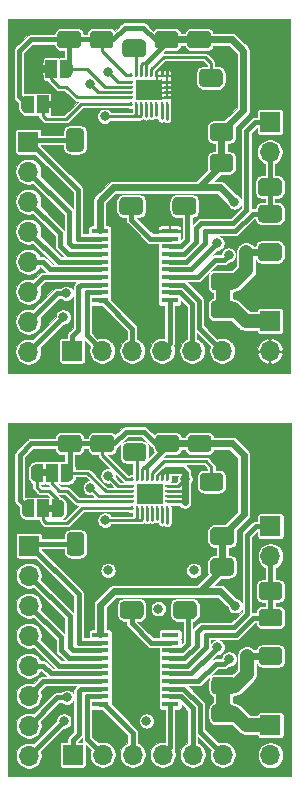
<source format=gbr>
G04 #@! TF.GenerationSoftware,KiCad,Pcbnew,(5.1.5)-3*
G04 #@! TF.CreationDate,2020-06-03T18:05:32-05:00*
G04 #@! TF.ProjectId,MSP430G2553_I2C_array,4d535034-3330-4473-9235-35335f493243,rev?*
G04 #@! TF.SameCoordinates,PX5a995c0PY68e7780*
G04 #@! TF.FileFunction,Copper,L1,Top*
G04 #@! TF.FilePolarity,Positive*
%FSLAX46Y46*%
G04 Gerber Fmt 4.6, Leading zero omitted, Abs format (unit mm)*
G04 Created by KiCad (PCBNEW (5.1.5)-3) date 2020-06-03 18:05:32*
%MOMM*%
%LPD*%
G04 APERTURE LIST*
%ADD10C,0.100000*%
%ADD11R,1.450000X0.450000*%
%ADD12O,1.700000X1.700000*%
%ADD13R,1.700000X1.700000*%
%ADD14R,1.000000X1.500000*%
%ADD15R,0.230000X0.350000*%
%ADD16R,0.350000X0.230000*%
%ADD17C,0.800000*%
%ADD18C,0.400000*%
%ADD19C,0.230000*%
%ADD20C,0.600000*%
%ADD21C,1.200000*%
G04 APERTURE END LIST*
D10*
G36*
X12350000Y23350000D02*
G01*
X11850000Y23350000D01*
X11850000Y23950000D01*
X12350000Y23950000D01*
X12350000Y23350000D01*
G37*
G36*
X11300000Y26950000D02*
G01*
X11800000Y26950000D01*
X11800000Y26350000D01*
X11300000Y26350000D01*
X11300000Y26950000D01*
G37*
G36*
X11250000Y61150000D02*
G01*
X11750000Y61150000D01*
X11750000Y60550000D01*
X11250000Y60550000D01*
X11250000Y61150000D01*
G37*
G36*
X12300000Y57550000D02*
G01*
X11800000Y57550000D01*
X11800000Y58150000D01*
X12300000Y58150000D01*
X12300000Y57550000D01*
G37*
D11*
X22200000Y12925000D03*
X22200000Y12275000D03*
X22200000Y11625000D03*
X22200000Y10975000D03*
X22200000Y10325000D03*
X22200000Y9675000D03*
X22200000Y9025000D03*
X22200000Y8375000D03*
X22200000Y7725000D03*
X22200000Y7075000D03*
X16300000Y7075000D03*
X16300000Y7725000D03*
X16300000Y8375000D03*
X16300000Y9025000D03*
X16300000Y9675000D03*
X16300000Y10325000D03*
X16300000Y10975000D03*
X16300000Y11625000D03*
X16300000Y12275000D03*
X16300000Y12925000D03*
G04 #@! TA.AperFunction,SMDPad,CuDef*
D10*
G36*
X27261756Y19448194D02*
G01*
X27298159Y19442794D01*
X27333857Y19433853D01*
X27368506Y19421455D01*
X27401774Y19405720D01*
X27433339Y19386801D01*
X27462897Y19364879D01*
X27490165Y19340165D01*
X27514879Y19312897D01*
X27536801Y19283339D01*
X27555720Y19251774D01*
X27571455Y19218506D01*
X27583853Y19183857D01*
X27592794Y19148159D01*
X27598194Y19111756D01*
X27600000Y19075000D01*
X27600000Y18325000D01*
X27598194Y18288244D01*
X27592794Y18251841D01*
X27583853Y18216143D01*
X27571455Y18181494D01*
X27555720Y18148226D01*
X27536801Y18116661D01*
X27514879Y18087103D01*
X27490165Y18059835D01*
X27462897Y18035121D01*
X27433339Y18013199D01*
X27401774Y17994280D01*
X27368506Y17978545D01*
X27333857Y17966147D01*
X27298159Y17957206D01*
X27261756Y17951806D01*
X27225000Y17950000D01*
X25975000Y17950000D01*
X25938244Y17951806D01*
X25901841Y17957206D01*
X25866143Y17966147D01*
X25831494Y17978545D01*
X25798226Y17994280D01*
X25766661Y18013199D01*
X25737103Y18035121D01*
X25709835Y18059835D01*
X25685121Y18087103D01*
X25663199Y18116661D01*
X25644280Y18148226D01*
X25628545Y18181494D01*
X25616147Y18216143D01*
X25607206Y18251841D01*
X25601806Y18288244D01*
X25600000Y18325000D01*
X25600000Y19075000D01*
X25601806Y19111756D01*
X25607206Y19148159D01*
X25616147Y19183857D01*
X25628545Y19218506D01*
X25644280Y19251774D01*
X25663199Y19283339D01*
X25685121Y19312897D01*
X25709835Y19340165D01*
X25737103Y19364879D01*
X25766661Y19386801D01*
X25798226Y19405720D01*
X25831494Y19421455D01*
X25866143Y19433853D01*
X25901841Y19442794D01*
X25938244Y19448194D01*
X25975000Y19450000D01*
X27225000Y19450000D01*
X27261756Y19448194D01*
G37*
G04 #@! TD.AperFunction*
D12*
X26650000Y2800000D03*
X24110000Y2800000D03*
X21570000Y2800000D03*
X19030000Y2800000D03*
X16490000Y2800000D03*
D13*
X13950000Y2800000D03*
G04 #@! TA.AperFunction,SMDPad,CuDef*
D10*
G36*
X24111756Y15798194D02*
G01*
X24148159Y15792794D01*
X24183857Y15783853D01*
X24218506Y15771455D01*
X24251774Y15755720D01*
X24283339Y15736801D01*
X24312897Y15714879D01*
X24340165Y15690165D01*
X24364879Y15662897D01*
X24386801Y15633339D01*
X24405720Y15601774D01*
X24421455Y15568506D01*
X24433853Y15533857D01*
X24442794Y15498159D01*
X24448194Y15461756D01*
X24450000Y15425000D01*
X24450000Y14675000D01*
X24448194Y14638244D01*
X24442794Y14601841D01*
X24433853Y14566143D01*
X24421455Y14531494D01*
X24405720Y14498226D01*
X24386801Y14466661D01*
X24364879Y14437103D01*
X24340165Y14409835D01*
X24312897Y14385121D01*
X24283339Y14363199D01*
X24251774Y14344280D01*
X24218506Y14328545D01*
X24183857Y14316147D01*
X24148159Y14307206D01*
X24111756Y14301806D01*
X24075000Y14300000D01*
X22825000Y14300000D01*
X22788244Y14301806D01*
X22751841Y14307206D01*
X22716143Y14316147D01*
X22681494Y14328545D01*
X22648226Y14344280D01*
X22616661Y14363199D01*
X22587103Y14385121D01*
X22559835Y14409835D01*
X22535121Y14437103D01*
X22513199Y14466661D01*
X22494280Y14498226D01*
X22478545Y14531494D01*
X22466147Y14566143D01*
X22457206Y14601841D01*
X22451806Y14638244D01*
X22450000Y14675000D01*
X22450000Y15425000D01*
X22451806Y15461756D01*
X22457206Y15498159D01*
X22466147Y15533857D01*
X22478545Y15568506D01*
X22494280Y15601774D01*
X22513199Y15633339D01*
X22535121Y15662897D01*
X22559835Y15690165D01*
X22587103Y15714879D01*
X22616661Y15736801D01*
X22648226Y15755720D01*
X22681494Y15771455D01*
X22716143Y15783853D01*
X22751841Y15792794D01*
X22788244Y15798194D01*
X22825000Y15800000D01*
X24075000Y15800000D01*
X24111756Y15798194D01*
G37*
G04 #@! TD.AperFunction*
D12*
X10250000Y2720000D03*
X10250000Y5260000D03*
X10250000Y7800000D03*
X10250000Y10340000D03*
X10250000Y12880000D03*
X10250000Y15420000D03*
X10250000Y17960000D03*
D13*
X10250000Y20500000D03*
G04 #@! TA.AperFunction,SMDPad,CuDef*
D10*
G36*
X12200000Y24400000D02*
G01*
X12750000Y24400000D01*
X12750000Y24399398D01*
X12774534Y24399398D01*
X12823365Y24394588D01*
X12871490Y24385016D01*
X12918445Y24370772D01*
X12963778Y24351995D01*
X13007051Y24328864D01*
X13047850Y24301604D01*
X13085779Y24270476D01*
X13120476Y24235779D01*
X13151604Y24197850D01*
X13178864Y24157051D01*
X13201995Y24113778D01*
X13220772Y24068445D01*
X13235016Y24021490D01*
X13244588Y23973365D01*
X13249398Y23924534D01*
X13249398Y23900000D01*
X13250000Y23900000D01*
X13250000Y23400000D01*
X13249398Y23400000D01*
X13249398Y23375466D01*
X13244588Y23326635D01*
X13235016Y23278510D01*
X13220772Y23231555D01*
X13201995Y23186222D01*
X13178864Y23142949D01*
X13151604Y23102150D01*
X13120476Y23064221D01*
X13085779Y23029524D01*
X13047850Y22998396D01*
X13007051Y22971136D01*
X12963778Y22948005D01*
X12918445Y22929228D01*
X12871490Y22914984D01*
X12823365Y22905412D01*
X12774534Y22900602D01*
X12750000Y22900602D01*
X12750000Y22900000D01*
X12200000Y22900000D01*
X12200000Y24400000D01*
G37*
G04 #@! TD.AperFunction*
D14*
X11450000Y23650000D03*
G04 #@! TA.AperFunction,SMDPad,CuDef*
D10*
G36*
X10150000Y22900602D02*
G01*
X10125466Y22900602D01*
X10076635Y22905412D01*
X10028510Y22914984D01*
X9981555Y22929228D01*
X9936222Y22948005D01*
X9892949Y22971136D01*
X9852150Y22998396D01*
X9814221Y23029524D01*
X9779524Y23064221D01*
X9748396Y23102150D01*
X9721136Y23142949D01*
X9698005Y23186222D01*
X9679228Y23231555D01*
X9664984Y23278510D01*
X9655412Y23326635D01*
X9650602Y23375466D01*
X9650602Y23400000D01*
X9650000Y23400000D01*
X9650000Y23900000D01*
X9650602Y23900000D01*
X9650602Y23924534D01*
X9655412Y23973365D01*
X9664984Y24021490D01*
X9679228Y24068445D01*
X9698005Y24113778D01*
X9721136Y24157051D01*
X9748396Y24197850D01*
X9779524Y24235779D01*
X9814221Y24270476D01*
X9852150Y24301604D01*
X9892949Y24328864D01*
X9936222Y24351995D01*
X9981555Y24370772D01*
X10028510Y24385016D01*
X10076635Y24394588D01*
X10125466Y24399398D01*
X10150000Y24399398D01*
X10150000Y24400000D01*
X10700000Y24400000D01*
X10700000Y22900000D01*
X10150000Y22900000D01*
X10150000Y22900602D01*
G37*
G04 #@! TD.AperFunction*
G04 #@! TA.AperFunction,SMDPad,CuDef*
G36*
X27261756Y22048194D02*
G01*
X27298159Y22042794D01*
X27333857Y22033853D01*
X27368506Y22021455D01*
X27401774Y22005720D01*
X27433339Y21986801D01*
X27462897Y21964879D01*
X27490165Y21940165D01*
X27514879Y21912897D01*
X27536801Y21883339D01*
X27555720Y21851774D01*
X27571455Y21818506D01*
X27583853Y21783857D01*
X27592794Y21748159D01*
X27598194Y21711756D01*
X27600000Y21675000D01*
X27600000Y20925000D01*
X27598194Y20888244D01*
X27592794Y20851841D01*
X27583853Y20816143D01*
X27571455Y20781494D01*
X27555720Y20748226D01*
X27536801Y20716661D01*
X27514879Y20687103D01*
X27490165Y20659835D01*
X27462897Y20635121D01*
X27433339Y20613199D01*
X27401774Y20594280D01*
X27368506Y20578545D01*
X27333857Y20566147D01*
X27298159Y20557206D01*
X27261756Y20551806D01*
X27225000Y20550000D01*
X25975000Y20550000D01*
X25938244Y20551806D01*
X25901841Y20557206D01*
X25866143Y20566147D01*
X25831494Y20578545D01*
X25798226Y20594280D01*
X25766661Y20613199D01*
X25737103Y20635121D01*
X25709835Y20659835D01*
X25685121Y20687103D01*
X25663199Y20716661D01*
X25644280Y20748226D01*
X25628545Y20781494D01*
X25616147Y20816143D01*
X25607206Y20851841D01*
X25601806Y20888244D01*
X25600000Y20925000D01*
X25600000Y21675000D01*
X25601806Y21711756D01*
X25607206Y21748159D01*
X25616147Y21783857D01*
X25628545Y21818506D01*
X25644280Y21851774D01*
X25663199Y21883339D01*
X25685121Y21912897D01*
X25709835Y21940165D01*
X25737103Y21964879D01*
X25766661Y21986801D01*
X25798226Y22005720D01*
X25831494Y22021455D01*
X25866143Y22033853D01*
X25901841Y22042794D01*
X25938244Y22048194D01*
X25975000Y22050000D01*
X27225000Y22050000D01*
X27261756Y22048194D01*
G37*
G04 #@! TD.AperFunction*
D12*
X30700000Y2760000D03*
D13*
X30700000Y5300000D03*
G04 #@! TA.AperFunction,SMDPad,CuDef*
D10*
G36*
X19611756Y15798194D02*
G01*
X19648159Y15792794D01*
X19683857Y15783853D01*
X19718506Y15771455D01*
X19751774Y15755720D01*
X19783339Y15736801D01*
X19812897Y15714879D01*
X19840165Y15690165D01*
X19864879Y15662897D01*
X19886801Y15633339D01*
X19905720Y15601774D01*
X19921455Y15568506D01*
X19933853Y15533857D01*
X19942794Y15498159D01*
X19948194Y15461756D01*
X19950000Y15425000D01*
X19950000Y14675000D01*
X19948194Y14638244D01*
X19942794Y14601841D01*
X19933853Y14566143D01*
X19921455Y14531494D01*
X19905720Y14498226D01*
X19886801Y14466661D01*
X19864879Y14437103D01*
X19840165Y14409835D01*
X19812897Y14385121D01*
X19783339Y14363199D01*
X19751774Y14344280D01*
X19718506Y14328545D01*
X19683857Y14316147D01*
X19648159Y14307206D01*
X19611756Y14301806D01*
X19575000Y14300000D01*
X18325000Y14300000D01*
X18288244Y14301806D01*
X18251841Y14307206D01*
X18216143Y14316147D01*
X18181494Y14328545D01*
X18148226Y14344280D01*
X18116661Y14363199D01*
X18087103Y14385121D01*
X18059835Y14409835D01*
X18035121Y14437103D01*
X18013199Y14466661D01*
X17994280Y14498226D01*
X17978545Y14531494D01*
X17966147Y14566143D01*
X17957206Y14601841D01*
X17951806Y14638244D01*
X17950000Y14675000D01*
X17950000Y15425000D01*
X17951806Y15461756D01*
X17957206Y15498159D01*
X17966147Y15533857D01*
X17978545Y15568506D01*
X17994280Y15601774D01*
X18013199Y15633339D01*
X18035121Y15662897D01*
X18059835Y15690165D01*
X18087103Y15714879D01*
X18116661Y15736801D01*
X18148226Y15755720D01*
X18181494Y15771455D01*
X18216143Y15783853D01*
X18251841Y15792794D01*
X18288244Y15798194D01*
X18325000Y15800000D01*
X19575000Y15800000D01*
X19611756Y15798194D01*
G37*
G04 #@! TD.AperFunction*
G04 #@! TA.AperFunction,SMDPad,CuDef*
G36*
X27361756Y9398194D02*
G01*
X27398159Y9392794D01*
X27433857Y9383853D01*
X27468506Y9371455D01*
X27501774Y9355720D01*
X27533339Y9336801D01*
X27562897Y9314879D01*
X27590165Y9290165D01*
X27614879Y9262897D01*
X27636801Y9233339D01*
X27655720Y9201774D01*
X27671455Y9168506D01*
X27683853Y9133857D01*
X27692794Y9098159D01*
X27698194Y9061756D01*
X27700000Y9025000D01*
X27700000Y8275000D01*
X27698194Y8238244D01*
X27692794Y8201841D01*
X27683853Y8166143D01*
X27671455Y8131494D01*
X27655720Y8098226D01*
X27636801Y8066661D01*
X27614879Y8037103D01*
X27590165Y8009835D01*
X27562897Y7985121D01*
X27533339Y7963199D01*
X27501774Y7944280D01*
X27468506Y7928545D01*
X27433857Y7916147D01*
X27398159Y7907206D01*
X27361756Y7901806D01*
X27325000Y7900000D01*
X26075000Y7900000D01*
X26038244Y7901806D01*
X26001841Y7907206D01*
X25966143Y7916147D01*
X25931494Y7928545D01*
X25898226Y7944280D01*
X25866661Y7963199D01*
X25837103Y7985121D01*
X25809835Y8009835D01*
X25785121Y8037103D01*
X25763199Y8066661D01*
X25744280Y8098226D01*
X25728545Y8131494D01*
X25716147Y8166143D01*
X25707206Y8201841D01*
X25701806Y8238244D01*
X25700000Y8275000D01*
X25700000Y9025000D01*
X25701806Y9061756D01*
X25707206Y9098159D01*
X25716147Y9133857D01*
X25728545Y9168506D01*
X25744280Y9201774D01*
X25763199Y9233339D01*
X25785121Y9262897D01*
X25809835Y9290165D01*
X25837103Y9314879D01*
X25866661Y9336801D01*
X25898226Y9355720D01*
X25931494Y9371455D01*
X25966143Y9383853D01*
X26001841Y9392794D01*
X26038244Y9398194D01*
X26075000Y9400000D01*
X27325000Y9400000D01*
X27361756Y9398194D01*
G37*
G04 #@! TD.AperFunction*
G04 #@! TA.AperFunction,SMDPad,CuDef*
G36*
X27361756Y7048194D02*
G01*
X27398159Y7042794D01*
X27433857Y7033853D01*
X27468506Y7021455D01*
X27501774Y7005720D01*
X27533339Y6986801D01*
X27562897Y6964879D01*
X27590165Y6940165D01*
X27614879Y6912897D01*
X27636801Y6883339D01*
X27655720Y6851774D01*
X27671455Y6818506D01*
X27683853Y6783857D01*
X27692794Y6748159D01*
X27698194Y6711756D01*
X27700000Y6675000D01*
X27700000Y5925000D01*
X27698194Y5888244D01*
X27692794Y5851841D01*
X27683853Y5816143D01*
X27671455Y5781494D01*
X27655720Y5748226D01*
X27636801Y5716661D01*
X27614879Y5687103D01*
X27590165Y5659835D01*
X27562897Y5635121D01*
X27533339Y5613199D01*
X27501774Y5594280D01*
X27468506Y5578545D01*
X27433857Y5566147D01*
X27398159Y5557206D01*
X27361756Y5551806D01*
X27325000Y5550000D01*
X26075000Y5550000D01*
X26038244Y5551806D01*
X26001841Y5557206D01*
X25966143Y5566147D01*
X25931494Y5578545D01*
X25898226Y5594280D01*
X25866661Y5613199D01*
X25837103Y5635121D01*
X25809835Y5659835D01*
X25785121Y5687103D01*
X25763199Y5716661D01*
X25744280Y5748226D01*
X25728545Y5781494D01*
X25716147Y5816143D01*
X25707206Y5851841D01*
X25701806Y5888244D01*
X25700000Y5925000D01*
X25700000Y6675000D01*
X25701806Y6711756D01*
X25707206Y6748159D01*
X25716147Y6783857D01*
X25728545Y6818506D01*
X25744280Y6851774D01*
X25763199Y6883339D01*
X25785121Y6912897D01*
X25809835Y6940165D01*
X25837103Y6964879D01*
X25866661Y6986801D01*
X25898226Y7005720D01*
X25931494Y7021455D01*
X25966143Y7033853D01*
X26001841Y7042794D01*
X26038244Y7048194D01*
X26075000Y7050000D01*
X27325000Y7050000D01*
X27361756Y7048194D01*
G37*
G04 #@! TD.AperFunction*
G04 #@! TA.AperFunction,SMDPad,CuDef*
G36*
X14361756Y29898194D02*
G01*
X14398159Y29892794D01*
X14433857Y29883853D01*
X14468506Y29871455D01*
X14501774Y29855720D01*
X14533339Y29836801D01*
X14562897Y29814879D01*
X14590165Y29790165D01*
X14614879Y29762897D01*
X14636801Y29733339D01*
X14655720Y29701774D01*
X14671455Y29668506D01*
X14683853Y29633857D01*
X14692794Y29598159D01*
X14698194Y29561756D01*
X14700000Y29525000D01*
X14700000Y28775000D01*
X14698194Y28738244D01*
X14692794Y28701841D01*
X14683853Y28666143D01*
X14671455Y28631494D01*
X14655720Y28598226D01*
X14636801Y28566661D01*
X14614879Y28537103D01*
X14590165Y28509835D01*
X14562897Y28485121D01*
X14533339Y28463199D01*
X14501774Y28444280D01*
X14468506Y28428545D01*
X14433857Y28416147D01*
X14398159Y28407206D01*
X14361756Y28401806D01*
X14325000Y28400000D01*
X13075000Y28400000D01*
X13038244Y28401806D01*
X13001841Y28407206D01*
X12966143Y28416147D01*
X12931494Y28428545D01*
X12898226Y28444280D01*
X12866661Y28463199D01*
X12837103Y28485121D01*
X12809835Y28509835D01*
X12785121Y28537103D01*
X12763199Y28566661D01*
X12744280Y28598226D01*
X12728545Y28631494D01*
X12716147Y28666143D01*
X12707206Y28701841D01*
X12701806Y28738244D01*
X12700000Y28775000D01*
X12700000Y29525000D01*
X12701806Y29561756D01*
X12707206Y29598159D01*
X12716147Y29633857D01*
X12728545Y29668506D01*
X12744280Y29701774D01*
X12763199Y29733339D01*
X12785121Y29762897D01*
X12809835Y29790165D01*
X12837103Y29814879D01*
X12866661Y29836801D01*
X12898226Y29855720D01*
X12931494Y29871455D01*
X12966143Y29883853D01*
X13001841Y29892794D01*
X13038244Y29898194D01*
X13075000Y29900000D01*
X14325000Y29900000D01*
X14361756Y29898194D01*
G37*
G04 #@! TD.AperFunction*
D15*
X21955000Y23675000D03*
X21525000Y23675000D03*
X21095000Y23675000D03*
X20665000Y23675000D03*
X20235000Y23675000D03*
X19805000Y23675000D03*
X19375000Y23675000D03*
X18945000Y23675000D03*
X21955000Y26125000D03*
X21525000Y26125000D03*
X21095000Y26125000D03*
X20665000Y26125000D03*
X20235000Y26125000D03*
X19805000Y26125000D03*
X19375000Y26125000D03*
D16*
X21925000Y24255000D03*
X18975000Y24255000D03*
X21925000Y24685000D03*
X18975000Y24685000D03*
X21925000Y25115000D03*
X18975000Y25115000D03*
X21925000Y25545000D03*
X18975000Y25545000D03*
D15*
X18945000Y26125000D03*
G04 #@! TA.AperFunction,SMDPad,CuDef*
D10*
G36*
X31361756Y17398194D02*
G01*
X31398159Y17392794D01*
X31433857Y17383853D01*
X31468506Y17371455D01*
X31501774Y17355720D01*
X31533339Y17336801D01*
X31562897Y17314879D01*
X31590165Y17290165D01*
X31614879Y17262897D01*
X31636801Y17233339D01*
X31655720Y17201774D01*
X31671455Y17168506D01*
X31683853Y17133857D01*
X31692794Y17098159D01*
X31698194Y17061756D01*
X31700000Y17025000D01*
X31700000Y16275000D01*
X31698194Y16238244D01*
X31692794Y16201841D01*
X31683853Y16166143D01*
X31671455Y16131494D01*
X31655720Y16098226D01*
X31636801Y16066661D01*
X31614879Y16037103D01*
X31590165Y16009835D01*
X31562897Y15985121D01*
X31533339Y15963199D01*
X31501774Y15944280D01*
X31468506Y15928545D01*
X31433857Y15916147D01*
X31398159Y15907206D01*
X31361756Y15901806D01*
X31325000Y15900000D01*
X30075000Y15900000D01*
X30038244Y15901806D01*
X30001841Y15907206D01*
X29966143Y15916147D01*
X29931494Y15928545D01*
X29898226Y15944280D01*
X29866661Y15963199D01*
X29837103Y15985121D01*
X29809835Y16009835D01*
X29785121Y16037103D01*
X29763199Y16066661D01*
X29744280Y16098226D01*
X29728545Y16131494D01*
X29716147Y16166143D01*
X29707206Y16201841D01*
X29701806Y16238244D01*
X29700000Y16275000D01*
X29700000Y17025000D01*
X29701806Y17061756D01*
X29707206Y17098159D01*
X29716147Y17133857D01*
X29728545Y17168506D01*
X29744280Y17201774D01*
X29763199Y17233339D01*
X29785121Y17262897D01*
X29809835Y17290165D01*
X29837103Y17314879D01*
X29866661Y17336801D01*
X29898226Y17355720D01*
X29931494Y17371455D01*
X29966143Y17383853D01*
X30001841Y17392794D01*
X30038244Y17398194D01*
X30075000Y17400000D01*
X31325000Y17400000D01*
X31361756Y17398194D01*
G37*
G04 #@! TD.AperFunction*
G04 #@! TA.AperFunction,SMDPad,CuDef*
G36*
X31361756Y11898194D02*
G01*
X31398159Y11892794D01*
X31433857Y11883853D01*
X31468506Y11871455D01*
X31501774Y11855720D01*
X31533339Y11836801D01*
X31562897Y11814879D01*
X31590165Y11790165D01*
X31614879Y11762897D01*
X31636801Y11733339D01*
X31655720Y11701774D01*
X31671455Y11668506D01*
X31683853Y11633857D01*
X31692794Y11598159D01*
X31698194Y11561756D01*
X31700000Y11525000D01*
X31700000Y10775000D01*
X31698194Y10738244D01*
X31692794Y10701841D01*
X31683853Y10666143D01*
X31671455Y10631494D01*
X31655720Y10598226D01*
X31636801Y10566661D01*
X31614879Y10537103D01*
X31590165Y10509835D01*
X31562897Y10485121D01*
X31533339Y10463199D01*
X31501774Y10444280D01*
X31468506Y10428545D01*
X31433857Y10416147D01*
X31398159Y10407206D01*
X31361756Y10401806D01*
X31325000Y10400000D01*
X30075000Y10400000D01*
X30038244Y10401806D01*
X30001841Y10407206D01*
X29966143Y10416147D01*
X29931494Y10428545D01*
X29898226Y10444280D01*
X29866661Y10463199D01*
X29837103Y10485121D01*
X29809835Y10509835D01*
X29785121Y10537103D01*
X29763199Y10566661D01*
X29744280Y10598226D01*
X29728545Y10631494D01*
X29716147Y10666143D01*
X29707206Y10701841D01*
X29701806Y10738244D01*
X29700000Y10775000D01*
X29700000Y11525000D01*
X29701806Y11561756D01*
X29707206Y11598159D01*
X29716147Y11633857D01*
X29728545Y11668506D01*
X29744280Y11701774D01*
X29763199Y11733339D01*
X29785121Y11762897D01*
X29809835Y11790165D01*
X29837103Y11814879D01*
X29866661Y11836801D01*
X29898226Y11855720D01*
X29931494Y11871455D01*
X29966143Y11883853D01*
X30001841Y11892794D01*
X30038244Y11898194D01*
X30075000Y11900000D01*
X31325000Y11900000D01*
X31361756Y11898194D01*
G37*
G04 #@! TD.AperFunction*
G04 #@! TA.AperFunction,SMDPad,CuDef*
G36*
X14611756Y21648194D02*
G01*
X14648159Y21642794D01*
X14683857Y21633853D01*
X14718506Y21621455D01*
X14751774Y21605720D01*
X14783339Y21586801D01*
X14812897Y21564879D01*
X14840165Y21540165D01*
X14864879Y21512897D01*
X14886801Y21483339D01*
X14905720Y21451774D01*
X14921455Y21418506D01*
X14933853Y21383857D01*
X14942794Y21348159D01*
X14948194Y21311756D01*
X14950000Y21275000D01*
X14950000Y20025000D01*
X14948194Y19988244D01*
X14942794Y19951841D01*
X14933853Y19916143D01*
X14921455Y19881494D01*
X14905720Y19848226D01*
X14886801Y19816661D01*
X14864879Y19787103D01*
X14840165Y19759835D01*
X14812897Y19735121D01*
X14783339Y19713199D01*
X14751774Y19694280D01*
X14718506Y19678545D01*
X14683857Y19666147D01*
X14648159Y19657206D01*
X14611756Y19651806D01*
X14575000Y19650000D01*
X13825000Y19650000D01*
X13788244Y19651806D01*
X13751841Y19657206D01*
X13716143Y19666147D01*
X13681494Y19678545D01*
X13648226Y19694280D01*
X13616661Y19713199D01*
X13587103Y19735121D01*
X13559835Y19759835D01*
X13535121Y19787103D01*
X13513199Y19816661D01*
X13494280Y19848226D01*
X13478545Y19881494D01*
X13466147Y19916143D01*
X13457206Y19951841D01*
X13451806Y19988244D01*
X13450000Y20025000D01*
X13450000Y21275000D01*
X13451806Y21311756D01*
X13457206Y21348159D01*
X13466147Y21383857D01*
X13478545Y21418506D01*
X13494280Y21451774D01*
X13513199Y21483339D01*
X13535121Y21512897D01*
X13559835Y21540165D01*
X13587103Y21564879D01*
X13616661Y21586801D01*
X13648226Y21605720D01*
X13681494Y21621455D01*
X13716143Y21633853D01*
X13751841Y21642794D01*
X13788244Y21648194D01*
X13825000Y21650000D01*
X14575000Y21650000D01*
X14611756Y21648194D01*
G37*
G04 #@! TD.AperFunction*
G04 #@! TA.AperFunction,SMDPad,CuDef*
G36*
X31361756Y15148194D02*
G01*
X31398159Y15142794D01*
X31433857Y15133853D01*
X31468506Y15121455D01*
X31501774Y15105720D01*
X31533339Y15086801D01*
X31562897Y15064879D01*
X31590165Y15040165D01*
X31614879Y15012897D01*
X31636801Y14983339D01*
X31655720Y14951774D01*
X31671455Y14918506D01*
X31683853Y14883857D01*
X31692794Y14848159D01*
X31698194Y14811756D01*
X31700000Y14775000D01*
X31700000Y14025000D01*
X31698194Y13988244D01*
X31692794Y13951841D01*
X31683853Y13916143D01*
X31671455Y13881494D01*
X31655720Y13848226D01*
X31636801Y13816661D01*
X31614879Y13787103D01*
X31590165Y13759835D01*
X31562897Y13735121D01*
X31533339Y13713199D01*
X31501774Y13694280D01*
X31468506Y13678545D01*
X31433857Y13666147D01*
X31398159Y13657206D01*
X31361756Y13651806D01*
X31325000Y13650000D01*
X30075000Y13650000D01*
X30038244Y13651806D01*
X30001841Y13657206D01*
X29966143Y13666147D01*
X29931494Y13678545D01*
X29898226Y13694280D01*
X29866661Y13713199D01*
X29837103Y13735121D01*
X29809835Y13759835D01*
X29785121Y13787103D01*
X29763199Y13816661D01*
X29744280Y13848226D01*
X29728545Y13881494D01*
X29716147Y13916143D01*
X29707206Y13951841D01*
X29701806Y13988244D01*
X29700000Y14025000D01*
X29700000Y14775000D01*
X29701806Y14811756D01*
X29707206Y14848159D01*
X29716147Y14883857D01*
X29728545Y14918506D01*
X29744280Y14951774D01*
X29763199Y14983339D01*
X29785121Y15012897D01*
X29809835Y15040165D01*
X29837103Y15064879D01*
X29866661Y15086801D01*
X29898226Y15105720D01*
X29931494Y15121455D01*
X29966143Y15133853D01*
X30001841Y15142794D01*
X30038244Y15148194D01*
X30075000Y15150000D01*
X31325000Y15150000D01*
X31361756Y15148194D01*
G37*
G04 #@! TD.AperFunction*
G04 #@! TA.AperFunction,SMDPad,CuDef*
G36*
X17111756Y29898194D02*
G01*
X17148159Y29892794D01*
X17183857Y29883853D01*
X17218506Y29871455D01*
X17251774Y29855720D01*
X17283339Y29836801D01*
X17312897Y29814879D01*
X17340165Y29790165D01*
X17364879Y29762897D01*
X17386801Y29733339D01*
X17405720Y29701774D01*
X17421455Y29668506D01*
X17433853Y29633857D01*
X17442794Y29598159D01*
X17448194Y29561756D01*
X17450000Y29525000D01*
X17450000Y28775000D01*
X17448194Y28738244D01*
X17442794Y28701841D01*
X17433853Y28666143D01*
X17421455Y28631494D01*
X17405720Y28598226D01*
X17386801Y28566661D01*
X17364879Y28537103D01*
X17340165Y28509835D01*
X17312897Y28485121D01*
X17283339Y28463199D01*
X17251774Y28444280D01*
X17218506Y28428545D01*
X17183857Y28416147D01*
X17148159Y28407206D01*
X17111756Y28401806D01*
X17075000Y28400000D01*
X15825000Y28400000D01*
X15788244Y28401806D01*
X15751841Y28407206D01*
X15716143Y28416147D01*
X15681494Y28428545D01*
X15648226Y28444280D01*
X15616661Y28463199D01*
X15587103Y28485121D01*
X15559835Y28509835D01*
X15535121Y28537103D01*
X15513199Y28566661D01*
X15494280Y28598226D01*
X15478545Y28631494D01*
X15466147Y28666143D01*
X15457206Y28701841D01*
X15451806Y28738244D01*
X15450000Y28775000D01*
X15450000Y29525000D01*
X15451806Y29561756D01*
X15457206Y29598159D01*
X15466147Y29633857D01*
X15478545Y29668506D01*
X15494280Y29701774D01*
X15513199Y29733339D01*
X15535121Y29762897D01*
X15559835Y29790165D01*
X15587103Y29814879D01*
X15616661Y29836801D01*
X15648226Y29855720D01*
X15681494Y29871455D01*
X15716143Y29883853D01*
X15751841Y29892794D01*
X15788244Y29898194D01*
X15825000Y29900000D01*
X17075000Y29900000D01*
X17111756Y29898194D01*
G37*
G04 #@! TD.AperFunction*
G04 #@! TA.AperFunction,SMDPad,CuDef*
G36*
X19861756Y29148194D02*
G01*
X19898159Y29142794D01*
X19933857Y29133853D01*
X19968506Y29121455D01*
X20001774Y29105720D01*
X20033339Y29086801D01*
X20062897Y29064879D01*
X20090165Y29040165D01*
X20114879Y29012897D01*
X20136801Y28983339D01*
X20155720Y28951774D01*
X20171455Y28918506D01*
X20183853Y28883857D01*
X20192794Y28848159D01*
X20198194Y28811756D01*
X20200000Y28775000D01*
X20200000Y28025000D01*
X20198194Y27988244D01*
X20192794Y27951841D01*
X20183853Y27916143D01*
X20171455Y27881494D01*
X20155720Y27848226D01*
X20136801Y27816661D01*
X20114879Y27787103D01*
X20090165Y27759835D01*
X20062897Y27735121D01*
X20033339Y27713199D01*
X20001774Y27694280D01*
X19968506Y27678545D01*
X19933857Y27666147D01*
X19898159Y27657206D01*
X19861756Y27651806D01*
X19825000Y27650000D01*
X18575000Y27650000D01*
X18538244Y27651806D01*
X18501841Y27657206D01*
X18466143Y27666147D01*
X18431494Y27678545D01*
X18398226Y27694280D01*
X18366661Y27713199D01*
X18337103Y27735121D01*
X18309835Y27759835D01*
X18285121Y27787103D01*
X18263199Y27816661D01*
X18244280Y27848226D01*
X18228545Y27881494D01*
X18216147Y27916143D01*
X18207206Y27951841D01*
X18201806Y27988244D01*
X18200000Y28025000D01*
X18200000Y28775000D01*
X18201806Y28811756D01*
X18207206Y28848159D01*
X18216147Y28883857D01*
X18228545Y28918506D01*
X18244280Y28951774D01*
X18263199Y28983339D01*
X18285121Y29012897D01*
X18309835Y29040165D01*
X18337103Y29064879D01*
X18366661Y29086801D01*
X18398226Y29105720D01*
X18431494Y29121455D01*
X18466143Y29133853D01*
X18501841Y29142794D01*
X18538244Y29148194D01*
X18575000Y29150000D01*
X19825000Y29150000D01*
X19861756Y29148194D01*
G37*
G04 #@! TD.AperFunction*
G04 #@! TA.AperFunction,SMDPad,CuDef*
G36*
X26361756Y26648194D02*
G01*
X26398159Y26642794D01*
X26433857Y26633853D01*
X26468506Y26621455D01*
X26501774Y26605720D01*
X26533339Y26586801D01*
X26562897Y26564879D01*
X26590165Y26540165D01*
X26614879Y26512897D01*
X26636801Y26483339D01*
X26655720Y26451774D01*
X26671455Y26418506D01*
X26683853Y26383857D01*
X26692794Y26348159D01*
X26698194Y26311756D01*
X26700000Y26275000D01*
X26700000Y25525000D01*
X26698194Y25488244D01*
X26692794Y25451841D01*
X26683853Y25416143D01*
X26671455Y25381494D01*
X26655720Y25348226D01*
X26636801Y25316661D01*
X26614879Y25287103D01*
X26590165Y25259835D01*
X26562897Y25235121D01*
X26533339Y25213199D01*
X26501774Y25194280D01*
X26468506Y25178545D01*
X26433857Y25166147D01*
X26398159Y25157206D01*
X26361756Y25151806D01*
X26325000Y25150000D01*
X25075000Y25150000D01*
X25038244Y25151806D01*
X25001841Y25157206D01*
X24966143Y25166147D01*
X24931494Y25178545D01*
X24898226Y25194280D01*
X24866661Y25213199D01*
X24837103Y25235121D01*
X24809835Y25259835D01*
X24785121Y25287103D01*
X24763199Y25316661D01*
X24744280Y25348226D01*
X24728545Y25381494D01*
X24716147Y25416143D01*
X24707206Y25451841D01*
X24701806Y25488244D01*
X24700000Y25525000D01*
X24700000Y26275000D01*
X24701806Y26311756D01*
X24707206Y26348159D01*
X24716147Y26383857D01*
X24728545Y26418506D01*
X24744280Y26451774D01*
X24763199Y26483339D01*
X24785121Y26512897D01*
X24809835Y26540165D01*
X24837103Y26564879D01*
X24866661Y26586801D01*
X24898226Y26605720D01*
X24931494Y26621455D01*
X24966143Y26633853D01*
X25001841Y26642794D01*
X25038244Y26648194D01*
X25075000Y26650000D01*
X26325000Y26650000D01*
X26361756Y26648194D01*
G37*
G04 #@! TD.AperFunction*
G04 #@! TA.AperFunction,SMDPad,CuDef*
G36*
X22611756Y29898194D02*
G01*
X22648159Y29892794D01*
X22683857Y29883853D01*
X22718506Y29871455D01*
X22751774Y29855720D01*
X22783339Y29836801D01*
X22812897Y29814879D01*
X22840165Y29790165D01*
X22864879Y29762897D01*
X22886801Y29733339D01*
X22905720Y29701774D01*
X22921455Y29668506D01*
X22933853Y29633857D01*
X22942794Y29598159D01*
X22948194Y29561756D01*
X22950000Y29525000D01*
X22950000Y28775000D01*
X22948194Y28738244D01*
X22942794Y28701841D01*
X22933853Y28666143D01*
X22921455Y28631494D01*
X22905720Y28598226D01*
X22886801Y28566661D01*
X22864879Y28537103D01*
X22840165Y28509835D01*
X22812897Y28485121D01*
X22783339Y28463199D01*
X22751774Y28444280D01*
X22718506Y28428545D01*
X22683857Y28416147D01*
X22648159Y28407206D01*
X22611756Y28401806D01*
X22575000Y28400000D01*
X21325000Y28400000D01*
X21288244Y28401806D01*
X21251841Y28407206D01*
X21216143Y28416147D01*
X21181494Y28428545D01*
X21148226Y28444280D01*
X21116661Y28463199D01*
X21087103Y28485121D01*
X21059835Y28509835D01*
X21035121Y28537103D01*
X21013199Y28566661D01*
X20994280Y28598226D01*
X20978545Y28631494D01*
X20966147Y28666143D01*
X20957206Y28701841D01*
X20951806Y28738244D01*
X20950000Y28775000D01*
X20950000Y29525000D01*
X20951806Y29561756D01*
X20957206Y29598159D01*
X20966147Y29633857D01*
X20978545Y29668506D01*
X20994280Y29701774D01*
X21013199Y29733339D01*
X21035121Y29762897D01*
X21059835Y29790165D01*
X21087103Y29814879D01*
X21116661Y29836801D01*
X21148226Y29855720D01*
X21181494Y29871455D01*
X21216143Y29883853D01*
X21251841Y29892794D01*
X21288244Y29898194D01*
X21325000Y29900000D01*
X22575000Y29900000D01*
X22611756Y29898194D01*
G37*
G04 #@! TD.AperFunction*
G04 #@! TA.AperFunction,SMDPad,CuDef*
G36*
X13500000Y27399398D02*
G01*
X13524534Y27399398D01*
X13573365Y27394588D01*
X13621490Y27385016D01*
X13668445Y27370772D01*
X13713778Y27351995D01*
X13757051Y27328864D01*
X13797850Y27301604D01*
X13835779Y27270476D01*
X13870476Y27235779D01*
X13901604Y27197850D01*
X13928864Y27157051D01*
X13951995Y27113778D01*
X13970772Y27068445D01*
X13985016Y27021490D01*
X13994588Y26973365D01*
X13999398Y26924534D01*
X13999398Y26900000D01*
X14000000Y26900000D01*
X14000000Y26400000D01*
X13999398Y26400000D01*
X13999398Y26375466D01*
X13994588Y26326635D01*
X13985016Y26278510D01*
X13970772Y26231555D01*
X13951995Y26186222D01*
X13928864Y26142949D01*
X13901604Y26102150D01*
X13870476Y26064221D01*
X13835779Y26029524D01*
X13797850Y25998396D01*
X13757051Y25971136D01*
X13713778Y25948005D01*
X13668445Y25929228D01*
X13621490Y25914984D01*
X13573365Y25905412D01*
X13524534Y25900602D01*
X13500000Y25900602D01*
X13500000Y25900000D01*
X12950000Y25900000D01*
X12950000Y27400000D01*
X13500000Y27400000D01*
X13500000Y27399398D01*
G37*
G04 #@! TD.AperFunction*
D14*
X12200000Y26650000D03*
G04 #@! TA.AperFunction,SMDPad,CuDef*
D10*
G36*
X11450000Y25900000D02*
G01*
X10900000Y25900000D01*
X10900000Y25900602D01*
X10875466Y25900602D01*
X10826635Y25905412D01*
X10778510Y25914984D01*
X10731555Y25929228D01*
X10686222Y25948005D01*
X10642949Y25971136D01*
X10602150Y25998396D01*
X10564221Y26029524D01*
X10529524Y26064221D01*
X10498396Y26102150D01*
X10471136Y26142949D01*
X10448005Y26186222D01*
X10429228Y26231555D01*
X10414984Y26278510D01*
X10405412Y26326635D01*
X10400602Y26375466D01*
X10400602Y26400000D01*
X10400000Y26400000D01*
X10400000Y26900000D01*
X10400602Y26900000D01*
X10400602Y26924534D01*
X10405412Y26973365D01*
X10414984Y27021490D01*
X10429228Y27068445D01*
X10448005Y27113778D01*
X10471136Y27157051D01*
X10498396Y27197850D01*
X10529524Y27235779D01*
X10564221Y27270476D01*
X10602150Y27301604D01*
X10642949Y27328864D01*
X10686222Y27351995D01*
X10731555Y27370772D01*
X10778510Y27385016D01*
X10826635Y27394588D01*
X10875466Y27399398D01*
X10900000Y27399398D01*
X10900000Y27400000D01*
X11450000Y27400000D01*
X11450000Y25900000D01*
G37*
G04 #@! TD.AperFunction*
D12*
X30700000Y19610000D03*
D13*
X30700000Y22150000D03*
G04 #@! TA.AperFunction,SMDPad,CuDef*
D10*
G36*
X25361756Y29898194D02*
G01*
X25398159Y29892794D01*
X25433857Y29883853D01*
X25468506Y29871455D01*
X25501774Y29855720D01*
X25533339Y29836801D01*
X25562897Y29814879D01*
X25590165Y29790165D01*
X25614879Y29762897D01*
X25636801Y29733339D01*
X25655720Y29701774D01*
X25671455Y29668506D01*
X25683853Y29633857D01*
X25692794Y29598159D01*
X25698194Y29561756D01*
X25700000Y29525000D01*
X25700000Y28775000D01*
X25698194Y28738244D01*
X25692794Y28701841D01*
X25683853Y28666143D01*
X25671455Y28631494D01*
X25655720Y28598226D01*
X25636801Y28566661D01*
X25614879Y28537103D01*
X25590165Y28509835D01*
X25562897Y28485121D01*
X25533339Y28463199D01*
X25501774Y28444280D01*
X25468506Y28428545D01*
X25433857Y28416147D01*
X25398159Y28407206D01*
X25361756Y28401806D01*
X25325000Y28400000D01*
X24075000Y28400000D01*
X24038244Y28401806D01*
X24001841Y28407206D01*
X23966143Y28416147D01*
X23931494Y28428545D01*
X23898226Y28444280D01*
X23866661Y28463199D01*
X23837103Y28485121D01*
X23809835Y28509835D01*
X23785121Y28537103D01*
X23763199Y28566661D01*
X23744280Y28598226D01*
X23728545Y28631494D01*
X23716147Y28666143D01*
X23707206Y28701841D01*
X23701806Y28738244D01*
X23700000Y28775000D01*
X23700000Y29525000D01*
X23701806Y29561756D01*
X23707206Y29598159D01*
X23716147Y29633857D01*
X23728545Y29668506D01*
X23744280Y29701774D01*
X23763199Y29733339D01*
X23785121Y29762897D01*
X23809835Y29790165D01*
X23837103Y29814879D01*
X23866661Y29836801D01*
X23898226Y29855720D01*
X23931494Y29871455D01*
X23966143Y29883853D01*
X24001841Y29892794D01*
X24038244Y29898194D01*
X24075000Y29900000D01*
X25325000Y29900000D01*
X25361756Y29898194D01*
G37*
G04 #@! TD.AperFunction*
G04 #@! TA.AperFunction,SMDPad,CuDef*
G36*
X26311756Y60848194D02*
G01*
X26348159Y60842794D01*
X26383857Y60833853D01*
X26418506Y60821455D01*
X26451774Y60805720D01*
X26483339Y60786801D01*
X26512897Y60764879D01*
X26540165Y60740165D01*
X26564879Y60712897D01*
X26586801Y60683339D01*
X26605720Y60651774D01*
X26621455Y60618506D01*
X26633853Y60583857D01*
X26642794Y60548159D01*
X26648194Y60511756D01*
X26650000Y60475000D01*
X26650000Y59725000D01*
X26648194Y59688244D01*
X26642794Y59651841D01*
X26633853Y59616143D01*
X26621455Y59581494D01*
X26605720Y59548226D01*
X26586801Y59516661D01*
X26564879Y59487103D01*
X26540165Y59459835D01*
X26512897Y59435121D01*
X26483339Y59413199D01*
X26451774Y59394280D01*
X26418506Y59378545D01*
X26383857Y59366147D01*
X26348159Y59357206D01*
X26311756Y59351806D01*
X26275000Y59350000D01*
X25025000Y59350000D01*
X24988244Y59351806D01*
X24951841Y59357206D01*
X24916143Y59366147D01*
X24881494Y59378545D01*
X24848226Y59394280D01*
X24816661Y59413199D01*
X24787103Y59435121D01*
X24759835Y59459835D01*
X24735121Y59487103D01*
X24713199Y59516661D01*
X24694280Y59548226D01*
X24678545Y59581494D01*
X24666147Y59616143D01*
X24657206Y59651841D01*
X24651806Y59688244D01*
X24650000Y59725000D01*
X24650000Y60475000D01*
X24651806Y60511756D01*
X24657206Y60548159D01*
X24666147Y60583857D01*
X24678545Y60618506D01*
X24694280Y60651774D01*
X24713199Y60683339D01*
X24735121Y60712897D01*
X24759835Y60740165D01*
X24787103Y60764879D01*
X24816661Y60786801D01*
X24848226Y60805720D01*
X24881494Y60821455D01*
X24916143Y60833853D01*
X24951841Y60842794D01*
X24988244Y60848194D01*
X25025000Y60850000D01*
X26275000Y60850000D01*
X26311756Y60848194D01*
G37*
G04 #@! TD.AperFunction*
G04 #@! TA.AperFunction,SMDPad,CuDef*
G36*
X19811756Y63348194D02*
G01*
X19848159Y63342794D01*
X19883857Y63333853D01*
X19918506Y63321455D01*
X19951774Y63305720D01*
X19983339Y63286801D01*
X20012897Y63264879D01*
X20040165Y63240165D01*
X20064879Y63212897D01*
X20086801Y63183339D01*
X20105720Y63151774D01*
X20121455Y63118506D01*
X20133853Y63083857D01*
X20142794Y63048159D01*
X20148194Y63011756D01*
X20150000Y62975000D01*
X20150000Y62225000D01*
X20148194Y62188244D01*
X20142794Y62151841D01*
X20133853Y62116143D01*
X20121455Y62081494D01*
X20105720Y62048226D01*
X20086801Y62016661D01*
X20064879Y61987103D01*
X20040165Y61959835D01*
X20012897Y61935121D01*
X19983339Y61913199D01*
X19951774Y61894280D01*
X19918506Y61878545D01*
X19883857Y61866147D01*
X19848159Y61857206D01*
X19811756Y61851806D01*
X19775000Y61850000D01*
X18525000Y61850000D01*
X18488244Y61851806D01*
X18451841Y61857206D01*
X18416143Y61866147D01*
X18381494Y61878545D01*
X18348226Y61894280D01*
X18316661Y61913199D01*
X18287103Y61935121D01*
X18259835Y61959835D01*
X18235121Y61987103D01*
X18213199Y62016661D01*
X18194280Y62048226D01*
X18178545Y62081494D01*
X18166147Y62116143D01*
X18157206Y62151841D01*
X18151806Y62188244D01*
X18150000Y62225000D01*
X18150000Y62975000D01*
X18151806Y63011756D01*
X18157206Y63048159D01*
X18166147Y63083857D01*
X18178545Y63118506D01*
X18194280Y63151774D01*
X18213199Y63183339D01*
X18235121Y63212897D01*
X18259835Y63240165D01*
X18287103Y63264879D01*
X18316661Y63286801D01*
X18348226Y63305720D01*
X18381494Y63321455D01*
X18416143Y63333853D01*
X18451841Y63342794D01*
X18488244Y63348194D01*
X18525000Y63350000D01*
X19775000Y63350000D01*
X19811756Y63348194D01*
G37*
G04 #@! TD.AperFunction*
G04 #@! TA.AperFunction,SMDPad,CuDef*
G36*
X17061756Y64098194D02*
G01*
X17098159Y64092794D01*
X17133857Y64083853D01*
X17168506Y64071455D01*
X17201774Y64055720D01*
X17233339Y64036801D01*
X17262897Y64014879D01*
X17290165Y63990165D01*
X17314879Y63962897D01*
X17336801Y63933339D01*
X17355720Y63901774D01*
X17371455Y63868506D01*
X17383853Y63833857D01*
X17392794Y63798159D01*
X17398194Y63761756D01*
X17400000Y63725000D01*
X17400000Y62975000D01*
X17398194Y62938244D01*
X17392794Y62901841D01*
X17383853Y62866143D01*
X17371455Y62831494D01*
X17355720Y62798226D01*
X17336801Y62766661D01*
X17314879Y62737103D01*
X17290165Y62709835D01*
X17262897Y62685121D01*
X17233339Y62663199D01*
X17201774Y62644280D01*
X17168506Y62628545D01*
X17133857Y62616147D01*
X17098159Y62607206D01*
X17061756Y62601806D01*
X17025000Y62600000D01*
X15775000Y62600000D01*
X15738244Y62601806D01*
X15701841Y62607206D01*
X15666143Y62616147D01*
X15631494Y62628545D01*
X15598226Y62644280D01*
X15566661Y62663199D01*
X15537103Y62685121D01*
X15509835Y62709835D01*
X15485121Y62737103D01*
X15463199Y62766661D01*
X15444280Y62798226D01*
X15428545Y62831494D01*
X15416147Y62866143D01*
X15407206Y62901841D01*
X15401806Y62938244D01*
X15400000Y62975000D01*
X15400000Y63725000D01*
X15401806Y63761756D01*
X15407206Y63798159D01*
X15416147Y63833857D01*
X15428545Y63868506D01*
X15444280Y63901774D01*
X15463199Y63933339D01*
X15485121Y63962897D01*
X15509835Y63990165D01*
X15537103Y64014879D01*
X15566661Y64036801D01*
X15598226Y64055720D01*
X15631494Y64071455D01*
X15666143Y64083853D01*
X15701841Y64092794D01*
X15738244Y64098194D01*
X15775000Y64100000D01*
X17025000Y64100000D01*
X17061756Y64098194D01*
G37*
G04 #@! TD.AperFunction*
G04 #@! TA.AperFunction,SMDPad,CuDef*
G36*
X25311756Y64098194D02*
G01*
X25348159Y64092794D01*
X25383857Y64083853D01*
X25418506Y64071455D01*
X25451774Y64055720D01*
X25483339Y64036801D01*
X25512897Y64014879D01*
X25540165Y63990165D01*
X25564879Y63962897D01*
X25586801Y63933339D01*
X25605720Y63901774D01*
X25621455Y63868506D01*
X25633853Y63833857D01*
X25642794Y63798159D01*
X25648194Y63761756D01*
X25650000Y63725000D01*
X25650000Y62975000D01*
X25648194Y62938244D01*
X25642794Y62901841D01*
X25633853Y62866143D01*
X25621455Y62831494D01*
X25605720Y62798226D01*
X25586801Y62766661D01*
X25564879Y62737103D01*
X25540165Y62709835D01*
X25512897Y62685121D01*
X25483339Y62663199D01*
X25451774Y62644280D01*
X25418506Y62628545D01*
X25383857Y62616147D01*
X25348159Y62607206D01*
X25311756Y62601806D01*
X25275000Y62600000D01*
X24025000Y62600000D01*
X23988244Y62601806D01*
X23951841Y62607206D01*
X23916143Y62616147D01*
X23881494Y62628545D01*
X23848226Y62644280D01*
X23816661Y62663199D01*
X23787103Y62685121D01*
X23759835Y62709835D01*
X23735121Y62737103D01*
X23713199Y62766661D01*
X23694280Y62798226D01*
X23678545Y62831494D01*
X23666147Y62866143D01*
X23657206Y62901841D01*
X23651806Y62938244D01*
X23650000Y62975000D01*
X23650000Y63725000D01*
X23651806Y63761756D01*
X23657206Y63798159D01*
X23666147Y63833857D01*
X23678545Y63868506D01*
X23694280Y63901774D01*
X23713199Y63933339D01*
X23735121Y63962897D01*
X23759835Y63990165D01*
X23787103Y64014879D01*
X23816661Y64036801D01*
X23848226Y64055720D01*
X23881494Y64071455D01*
X23916143Y64083853D01*
X23951841Y64092794D01*
X23988244Y64098194D01*
X24025000Y64100000D01*
X25275000Y64100000D01*
X25311756Y64098194D01*
G37*
G04 #@! TD.AperFunction*
G04 #@! TA.AperFunction,SMDPad,CuDef*
G36*
X22561756Y64098194D02*
G01*
X22598159Y64092794D01*
X22633857Y64083853D01*
X22668506Y64071455D01*
X22701774Y64055720D01*
X22733339Y64036801D01*
X22762897Y64014879D01*
X22790165Y63990165D01*
X22814879Y63962897D01*
X22836801Y63933339D01*
X22855720Y63901774D01*
X22871455Y63868506D01*
X22883853Y63833857D01*
X22892794Y63798159D01*
X22898194Y63761756D01*
X22900000Y63725000D01*
X22900000Y62975000D01*
X22898194Y62938244D01*
X22892794Y62901841D01*
X22883853Y62866143D01*
X22871455Y62831494D01*
X22855720Y62798226D01*
X22836801Y62766661D01*
X22814879Y62737103D01*
X22790165Y62709835D01*
X22762897Y62685121D01*
X22733339Y62663199D01*
X22701774Y62644280D01*
X22668506Y62628545D01*
X22633857Y62616147D01*
X22598159Y62607206D01*
X22561756Y62601806D01*
X22525000Y62600000D01*
X21275000Y62600000D01*
X21238244Y62601806D01*
X21201841Y62607206D01*
X21166143Y62616147D01*
X21131494Y62628545D01*
X21098226Y62644280D01*
X21066661Y62663199D01*
X21037103Y62685121D01*
X21009835Y62709835D01*
X20985121Y62737103D01*
X20963199Y62766661D01*
X20944280Y62798226D01*
X20928545Y62831494D01*
X20916147Y62866143D01*
X20907206Y62901841D01*
X20901806Y62938244D01*
X20900000Y62975000D01*
X20900000Y63725000D01*
X20901806Y63761756D01*
X20907206Y63798159D01*
X20916147Y63833857D01*
X20928545Y63868506D01*
X20944280Y63901774D01*
X20963199Y63933339D01*
X20985121Y63962897D01*
X21009835Y63990165D01*
X21037103Y64014879D01*
X21066661Y64036801D01*
X21098226Y64055720D01*
X21131494Y64071455D01*
X21166143Y64083853D01*
X21201841Y64092794D01*
X21238244Y64098194D01*
X21275000Y64100000D01*
X22525000Y64100000D01*
X22561756Y64098194D01*
G37*
G04 #@! TD.AperFunction*
D13*
X30650000Y56350000D03*
D12*
X30650000Y53810000D03*
G04 #@! TA.AperFunction,SMDPad,CuDef*
D10*
G36*
X11400000Y60100000D02*
G01*
X10850000Y60100000D01*
X10850000Y60100602D01*
X10825466Y60100602D01*
X10776635Y60105412D01*
X10728510Y60114984D01*
X10681555Y60129228D01*
X10636222Y60148005D01*
X10592949Y60171136D01*
X10552150Y60198396D01*
X10514221Y60229524D01*
X10479524Y60264221D01*
X10448396Y60302150D01*
X10421136Y60342949D01*
X10398005Y60386222D01*
X10379228Y60431555D01*
X10364984Y60478510D01*
X10355412Y60526635D01*
X10350602Y60575466D01*
X10350602Y60600000D01*
X10350000Y60600000D01*
X10350000Y61100000D01*
X10350602Y61100000D01*
X10350602Y61124534D01*
X10355412Y61173365D01*
X10364984Y61221490D01*
X10379228Y61268445D01*
X10398005Y61313778D01*
X10421136Y61357051D01*
X10448396Y61397850D01*
X10479524Y61435779D01*
X10514221Y61470476D01*
X10552150Y61501604D01*
X10592949Y61528864D01*
X10636222Y61551995D01*
X10681555Y61570772D01*
X10728510Y61585016D01*
X10776635Y61594588D01*
X10825466Y61599398D01*
X10850000Y61599398D01*
X10850000Y61600000D01*
X11400000Y61600000D01*
X11400000Y60100000D01*
G37*
G04 #@! TD.AperFunction*
D14*
X12150000Y60850000D03*
G04 #@! TA.AperFunction,SMDPad,CuDef*
D10*
G36*
X13450000Y61599398D02*
G01*
X13474534Y61599398D01*
X13523365Y61594588D01*
X13571490Y61585016D01*
X13618445Y61570772D01*
X13663778Y61551995D01*
X13707051Y61528864D01*
X13747850Y61501604D01*
X13785779Y61470476D01*
X13820476Y61435779D01*
X13851604Y61397850D01*
X13878864Y61357051D01*
X13901995Y61313778D01*
X13920772Y61268445D01*
X13935016Y61221490D01*
X13944588Y61173365D01*
X13949398Y61124534D01*
X13949398Y61100000D01*
X13950000Y61100000D01*
X13950000Y60600000D01*
X13949398Y60600000D01*
X13949398Y60575466D01*
X13944588Y60526635D01*
X13935016Y60478510D01*
X13920772Y60431555D01*
X13901995Y60386222D01*
X13878864Y60342949D01*
X13851604Y60302150D01*
X13820476Y60264221D01*
X13785779Y60229524D01*
X13747850Y60198396D01*
X13707051Y60171136D01*
X13663778Y60148005D01*
X13618445Y60129228D01*
X13571490Y60114984D01*
X13523365Y60105412D01*
X13474534Y60100602D01*
X13450000Y60100602D01*
X13450000Y60100000D01*
X12900000Y60100000D01*
X12900000Y61600000D01*
X13450000Y61600000D01*
X13450000Y61599398D01*
G37*
G04 #@! TD.AperFunction*
G04 #@! TA.AperFunction,SMDPad,CuDef*
G36*
X10100000Y57100602D02*
G01*
X10075466Y57100602D01*
X10026635Y57105412D01*
X9978510Y57114984D01*
X9931555Y57129228D01*
X9886222Y57148005D01*
X9842949Y57171136D01*
X9802150Y57198396D01*
X9764221Y57229524D01*
X9729524Y57264221D01*
X9698396Y57302150D01*
X9671136Y57342949D01*
X9648005Y57386222D01*
X9629228Y57431555D01*
X9614984Y57478510D01*
X9605412Y57526635D01*
X9600602Y57575466D01*
X9600602Y57600000D01*
X9600000Y57600000D01*
X9600000Y58100000D01*
X9600602Y58100000D01*
X9600602Y58124534D01*
X9605412Y58173365D01*
X9614984Y58221490D01*
X9629228Y58268445D01*
X9648005Y58313778D01*
X9671136Y58357051D01*
X9698396Y58397850D01*
X9729524Y58435779D01*
X9764221Y58470476D01*
X9802150Y58501604D01*
X9842949Y58528864D01*
X9886222Y58551995D01*
X9931555Y58570772D01*
X9978510Y58585016D01*
X10026635Y58594588D01*
X10075466Y58599398D01*
X10100000Y58599398D01*
X10100000Y58600000D01*
X10650000Y58600000D01*
X10650000Y57100000D01*
X10100000Y57100000D01*
X10100000Y57100602D01*
G37*
G04 #@! TD.AperFunction*
D14*
X11400000Y57850000D03*
G04 #@! TA.AperFunction,SMDPad,CuDef*
D10*
G36*
X12150000Y58600000D02*
G01*
X12700000Y58600000D01*
X12700000Y58599398D01*
X12724534Y58599398D01*
X12773365Y58594588D01*
X12821490Y58585016D01*
X12868445Y58570772D01*
X12913778Y58551995D01*
X12957051Y58528864D01*
X12997850Y58501604D01*
X13035779Y58470476D01*
X13070476Y58435779D01*
X13101604Y58397850D01*
X13128864Y58357051D01*
X13151995Y58313778D01*
X13170772Y58268445D01*
X13185016Y58221490D01*
X13194588Y58173365D01*
X13199398Y58124534D01*
X13199398Y58100000D01*
X13200000Y58100000D01*
X13200000Y57600000D01*
X13199398Y57600000D01*
X13199398Y57575466D01*
X13194588Y57526635D01*
X13185016Y57478510D01*
X13170772Y57431555D01*
X13151995Y57386222D01*
X13128864Y57342949D01*
X13101604Y57302150D01*
X13070476Y57264221D01*
X13035779Y57229524D01*
X12997850Y57198396D01*
X12957051Y57171136D01*
X12913778Y57148005D01*
X12868445Y57129228D01*
X12821490Y57114984D01*
X12773365Y57105412D01*
X12724534Y57100602D01*
X12700000Y57100602D01*
X12700000Y57100000D01*
X12150000Y57100000D01*
X12150000Y58600000D01*
G37*
G04 #@! TD.AperFunction*
G04 #@! TA.AperFunction,SMDPad,CuDef*
G36*
X27211756Y56248194D02*
G01*
X27248159Y56242794D01*
X27283857Y56233853D01*
X27318506Y56221455D01*
X27351774Y56205720D01*
X27383339Y56186801D01*
X27412897Y56164879D01*
X27440165Y56140165D01*
X27464879Y56112897D01*
X27486801Y56083339D01*
X27505720Y56051774D01*
X27521455Y56018506D01*
X27533853Y55983857D01*
X27542794Y55948159D01*
X27548194Y55911756D01*
X27550000Y55875000D01*
X27550000Y55125000D01*
X27548194Y55088244D01*
X27542794Y55051841D01*
X27533853Y55016143D01*
X27521455Y54981494D01*
X27505720Y54948226D01*
X27486801Y54916661D01*
X27464879Y54887103D01*
X27440165Y54859835D01*
X27412897Y54835121D01*
X27383339Y54813199D01*
X27351774Y54794280D01*
X27318506Y54778545D01*
X27283857Y54766147D01*
X27248159Y54757206D01*
X27211756Y54751806D01*
X27175000Y54750000D01*
X25925000Y54750000D01*
X25888244Y54751806D01*
X25851841Y54757206D01*
X25816143Y54766147D01*
X25781494Y54778545D01*
X25748226Y54794280D01*
X25716661Y54813199D01*
X25687103Y54835121D01*
X25659835Y54859835D01*
X25635121Y54887103D01*
X25613199Y54916661D01*
X25594280Y54948226D01*
X25578545Y54981494D01*
X25566147Y55016143D01*
X25557206Y55051841D01*
X25551806Y55088244D01*
X25550000Y55125000D01*
X25550000Y55875000D01*
X25551806Y55911756D01*
X25557206Y55948159D01*
X25566147Y55983857D01*
X25578545Y56018506D01*
X25594280Y56051774D01*
X25613199Y56083339D01*
X25635121Y56112897D01*
X25659835Y56140165D01*
X25687103Y56164879D01*
X25716661Y56186801D01*
X25748226Y56205720D01*
X25781494Y56221455D01*
X25816143Y56233853D01*
X25851841Y56242794D01*
X25888244Y56248194D01*
X25925000Y56250000D01*
X27175000Y56250000D01*
X27211756Y56248194D01*
G37*
G04 #@! TD.AperFunction*
G04 #@! TA.AperFunction,SMDPad,CuDef*
G36*
X27211756Y53648194D02*
G01*
X27248159Y53642794D01*
X27283857Y53633853D01*
X27318506Y53621455D01*
X27351774Y53605720D01*
X27383339Y53586801D01*
X27412897Y53564879D01*
X27440165Y53540165D01*
X27464879Y53512897D01*
X27486801Y53483339D01*
X27505720Y53451774D01*
X27521455Y53418506D01*
X27533853Y53383857D01*
X27542794Y53348159D01*
X27548194Y53311756D01*
X27550000Y53275000D01*
X27550000Y52525000D01*
X27548194Y52488244D01*
X27542794Y52451841D01*
X27533853Y52416143D01*
X27521455Y52381494D01*
X27505720Y52348226D01*
X27486801Y52316661D01*
X27464879Y52287103D01*
X27440165Y52259835D01*
X27412897Y52235121D01*
X27383339Y52213199D01*
X27351774Y52194280D01*
X27318506Y52178545D01*
X27283857Y52166147D01*
X27248159Y52157206D01*
X27211756Y52151806D01*
X27175000Y52150000D01*
X25925000Y52150000D01*
X25888244Y52151806D01*
X25851841Y52157206D01*
X25816143Y52166147D01*
X25781494Y52178545D01*
X25748226Y52194280D01*
X25716661Y52213199D01*
X25687103Y52235121D01*
X25659835Y52259835D01*
X25635121Y52287103D01*
X25613199Y52316661D01*
X25594280Y52348226D01*
X25578545Y52381494D01*
X25566147Y52416143D01*
X25557206Y52451841D01*
X25551806Y52488244D01*
X25550000Y52525000D01*
X25550000Y53275000D01*
X25551806Y53311756D01*
X25557206Y53348159D01*
X25566147Y53383857D01*
X25578545Y53418506D01*
X25594280Y53451774D01*
X25613199Y53483339D01*
X25635121Y53512897D01*
X25659835Y53540165D01*
X25687103Y53564879D01*
X25716661Y53586801D01*
X25748226Y53605720D01*
X25781494Y53621455D01*
X25816143Y53633853D01*
X25851841Y53642794D01*
X25888244Y53648194D01*
X25925000Y53650000D01*
X27175000Y53650000D01*
X27211756Y53648194D01*
G37*
G04 #@! TD.AperFunction*
G04 #@! TA.AperFunction,SMDPad,CuDef*
G36*
X14311756Y64098194D02*
G01*
X14348159Y64092794D01*
X14383857Y64083853D01*
X14418506Y64071455D01*
X14451774Y64055720D01*
X14483339Y64036801D01*
X14512897Y64014879D01*
X14540165Y63990165D01*
X14564879Y63962897D01*
X14586801Y63933339D01*
X14605720Y63901774D01*
X14621455Y63868506D01*
X14633853Y63833857D01*
X14642794Y63798159D01*
X14648194Y63761756D01*
X14650000Y63725000D01*
X14650000Y62975000D01*
X14648194Y62938244D01*
X14642794Y62901841D01*
X14633853Y62866143D01*
X14621455Y62831494D01*
X14605720Y62798226D01*
X14586801Y62766661D01*
X14564879Y62737103D01*
X14540165Y62709835D01*
X14512897Y62685121D01*
X14483339Y62663199D01*
X14451774Y62644280D01*
X14418506Y62628545D01*
X14383857Y62616147D01*
X14348159Y62607206D01*
X14311756Y62601806D01*
X14275000Y62600000D01*
X13025000Y62600000D01*
X12988244Y62601806D01*
X12951841Y62607206D01*
X12916143Y62616147D01*
X12881494Y62628545D01*
X12848226Y62644280D01*
X12816661Y62663199D01*
X12787103Y62685121D01*
X12759835Y62709835D01*
X12735121Y62737103D01*
X12713199Y62766661D01*
X12694280Y62798226D01*
X12678545Y62831494D01*
X12666147Y62866143D01*
X12657206Y62901841D01*
X12651806Y62938244D01*
X12650000Y62975000D01*
X12650000Y63725000D01*
X12651806Y63761756D01*
X12657206Y63798159D01*
X12666147Y63833857D01*
X12678545Y63868506D01*
X12694280Y63901774D01*
X12713199Y63933339D01*
X12735121Y63962897D01*
X12759835Y63990165D01*
X12787103Y64014879D01*
X12816661Y64036801D01*
X12848226Y64055720D01*
X12881494Y64071455D01*
X12916143Y64083853D01*
X12951841Y64092794D01*
X12988244Y64098194D01*
X13025000Y64100000D01*
X14275000Y64100000D01*
X14311756Y64098194D01*
G37*
G04 #@! TD.AperFunction*
D15*
X18895000Y60325000D03*
D16*
X18925000Y59745000D03*
X21875000Y59745000D03*
X18925000Y59315000D03*
X21875000Y59315000D03*
X18925000Y58885000D03*
X21875000Y58885000D03*
X18925000Y58455000D03*
X21875000Y58455000D03*
D15*
X19325000Y60325000D03*
X19755000Y60325000D03*
X20185000Y60325000D03*
X20615000Y60325000D03*
X21045000Y60325000D03*
X21475000Y60325000D03*
X21905000Y60325000D03*
X18895000Y57875000D03*
X19325000Y57875000D03*
X19755000Y57875000D03*
X20185000Y57875000D03*
X20615000Y57875000D03*
X21045000Y57875000D03*
X21475000Y57875000D03*
X21905000Y57875000D03*
G04 #@! TA.AperFunction,SMDPad,CuDef*
D10*
G36*
X19561756Y49998194D02*
G01*
X19598159Y49992794D01*
X19633857Y49983853D01*
X19668506Y49971455D01*
X19701774Y49955720D01*
X19733339Y49936801D01*
X19762897Y49914879D01*
X19790165Y49890165D01*
X19814879Y49862897D01*
X19836801Y49833339D01*
X19855720Y49801774D01*
X19871455Y49768506D01*
X19883853Y49733857D01*
X19892794Y49698159D01*
X19898194Y49661756D01*
X19900000Y49625000D01*
X19900000Y48875000D01*
X19898194Y48838244D01*
X19892794Y48801841D01*
X19883853Y48766143D01*
X19871455Y48731494D01*
X19855720Y48698226D01*
X19836801Y48666661D01*
X19814879Y48637103D01*
X19790165Y48609835D01*
X19762897Y48585121D01*
X19733339Y48563199D01*
X19701774Y48544280D01*
X19668506Y48528545D01*
X19633857Y48516147D01*
X19598159Y48507206D01*
X19561756Y48501806D01*
X19525000Y48500000D01*
X18275000Y48500000D01*
X18238244Y48501806D01*
X18201841Y48507206D01*
X18166143Y48516147D01*
X18131494Y48528545D01*
X18098226Y48544280D01*
X18066661Y48563199D01*
X18037103Y48585121D01*
X18009835Y48609835D01*
X17985121Y48637103D01*
X17963199Y48666661D01*
X17944280Y48698226D01*
X17928545Y48731494D01*
X17916147Y48766143D01*
X17907206Y48801841D01*
X17901806Y48838244D01*
X17900000Y48875000D01*
X17900000Y49625000D01*
X17901806Y49661756D01*
X17907206Y49698159D01*
X17916147Y49733857D01*
X17928545Y49768506D01*
X17944280Y49801774D01*
X17963199Y49833339D01*
X17985121Y49862897D01*
X18009835Y49890165D01*
X18037103Y49914879D01*
X18066661Y49936801D01*
X18098226Y49955720D01*
X18131494Y49971455D01*
X18166143Y49983853D01*
X18201841Y49992794D01*
X18238244Y49998194D01*
X18275000Y50000000D01*
X19525000Y50000000D01*
X19561756Y49998194D01*
G37*
G04 #@! TD.AperFunction*
G04 #@! TA.AperFunction,SMDPad,CuDef*
G36*
X27311756Y41248194D02*
G01*
X27348159Y41242794D01*
X27383857Y41233853D01*
X27418506Y41221455D01*
X27451774Y41205720D01*
X27483339Y41186801D01*
X27512897Y41164879D01*
X27540165Y41140165D01*
X27564879Y41112897D01*
X27586801Y41083339D01*
X27605720Y41051774D01*
X27621455Y41018506D01*
X27633853Y40983857D01*
X27642794Y40948159D01*
X27648194Y40911756D01*
X27650000Y40875000D01*
X27650000Y40125000D01*
X27648194Y40088244D01*
X27642794Y40051841D01*
X27633853Y40016143D01*
X27621455Y39981494D01*
X27605720Y39948226D01*
X27586801Y39916661D01*
X27564879Y39887103D01*
X27540165Y39859835D01*
X27512897Y39835121D01*
X27483339Y39813199D01*
X27451774Y39794280D01*
X27418506Y39778545D01*
X27383857Y39766147D01*
X27348159Y39757206D01*
X27311756Y39751806D01*
X27275000Y39750000D01*
X26025000Y39750000D01*
X25988244Y39751806D01*
X25951841Y39757206D01*
X25916143Y39766147D01*
X25881494Y39778545D01*
X25848226Y39794280D01*
X25816661Y39813199D01*
X25787103Y39835121D01*
X25759835Y39859835D01*
X25735121Y39887103D01*
X25713199Y39916661D01*
X25694280Y39948226D01*
X25678545Y39981494D01*
X25666147Y40016143D01*
X25657206Y40051841D01*
X25651806Y40088244D01*
X25650000Y40125000D01*
X25650000Y40875000D01*
X25651806Y40911756D01*
X25657206Y40948159D01*
X25666147Y40983857D01*
X25678545Y41018506D01*
X25694280Y41051774D01*
X25713199Y41083339D01*
X25735121Y41112897D01*
X25759835Y41140165D01*
X25787103Y41164879D01*
X25816661Y41186801D01*
X25848226Y41205720D01*
X25881494Y41221455D01*
X25916143Y41233853D01*
X25951841Y41242794D01*
X25988244Y41248194D01*
X26025000Y41250000D01*
X27275000Y41250000D01*
X27311756Y41248194D01*
G37*
G04 #@! TD.AperFunction*
G04 #@! TA.AperFunction,SMDPad,CuDef*
G36*
X27311756Y43598194D02*
G01*
X27348159Y43592794D01*
X27383857Y43583853D01*
X27418506Y43571455D01*
X27451774Y43555720D01*
X27483339Y43536801D01*
X27512897Y43514879D01*
X27540165Y43490165D01*
X27564879Y43462897D01*
X27586801Y43433339D01*
X27605720Y43401774D01*
X27621455Y43368506D01*
X27633853Y43333857D01*
X27642794Y43298159D01*
X27648194Y43261756D01*
X27650000Y43225000D01*
X27650000Y42475000D01*
X27648194Y42438244D01*
X27642794Y42401841D01*
X27633853Y42366143D01*
X27621455Y42331494D01*
X27605720Y42298226D01*
X27586801Y42266661D01*
X27564879Y42237103D01*
X27540165Y42209835D01*
X27512897Y42185121D01*
X27483339Y42163199D01*
X27451774Y42144280D01*
X27418506Y42128545D01*
X27383857Y42116147D01*
X27348159Y42107206D01*
X27311756Y42101806D01*
X27275000Y42100000D01*
X26025000Y42100000D01*
X25988244Y42101806D01*
X25951841Y42107206D01*
X25916143Y42116147D01*
X25881494Y42128545D01*
X25848226Y42144280D01*
X25816661Y42163199D01*
X25787103Y42185121D01*
X25759835Y42209835D01*
X25735121Y42237103D01*
X25713199Y42266661D01*
X25694280Y42298226D01*
X25678545Y42331494D01*
X25666147Y42366143D01*
X25657206Y42401841D01*
X25651806Y42438244D01*
X25650000Y42475000D01*
X25650000Y43225000D01*
X25651806Y43261756D01*
X25657206Y43298159D01*
X25666147Y43333857D01*
X25678545Y43368506D01*
X25694280Y43401774D01*
X25713199Y43433339D01*
X25735121Y43462897D01*
X25759835Y43490165D01*
X25787103Y43514879D01*
X25816661Y43536801D01*
X25848226Y43555720D01*
X25881494Y43571455D01*
X25916143Y43583853D01*
X25951841Y43592794D01*
X25988244Y43598194D01*
X26025000Y43600000D01*
X27275000Y43600000D01*
X27311756Y43598194D01*
G37*
G04 #@! TD.AperFunction*
G04 #@! TA.AperFunction,SMDPad,CuDef*
G36*
X31311756Y51598194D02*
G01*
X31348159Y51592794D01*
X31383857Y51583853D01*
X31418506Y51571455D01*
X31451774Y51555720D01*
X31483339Y51536801D01*
X31512897Y51514879D01*
X31540165Y51490165D01*
X31564879Y51462897D01*
X31586801Y51433339D01*
X31605720Y51401774D01*
X31621455Y51368506D01*
X31633853Y51333857D01*
X31642794Y51298159D01*
X31648194Y51261756D01*
X31650000Y51225000D01*
X31650000Y50475000D01*
X31648194Y50438244D01*
X31642794Y50401841D01*
X31633853Y50366143D01*
X31621455Y50331494D01*
X31605720Y50298226D01*
X31586801Y50266661D01*
X31564879Y50237103D01*
X31540165Y50209835D01*
X31512897Y50185121D01*
X31483339Y50163199D01*
X31451774Y50144280D01*
X31418506Y50128545D01*
X31383857Y50116147D01*
X31348159Y50107206D01*
X31311756Y50101806D01*
X31275000Y50100000D01*
X30025000Y50100000D01*
X29988244Y50101806D01*
X29951841Y50107206D01*
X29916143Y50116147D01*
X29881494Y50128545D01*
X29848226Y50144280D01*
X29816661Y50163199D01*
X29787103Y50185121D01*
X29759835Y50209835D01*
X29735121Y50237103D01*
X29713199Y50266661D01*
X29694280Y50298226D01*
X29678545Y50331494D01*
X29666147Y50366143D01*
X29657206Y50401841D01*
X29651806Y50438244D01*
X29650000Y50475000D01*
X29650000Y51225000D01*
X29651806Y51261756D01*
X29657206Y51298159D01*
X29666147Y51333857D01*
X29678545Y51368506D01*
X29694280Y51401774D01*
X29713199Y51433339D01*
X29735121Y51462897D01*
X29759835Y51490165D01*
X29787103Y51514879D01*
X29816661Y51536801D01*
X29848226Y51555720D01*
X29881494Y51571455D01*
X29916143Y51583853D01*
X29951841Y51592794D01*
X29988244Y51598194D01*
X30025000Y51600000D01*
X31275000Y51600000D01*
X31311756Y51598194D01*
G37*
G04 #@! TD.AperFunction*
G04 #@! TA.AperFunction,SMDPad,CuDef*
G36*
X24061756Y49998194D02*
G01*
X24098159Y49992794D01*
X24133857Y49983853D01*
X24168506Y49971455D01*
X24201774Y49955720D01*
X24233339Y49936801D01*
X24262897Y49914879D01*
X24290165Y49890165D01*
X24314879Y49862897D01*
X24336801Y49833339D01*
X24355720Y49801774D01*
X24371455Y49768506D01*
X24383853Y49733857D01*
X24392794Y49698159D01*
X24398194Y49661756D01*
X24400000Y49625000D01*
X24400000Y48875000D01*
X24398194Y48838244D01*
X24392794Y48801841D01*
X24383853Y48766143D01*
X24371455Y48731494D01*
X24355720Y48698226D01*
X24336801Y48666661D01*
X24314879Y48637103D01*
X24290165Y48609835D01*
X24262897Y48585121D01*
X24233339Y48563199D01*
X24201774Y48544280D01*
X24168506Y48528545D01*
X24133857Y48516147D01*
X24098159Y48507206D01*
X24061756Y48501806D01*
X24025000Y48500000D01*
X22775000Y48500000D01*
X22738244Y48501806D01*
X22701841Y48507206D01*
X22666143Y48516147D01*
X22631494Y48528545D01*
X22598226Y48544280D01*
X22566661Y48563199D01*
X22537103Y48585121D01*
X22509835Y48609835D01*
X22485121Y48637103D01*
X22463199Y48666661D01*
X22444280Y48698226D01*
X22428545Y48731494D01*
X22416147Y48766143D01*
X22407206Y48801841D01*
X22401806Y48838244D01*
X22400000Y48875000D01*
X22400000Y49625000D01*
X22401806Y49661756D01*
X22407206Y49698159D01*
X22416147Y49733857D01*
X22428545Y49768506D01*
X22444280Y49801774D01*
X22463199Y49833339D01*
X22485121Y49862897D01*
X22509835Y49890165D01*
X22537103Y49914879D01*
X22566661Y49936801D01*
X22598226Y49955720D01*
X22631494Y49971455D01*
X22666143Y49983853D01*
X22701841Y49992794D01*
X22738244Y49998194D01*
X22775000Y50000000D01*
X24025000Y50000000D01*
X24061756Y49998194D01*
G37*
G04 #@! TD.AperFunction*
D13*
X30650000Y39500000D03*
D12*
X30650000Y36960000D03*
D13*
X13900000Y37000000D03*
D12*
X16440000Y37000000D03*
X18980000Y37000000D03*
X21520000Y37000000D03*
X24060000Y37000000D03*
X26600000Y37000000D03*
D13*
X10200000Y54700000D03*
D12*
X10200000Y52160000D03*
X10200000Y49620000D03*
X10200000Y47080000D03*
X10200000Y44540000D03*
X10200000Y42000000D03*
X10200000Y39460000D03*
X10200000Y36920000D03*
G04 #@! TA.AperFunction,SMDPad,CuDef*
D10*
G36*
X31311756Y49348194D02*
G01*
X31348159Y49342794D01*
X31383857Y49333853D01*
X31418506Y49321455D01*
X31451774Y49305720D01*
X31483339Y49286801D01*
X31512897Y49264879D01*
X31540165Y49240165D01*
X31564879Y49212897D01*
X31586801Y49183339D01*
X31605720Y49151774D01*
X31621455Y49118506D01*
X31633853Y49083857D01*
X31642794Y49048159D01*
X31648194Y49011756D01*
X31650000Y48975000D01*
X31650000Y48225000D01*
X31648194Y48188244D01*
X31642794Y48151841D01*
X31633853Y48116143D01*
X31621455Y48081494D01*
X31605720Y48048226D01*
X31586801Y48016661D01*
X31564879Y47987103D01*
X31540165Y47959835D01*
X31512897Y47935121D01*
X31483339Y47913199D01*
X31451774Y47894280D01*
X31418506Y47878545D01*
X31383857Y47866147D01*
X31348159Y47857206D01*
X31311756Y47851806D01*
X31275000Y47850000D01*
X30025000Y47850000D01*
X29988244Y47851806D01*
X29951841Y47857206D01*
X29916143Y47866147D01*
X29881494Y47878545D01*
X29848226Y47894280D01*
X29816661Y47913199D01*
X29787103Y47935121D01*
X29759835Y47959835D01*
X29735121Y47987103D01*
X29713199Y48016661D01*
X29694280Y48048226D01*
X29678545Y48081494D01*
X29666147Y48116143D01*
X29657206Y48151841D01*
X29651806Y48188244D01*
X29650000Y48225000D01*
X29650000Y48975000D01*
X29651806Y49011756D01*
X29657206Y49048159D01*
X29666147Y49083857D01*
X29678545Y49118506D01*
X29694280Y49151774D01*
X29713199Y49183339D01*
X29735121Y49212897D01*
X29759835Y49240165D01*
X29787103Y49264879D01*
X29816661Y49286801D01*
X29848226Y49305720D01*
X29881494Y49321455D01*
X29916143Y49333853D01*
X29951841Y49342794D01*
X29988244Y49348194D01*
X30025000Y49350000D01*
X31275000Y49350000D01*
X31311756Y49348194D01*
G37*
G04 #@! TD.AperFunction*
G04 #@! TA.AperFunction,SMDPad,CuDef*
G36*
X14561756Y55848194D02*
G01*
X14598159Y55842794D01*
X14633857Y55833853D01*
X14668506Y55821455D01*
X14701774Y55805720D01*
X14733339Y55786801D01*
X14762897Y55764879D01*
X14790165Y55740165D01*
X14814879Y55712897D01*
X14836801Y55683339D01*
X14855720Y55651774D01*
X14871455Y55618506D01*
X14883853Y55583857D01*
X14892794Y55548159D01*
X14898194Y55511756D01*
X14900000Y55475000D01*
X14900000Y54225000D01*
X14898194Y54188244D01*
X14892794Y54151841D01*
X14883853Y54116143D01*
X14871455Y54081494D01*
X14855720Y54048226D01*
X14836801Y54016661D01*
X14814879Y53987103D01*
X14790165Y53959835D01*
X14762897Y53935121D01*
X14733339Y53913199D01*
X14701774Y53894280D01*
X14668506Y53878545D01*
X14633857Y53866147D01*
X14598159Y53857206D01*
X14561756Y53851806D01*
X14525000Y53850000D01*
X13775000Y53850000D01*
X13738244Y53851806D01*
X13701841Y53857206D01*
X13666143Y53866147D01*
X13631494Y53878545D01*
X13598226Y53894280D01*
X13566661Y53913199D01*
X13537103Y53935121D01*
X13509835Y53959835D01*
X13485121Y53987103D01*
X13463199Y54016661D01*
X13444280Y54048226D01*
X13428545Y54081494D01*
X13416147Y54116143D01*
X13407206Y54151841D01*
X13401806Y54188244D01*
X13400000Y54225000D01*
X13400000Y55475000D01*
X13401806Y55511756D01*
X13407206Y55548159D01*
X13416147Y55583857D01*
X13428545Y55618506D01*
X13444280Y55651774D01*
X13463199Y55683339D01*
X13485121Y55712897D01*
X13509835Y55740165D01*
X13537103Y55764879D01*
X13566661Y55786801D01*
X13598226Y55805720D01*
X13631494Y55821455D01*
X13666143Y55833853D01*
X13701841Y55842794D01*
X13738244Y55848194D01*
X13775000Y55850000D01*
X14525000Y55850000D01*
X14561756Y55848194D01*
G37*
G04 #@! TD.AperFunction*
G04 #@! TA.AperFunction,SMDPad,CuDef*
G36*
X31311756Y46098194D02*
G01*
X31348159Y46092794D01*
X31383857Y46083853D01*
X31418506Y46071455D01*
X31451774Y46055720D01*
X31483339Y46036801D01*
X31512897Y46014879D01*
X31540165Y45990165D01*
X31564879Y45962897D01*
X31586801Y45933339D01*
X31605720Y45901774D01*
X31621455Y45868506D01*
X31633853Y45833857D01*
X31642794Y45798159D01*
X31648194Y45761756D01*
X31650000Y45725000D01*
X31650000Y44975000D01*
X31648194Y44938244D01*
X31642794Y44901841D01*
X31633853Y44866143D01*
X31621455Y44831494D01*
X31605720Y44798226D01*
X31586801Y44766661D01*
X31564879Y44737103D01*
X31540165Y44709835D01*
X31512897Y44685121D01*
X31483339Y44663199D01*
X31451774Y44644280D01*
X31418506Y44628545D01*
X31383857Y44616147D01*
X31348159Y44607206D01*
X31311756Y44601806D01*
X31275000Y44600000D01*
X30025000Y44600000D01*
X29988244Y44601806D01*
X29951841Y44607206D01*
X29916143Y44616147D01*
X29881494Y44628545D01*
X29848226Y44644280D01*
X29816661Y44663199D01*
X29787103Y44685121D01*
X29759835Y44709835D01*
X29735121Y44737103D01*
X29713199Y44766661D01*
X29694280Y44798226D01*
X29678545Y44831494D01*
X29666147Y44866143D01*
X29657206Y44901841D01*
X29651806Y44938244D01*
X29650000Y44975000D01*
X29650000Y45725000D01*
X29651806Y45761756D01*
X29657206Y45798159D01*
X29666147Y45833857D01*
X29678545Y45868506D01*
X29694280Y45901774D01*
X29713199Y45933339D01*
X29735121Y45962897D01*
X29759835Y45990165D01*
X29787103Y46014879D01*
X29816661Y46036801D01*
X29848226Y46055720D01*
X29881494Y46071455D01*
X29916143Y46083853D01*
X29951841Y46092794D01*
X29988244Y46098194D01*
X30025000Y46100000D01*
X31275000Y46100000D01*
X31311756Y46098194D01*
G37*
G04 #@! TD.AperFunction*
D11*
X16250000Y47125000D03*
X16250000Y46475000D03*
X16250000Y45825000D03*
X16250000Y45175000D03*
X16250000Y44525000D03*
X16250000Y43875000D03*
X16250000Y43225000D03*
X16250000Y42575000D03*
X16250000Y41925000D03*
X16250000Y41275000D03*
X22150000Y41275000D03*
X22150000Y41925000D03*
X22150000Y42575000D03*
X22150000Y43225000D03*
X22150000Y43875000D03*
X22150000Y44525000D03*
X22150000Y45175000D03*
X22150000Y45825000D03*
X22150000Y46475000D03*
X22150000Y47125000D03*
D17*
X10950000Y26650000D03*
X23450000Y26150000D03*
X21200000Y15150000D03*
X16950000Y18400000D03*
X24200000Y18400000D03*
X20200000Y5650000D03*
X27700000Y15400000D03*
X28700010Y11150000D03*
X16950000Y26400000D03*
X13450000Y7650000D03*
X27199992Y10900000D03*
X26208957Y11897015D03*
X13200000Y5650000D03*
X15444418Y25394418D03*
X16700000Y22650000D03*
X21150000Y49350000D03*
X10900000Y60850000D03*
X16900000Y52600000D03*
X20150000Y39850000D03*
X24150000Y52600000D03*
X23400000Y60350000D03*
X27650000Y49600000D03*
X28650010Y45350000D03*
X16900000Y60600000D03*
X13400000Y41850000D03*
X27149992Y45100000D03*
X15394418Y59594418D03*
X13150000Y39850000D03*
X26158957Y46097015D03*
X16650000Y56850000D03*
D18*
X29700000Y14400000D02*
X30700000Y14400000D01*
X30700000Y16650000D02*
X30700000Y14400000D01*
X29232547Y14400000D02*
X29700000Y14400000D01*
X30700000Y19610000D02*
X30700000Y16650000D01*
X25200000Y12950001D02*
X27782548Y12950001D01*
X22200000Y10325000D02*
X23625000Y10325000D01*
X27782548Y12950001D02*
X29232547Y14400000D01*
X23625000Y10325000D02*
X25200000Y11900000D01*
X25200000Y11900000D02*
X25200000Y12950001D01*
D19*
X21700000Y26705000D02*
X21700000Y26900000D01*
X11200000Y25150000D02*
X10900000Y25450000D01*
X11950000Y25150000D02*
X11200000Y25150000D01*
X12750000Y23650000D02*
X12750000Y24350000D01*
X21095000Y26125000D02*
X21095000Y26436876D01*
X21525000Y26530000D02*
X21700000Y26705000D01*
X21558124Y26900000D02*
X21700000Y26900000D01*
X21095000Y26436876D02*
X21558124Y26900000D01*
X10900000Y25450000D02*
X10900000Y26650000D01*
X12750000Y24350000D02*
X11950000Y25150000D01*
X21525000Y26125000D02*
X21525000Y26530000D01*
X21925000Y25115000D02*
X23415000Y25115000D01*
X23415000Y25115000D02*
X23450000Y25150000D01*
X21925000Y24255000D02*
X23345000Y24255000D01*
D20*
X23450000Y24150000D02*
X23450000Y25650000D01*
X23450000Y25650000D02*
X23450000Y26150000D01*
D19*
X23415000Y24685000D02*
X23450000Y24650000D01*
D20*
X21950000Y26900000D02*
X23200000Y26900000D01*
D19*
X21955000Y26895000D02*
X21950000Y26900000D01*
D20*
X21950000Y26900000D02*
X21819754Y26900000D01*
X23200000Y26900000D02*
X23450000Y26650000D01*
D19*
X22845000Y25545000D02*
X23450000Y26150000D01*
X21955000Y26125000D02*
X21955000Y26895000D01*
X21925000Y25545000D02*
X22845000Y25545000D01*
X23345000Y24255000D02*
X23450000Y24150000D01*
D20*
X23450000Y26650000D02*
X23450000Y26150000D01*
D19*
X21700000Y26900000D02*
X21819754Y26900000D01*
X21925000Y24685000D02*
X23415000Y24685000D01*
D21*
X28700010Y9650010D02*
X28700010Y11150000D01*
D18*
X13700000Y29150000D02*
X10450000Y29150000D01*
D21*
X28650000Y5300000D02*
X27650000Y6300000D01*
X26700000Y6300000D02*
X26700000Y8650000D01*
D18*
X9450000Y28150000D02*
X9450000Y24350000D01*
D21*
X27700000Y8650000D02*
X28700010Y9650010D01*
D18*
X10450000Y29150000D02*
X9450000Y28150000D01*
D21*
X30700000Y5300000D02*
X28650000Y5300000D01*
D18*
X9450000Y24350000D02*
X10150000Y23650000D01*
D21*
X27650000Y6300000D02*
X26700000Y6300000D01*
X26700000Y8650000D02*
X27700000Y8650000D01*
D20*
X30700000Y11150000D02*
X28700010Y11150000D01*
D18*
X20950000Y29150000D02*
X19950000Y30150000D01*
X16450000Y29150000D02*
X13700000Y29150000D01*
D20*
X27450000Y29150000D02*
X24700000Y29150000D01*
D18*
X19950000Y30150000D02*
X18450000Y30150000D01*
X21950000Y29150000D02*
X20950000Y29150000D01*
X13700000Y26850000D02*
X13500000Y26650000D01*
X13700000Y29150000D02*
X13700000Y26850000D01*
D20*
X26600000Y18700000D02*
X26600000Y21300000D01*
X24700000Y29150000D02*
X21950000Y29150000D01*
D18*
X18450000Y30150000D02*
X17450000Y29150000D01*
X17450000Y29150000D02*
X16450000Y29150000D01*
D20*
X24200000Y16650000D02*
X24700000Y16650000D01*
D18*
X21950000Y28900000D02*
X20200000Y27150000D01*
D20*
X26450000Y16650000D02*
X27300001Y15799999D01*
X24700000Y16650000D02*
X26450000Y16650000D01*
D19*
X20200000Y27150000D02*
X20235000Y27115000D01*
X18975000Y25115000D02*
X16735000Y25115000D01*
X19805000Y26125000D02*
X19805000Y27005000D01*
X16450000Y28400000D02*
X16450000Y29150000D01*
D20*
X27300001Y15799999D02*
X27700000Y15400000D01*
X16300000Y15500000D02*
X16300000Y13000001D01*
D19*
X19805000Y27005000D02*
X19950000Y27150000D01*
X16735000Y25115000D02*
X15200000Y26650000D01*
D20*
X26600000Y18550000D02*
X24700000Y16650000D01*
X26650000Y18700000D02*
X26600000Y18700000D01*
D19*
X15200000Y26650000D02*
X13500000Y26650000D01*
D20*
X26600000Y21300000D02*
X28450000Y23150000D01*
X28450000Y23150000D02*
X28450000Y28150000D01*
D19*
X18945000Y26125000D02*
X18475000Y26125000D01*
D20*
X26600000Y18700000D02*
X26600000Y18550000D01*
D19*
X19950000Y27150000D02*
X20200000Y27150000D01*
D20*
X28450000Y28150000D02*
X27450000Y29150000D01*
D18*
X21950000Y29150000D02*
X21950000Y28900000D01*
D19*
X16450000Y28150000D02*
X16450000Y28400000D01*
D20*
X24200000Y16650000D02*
X17450000Y16650000D01*
D19*
X18475000Y26125000D02*
X16450000Y28150000D01*
X20235000Y27115000D02*
X20235000Y26125000D01*
D20*
X17450000Y16650000D02*
X16300000Y15500000D01*
D18*
X23393941Y10975000D02*
X24450000Y12031059D01*
X24450000Y12031059D02*
X24450000Y13182545D01*
X28700000Y21400000D02*
X29450000Y22150000D01*
X27584002Y13599998D02*
X28700000Y14715996D01*
X22200000Y10975000D02*
X23393941Y10975000D01*
X24450000Y13182545D02*
X24867453Y13599998D01*
X29450000Y22150000D02*
X30700000Y22150000D01*
X28700000Y14715996D02*
X28700000Y21400000D01*
X24867453Y13599998D02*
X27584002Y13599998D01*
X18950000Y13900000D02*
X18950000Y15050000D01*
X20575000Y12275000D02*
X18950000Y13900000D01*
X22200000Y12275000D02*
X20575000Y12275000D01*
X22200000Y11625000D02*
X23195397Y11625000D01*
X23700000Y14800000D02*
X23450000Y15050000D01*
X23195397Y11625000D02*
X23700000Y12129603D01*
X23700000Y12129603D02*
X23700000Y14800000D01*
X13950000Y4050000D02*
X13950000Y2800000D01*
X16300000Y8375000D02*
X14675000Y8375000D01*
X14450000Y8150000D02*
X14450000Y4550000D01*
X14450000Y4550000D02*
X13950000Y4050000D01*
X14675000Y8375000D02*
X14450000Y8150000D01*
X15174999Y7724999D02*
X15174999Y4115001D01*
X15174999Y4115001D02*
X16490000Y2800000D01*
X16300000Y7725000D02*
X15174999Y7724999D01*
X19030000Y4002081D02*
X19030000Y2800000D01*
X16625000Y7075000D02*
X19030000Y4670000D01*
X19030000Y4670000D02*
X19030000Y4002081D01*
X16300000Y7075000D02*
X16625000Y7075000D01*
X22200000Y3430000D02*
X22200000Y7075000D01*
X21570000Y2800000D02*
X22200000Y3430000D01*
X24099968Y6717485D02*
X23092453Y7725000D01*
X24110000Y4002081D02*
X24099968Y4012113D01*
X24110000Y2800000D02*
X24110000Y4002081D01*
X23092453Y7725000D02*
X22200000Y7725000D01*
X24099968Y4012113D02*
X24099968Y6717485D01*
X23325000Y8375000D02*
X22200000Y8375000D01*
X26650000Y2800000D02*
X24699979Y4750021D01*
X24699979Y7000021D02*
X23325000Y8375000D01*
X24699979Y4750021D02*
X24699979Y7000021D01*
X10350000Y20500000D02*
X14450000Y16400000D01*
X14450000Y12275000D02*
X16300000Y12275000D01*
X10400000Y20650000D02*
X10250000Y20500000D01*
X14450000Y16400000D02*
X14450000Y12275000D01*
X10250000Y20500000D02*
X10350000Y20500000D01*
X14200000Y20650000D02*
X10400000Y20650000D01*
X13700000Y14510000D02*
X13700000Y11875000D01*
X10250000Y17960000D02*
X13700000Y14510000D01*
X13950000Y11625000D02*
X15175000Y11625000D01*
X15175000Y11625000D02*
X16300000Y11625000D01*
X13700000Y11875000D02*
X13950000Y11625000D01*
X10250000Y15420000D02*
X12950000Y12720000D01*
X13625000Y10975000D02*
X16300000Y10975000D01*
X12950000Y11650000D02*
X13625000Y10975000D01*
X12950000Y12720000D02*
X12950000Y11650000D01*
X12805000Y10325000D02*
X16300000Y10325000D01*
X10250000Y12880000D02*
X12805000Y10325000D01*
X12117081Y9675000D02*
X15175000Y9675000D01*
X15175000Y9675000D02*
X16300000Y9675000D01*
X10250000Y10340000D02*
X11452081Y10340000D01*
X11452081Y10340000D02*
X12117081Y9675000D01*
X11475000Y9025000D02*
X16300000Y9025000D01*
X10250000Y7800000D02*
X11475000Y9025000D01*
X12640000Y7650000D02*
X13450000Y7650000D01*
X10250000Y5260000D02*
X12640000Y7650000D01*
X26799993Y10500001D02*
X27199992Y10900000D01*
X26050001Y10500001D02*
X26799993Y10500001D01*
X24575000Y9025000D02*
X26050001Y10500001D01*
D19*
X18975000Y25545000D02*
X17805000Y25545000D01*
X17805000Y25545000D02*
X16950000Y26400000D01*
D18*
X22200000Y9025000D02*
X24575000Y9025000D01*
X10250000Y2720000D02*
X13180000Y5650000D01*
D19*
X16153836Y24685000D02*
X15444418Y25394418D01*
D18*
X13180000Y5650000D02*
X13200000Y5650000D01*
X22200000Y9675000D02*
X23986942Y9675000D01*
X25808958Y11497016D02*
X26208957Y11897015D01*
D19*
X18975000Y24685000D02*
X16153836Y24685000D01*
D18*
X23986942Y9675000D02*
X25808958Y11497016D01*
D19*
X25200000Y27650000D02*
X25700000Y27150000D01*
X20665000Y26125000D02*
X20665000Y26615000D01*
X25700000Y27150000D02*
X25700000Y25900000D01*
X20665000Y26615000D02*
X21700000Y27650000D01*
X21700000Y27650000D02*
X25200000Y27650000D01*
X19375000Y28225000D02*
X19200000Y28400000D01*
X19375000Y26125000D02*
X19375000Y28225000D01*
X18975000Y24255000D02*
X14345000Y24255000D01*
X12200000Y26400000D02*
X12200000Y26650000D01*
X12819516Y25150000D02*
X12200000Y25769516D01*
X13450000Y25150000D02*
X12819516Y25150000D01*
X14345000Y24255000D02*
X13450000Y25150000D01*
X12200000Y25769516D02*
X12200000Y26400000D01*
X13450000Y22400000D02*
X11720000Y22400000D01*
X18945000Y23675000D02*
X14725000Y23675000D01*
X11450000Y22670000D02*
X11450000Y23650000D01*
X14725000Y23675000D02*
X13450000Y22400000D01*
X11720000Y22400000D02*
X11450000Y22670000D01*
X19805000Y22755000D02*
X19700000Y22650000D01*
X19805000Y23675000D02*
X19805000Y22755000D01*
X19700000Y22650000D02*
X16700000Y22650000D01*
X19375000Y23675000D02*
X19375000Y22825000D01*
X19375000Y22825000D02*
X19200000Y22650000D01*
X20235000Y23675000D02*
X20235000Y22650008D01*
X20665000Y23675000D02*
X20665000Y22685000D01*
X21095000Y23675000D02*
X21095000Y22755000D01*
X21525000Y23270000D02*
X21525000Y22475000D01*
X21525000Y23675000D02*
X21525000Y23270000D01*
X21955000Y23675000D02*
X21955000Y23270000D01*
X21955000Y23270000D02*
X21955000Y22405000D01*
D18*
X30650000Y53810000D02*
X30650000Y50850000D01*
X30650000Y50850000D02*
X30650000Y48600000D01*
X29650000Y48600000D02*
X30650000Y48600000D01*
X29182547Y48600000D02*
X29650000Y48600000D01*
X23575000Y44525000D02*
X25150000Y46100000D01*
X22150000Y44525000D02*
X23575000Y44525000D01*
X25150000Y46100000D02*
X25150000Y47150001D01*
X25150000Y47150001D02*
X27732548Y47150001D01*
X27732548Y47150001D02*
X29182547Y48600000D01*
D19*
X11900000Y59350000D02*
X11150000Y59350000D01*
X11150000Y59350000D02*
X10850000Y59650000D01*
X12700000Y57850000D02*
X12700000Y58550000D01*
X10850000Y59650000D02*
X10850000Y60850000D01*
X12700000Y58550000D02*
X11900000Y59350000D01*
X21045000Y60325000D02*
X21045000Y60636876D01*
X21045000Y60636876D02*
X21508124Y61100000D01*
X21650000Y60905000D02*
X21650000Y61100000D01*
X21475000Y60325000D02*
X21475000Y60730000D01*
X21475000Y60730000D02*
X21650000Y60905000D01*
X21508124Y61100000D02*
X21650000Y61100000D01*
X21650000Y61100000D02*
X21769754Y61100000D01*
X21905000Y60325000D02*
X21905000Y61095000D01*
X21905000Y61095000D02*
X21900000Y61100000D01*
D20*
X21900000Y61100000D02*
X21769754Y61100000D01*
X23400000Y60850000D02*
X23400000Y60350000D01*
X21900000Y61100000D02*
X23150000Y61100000D01*
X23150000Y61100000D02*
X23400000Y60850000D01*
D19*
X22795000Y59745000D02*
X23400000Y60350000D01*
X21875000Y59745000D02*
X22795000Y59745000D01*
D20*
X23400000Y59850000D02*
X23400000Y60350000D01*
X23400000Y58350000D02*
X23400000Y59850000D01*
D19*
X23295000Y58455000D02*
X23400000Y58350000D01*
X21875000Y58455000D02*
X23295000Y58455000D01*
X23365000Y58885000D02*
X23400000Y58850000D01*
X21875000Y58885000D02*
X23365000Y58885000D01*
X23365000Y59315000D02*
X23400000Y59350000D01*
X21875000Y59315000D02*
X23365000Y59315000D01*
D20*
X26550000Y52900000D02*
X26550000Y55500000D01*
X24650000Y63350000D02*
X21900000Y63350000D01*
D18*
X18400000Y64350000D02*
X17400000Y63350000D01*
X19900000Y64350000D02*
X18400000Y64350000D01*
X21900000Y63350000D02*
X20900000Y63350000D01*
X17400000Y63350000D02*
X16400000Y63350000D01*
X20900000Y63350000D02*
X19900000Y64350000D01*
X16400000Y63350000D02*
X13650000Y63350000D01*
X13650000Y61050000D02*
X13450000Y60850000D01*
X13650000Y63350000D02*
X13650000Y61050000D01*
D20*
X27400000Y63350000D02*
X24650000Y63350000D01*
X28400000Y62350000D02*
X27400000Y63350000D01*
X26550000Y55500000D02*
X28400000Y57350000D01*
X28400000Y57350000D02*
X28400000Y62350000D01*
D19*
X20185000Y61315000D02*
X20185000Y60325000D01*
X19900000Y61350000D02*
X20150000Y61350000D01*
X20150000Y61350000D02*
X20185000Y61315000D01*
X19755000Y61205000D02*
X19900000Y61350000D01*
X19755000Y60325000D02*
X19755000Y61205000D01*
D18*
X21900000Y63100000D02*
X20150000Y61350000D01*
X21900000Y63350000D02*
X21900000Y63100000D01*
D19*
X16400000Y62600000D02*
X16400000Y63350000D01*
X16400000Y62350000D02*
X16400000Y62600000D01*
X18895000Y60325000D02*
X18425000Y60325000D01*
X18425000Y60325000D02*
X16400000Y62350000D01*
X15150000Y60850000D02*
X13450000Y60850000D01*
X18925000Y59315000D02*
X16685000Y59315000D01*
X16685000Y59315000D02*
X15150000Y60850000D01*
D20*
X26600000Y52900000D02*
X26550000Y52900000D01*
X26550000Y52900000D02*
X26550000Y52750000D01*
X26550000Y52750000D02*
X24650000Y50850000D01*
X16250000Y49700000D02*
X16250000Y47200001D01*
X24150000Y50850000D02*
X17400000Y50850000D01*
X17400000Y50850000D02*
X16250000Y49700000D01*
X24150000Y50850000D02*
X24650000Y50850000D01*
X26400000Y50850000D02*
X27250001Y49999999D01*
X24650000Y50850000D02*
X26400000Y50850000D01*
X27250001Y49999999D02*
X27650000Y49600000D01*
D21*
X27600000Y40500000D02*
X26650000Y40500000D01*
X30650000Y39500000D02*
X28600000Y39500000D01*
X28600000Y39500000D02*
X27600000Y40500000D01*
X26650000Y40500000D02*
X26650000Y42850000D01*
D20*
X30650000Y45350000D02*
X28650010Y45350000D01*
D21*
X27650000Y42850000D02*
X28650010Y43850010D01*
X26650000Y42850000D02*
X27650000Y42850000D01*
X28650010Y43850010D02*
X28650010Y45350000D01*
D18*
X9400000Y58550000D02*
X10100000Y57850000D01*
X13650000Y63350000D02*
X10400000Y63350000D01*
X9400000Y62350000D02*
X9400000Y58550000D01*
X10400000Y63350000D02*
X9400000Y62350000D01*
X28650000Y55600000D02*
X29400000Y56350000D01*
X29400000Y56350000D02*
X30650000Y56350000D01*
X28650000Y48915996D02*
X28650000Y55600000D01*
X24817453Y47799998D02*
X27534002Y47799998D01*
X23343941Y45175000D02*
X24400000Y46231059D01*
X24400000Y46231059D02*
X24400000Y47382545D01*
X27534002Y47799998D02*
X28650000Y48915996D01*
X22150000Y45175000D02*
X23343941Y45175000D01*
X24400000Y47382545D02*
X24817453Y47799998D01*
X18900000Y48100000D02*
X18900000Y49250000D01*
X22150000Y46475000D02*
X20525000Y46475000D01*
X20525000Y46475000D02*
X18900000Y48100000D01*
X23650000Y46329603D02*
X23650000Y49000000D01*
X22150000Y45825000D02*
X23145397Y45825000D01*
X23650000Y49000000D02*
X23400000Y49250000D01*
X23145397Y45825000D02*
X23650000Y46329603D01*
X13900000Y38250000D02*
X13900000Y37000000D01*
X14400000Y42350000D02*
X14400000Y38750000D01*
X16250000Y42575000D02*
X14625000Y42575000D01*
X14400000Y38750000D02*
X13900000Y38250000D01*
X14625000Y42575000D02*
X14400000Y42350000D01*
X15124999Y38315001D02*
X16440000Y37000000D01*
X15124999Y41924999D02*
X15124999Y38315001D01*
X16250000Y41925000D02*
X15124999Y41924999D01*
X18980000Y38202081D02*
X18980000Y37000000D01*
X18980000Y38870000D02*
X18980000Y38202081D01*
X16575000Y41275000D02*
X18980000Y38870000D01*
X16250000Y41275000D02*
X16575000Y41275000D01*
X22150000Y37630000D02*
X22150000Y41275000D01*
X21520000Y37000000D02*
X22150000Y37630000D01*
X24049968Y38212113D02*
X24049968Y40917485D01*
X24060000Y37000000D02*
X24060000Y38202081D01*
X23042453Y41925000D02*
X22150000Y41925000D01*
X24060000Y38202081D02*
X24049968Y38212113D01*
X24049968Y40917485D02*
X23042453Y41925000D01*
X23275000Y42575000D02*
X22150000Y42575000D01*
X24649979Y38950021D02*
X24649979Y41200021D01*
X26600000Y37000000D02*
X24649979Y38950021D01*
X24649979Y41200021D02*
X23275000Y42575000D01*
X10350000Y54850000D02*
X10200000Y54700000D01*
X14150000Y54850000D02*
X10350000Y54850000D01*
X14400000Y46475000D02*
X16250000Y46475000D01*
X14400000Y50600000D02*
X14400000Y46475000D01*
X10200000Y54700000D02*
X10300000Y54700000D01*
X10300000Y54700000D02*
X14400000Y50600000D01*
X15125000Y45825000D02*
X16250000Y45825000D01*
X13900000Y45825000D02*
X15125000Y45825000D01*
X13650000Y46075000D02*
X13900000Y45825000D01*
X10200000Y52160000D02*
X13650000Y48710000D01*
X13650000Y48710000D02*
X13650000Y46075000D01*
X13575000Y45175000D02*
X16250000Y45175000D01*
X12900000Y45850000D02*
X13575000Y45175000D01*
X10200000Y49620000D02*
X12900000Y46920000D01*
X12900000Y46920000D02*
X12900000Y45850000D01*
X12755000Y44525000D02*
X16250000Y44525000D01*
X10200000Y47080000D02*
X12755000Y44525000D01*
X15125000Y43875000D02*
X16250000Y43875000D01*
X12067081Y43875000D02*
X15125000Y43875000D01*
X11402081Y44540000D02*
X12067081Y43875000D01*
X10200000Y44540000D02*
X11402081Y44540000D01*
X11425000Y43225000D02*
X16250000Y43225000D01*
X10200000Y42000000D02*
X11425000Y43225000D01*
D19*
X18925000Y59745000D02*
X17755000Y59745000D01*
X17755000Y59745000D02*
X16900000Y60600000D01*
D18*
X12590000Y41850000D02*
X13400000Y41850000D01*
X10200000Y39460000D02*
X12590000Y41850000D01*
X26749993Y44700001D02*
X27149992Y45100000D01*
X26000001Y44700001D02*
X26749993Y44700001D01*
X22150000Y43225000D02*
X24525000Y43225000D01*
X24525000Y43225000D02*
X26000001Y44700001D01*
D19*
X18925000Y58885000D02*
X16103836Y58885000D01*
X16103836Y58885000D02*
X15394418Y59594418D01*
D18*
X13130000Y39850000D02*
X13150000Y39850000D01*
X10200000Y36920000D02*
X13130000Y39850000D01*
X25758958Y45697016D02*
X26158957Y46097015D01*
X22150000Y43875000D02*
X23936942Y43875000D01*
X23936942Y43875000D02*
X25758958Y45697016D01*
D19*
X21650000Y61850000D02*
X25150000Y61850000D01*
X25150000Y61850000D02*
X25650000Y61350000D01*
X20615000Y60325000D02*
X20615000Y60815000D01*
X25650000Y61350000D02*
X25650000Y60100000D01*
X20615000Y60815000D02*
X21650000Y61850000D01*
X19325000Y62425000D02*
X19150000Y62600000D01*
X19325000Y60325000D02*
X19325000Y62425000D01*
X18925000Y58455000D02*
X14295000Y58455000D01*
X12150000Y60600000D02*
X12150000Y60850000D01*
X13400000Y59350000D02*
X12769516Y59350000D01*
X12769516Y59350000D02*
X12150000Y59969516D01*
X14295000Y58455000D02*
X13400000Y59350000D01*
X12150000Y59969516D02*
X12150000Y60600000D01*
X13400000Y56600000D02*
X11670000Y56600000D01*
X11670000Y56600000D02*
X11400000Y56870000D01*
X18895000Y57875000D02*
X14675000Y57875000D01*
X11400000Y56870000D02*
X11400000Y57850000D01*
X14675000Y57875000D02*
X13400000Y56600000D01*
X19755000Y57875000D02*
X19755000Y56955000D01*
X19650000Y56850000D02*
X16650000Y56850000D01*
X19755000Y56955000D02*
X19650000Y56850000D01*
X19325000Y57025000D02*
X19150000Y56850000D01*
X19325000Y57875000D02*
X19325000Y57025000D01*
X20185000Y57875000D02*
X20185000Y56850008D01*
X20615000Y57875000D02*
X20615000Y56885000D01*
X21045000Y57875000D02*
X21045000Y56955000D01*
X21475000Y57875000D02*
X21475000Y57470000D01*
X21475000Y57470000D02*
X21475000Y56675000D01*
X21905000Y57875000D02*
X21905000Y57470000D01*
X21905000Y57470000D02*
X21905000Y56605000D01*
D10*
G36*
X32350000Y35150000D02*
G01*
X8450000Y35150000D01*
X8450000Y37028341D01*
X9100000Y37028341D01*
X9100000Y36811659D01*
X9142273Y36599142D01*
X9225193Y36398955D01*
X9345575Y36218791D01*
X9498791Y36065575D01*
X9678955Y35945193D01*
X9879142Y35862273D01*
X10091659Y35820000D01*
X10308341Y35820000D01*
X10520858Y35862273D01*
X10721045Y35945193D01*
X10901209Y36065575D01*
X11054425Y36218791D01*
X11174807Y36398955D01*
X11257727Y36599142D01*
X11300000Y36811659D01*
X11300000Y37028341D01*
X11257727Y37240858D01*
X11228299Y37311904D01*
X13116396Y39200000D01*
X13214019Y39200000D01*
X13339598Y39224979D01*
X13457890Y39273978D01*
X13564351Y39345112D01*
X13654888Y39435649D01*
X13726022Y39542110D01*
X13775021Y39660402D01*
X13800000Y39785981D01*
X13800000Y39914019D01*
X13775021Y40039598D01*
X13726022Y40157890D01*
X13654888Y40264351D01*
X13564351Y40354888D01*
X13457890Y40426022D01*
X13339598Y40475021D01*
X13214019Y40500000D01*
X13085981Y40500000D01*
X12960402Y40475021D01*
X12842110Y40426022D01*
X12735649Y40354888D01*
X12645112Y40264351D01*
X12573978Y40157890D01*
X12524979Y40039598D01*
X12500000Y39914019D01*
X12500000Y39856396D01*
X10591904Y37948299D01*
X10520858Y37977727D01*
X10308341Y38020000D01*
X10091659Y38020000D01*
X9879142Y37977727D01*
X9678955Y37894807D01*
X9498791Y37774425D01*
X9345575Y37621209D01*
X9225193Y37441045D01*
X9142273Y37240858D01*
X9100000Y37028341D01*
X8450000Y37028341D01*
X8450000Y62350000D01*
X8947824Y62350000D01*
X8950000Y62327906D01*
X8950001Y58572104D01*
X8947824Y58550000D01*
X8950001Y58527895D01*
X8952256Y58505000D01*
X8956512Y58461785D01*
X8982243Y58376960D01*
X9024029Y58298784D01*
X9066172Y58247433D01*
X9066177Y58247428D01*
X9080264Y58230263D01*
X9097429Y58216176D01*
X9348790Y57964815D01*
X9348790Y57600000D01*
X9351198Y57575551D01*
X9351198Y57550991D01*
X9356025Y57501982D01*
X9375147Y57405849D01*
X9389442Y57358725D01*
X9426951Y57268169D01*
X9450166Y57224737D01*
X9504622Y57143238D01*
X9535863Y57105171D01*
X9605171Y57035863D01*
X9643238Y57004622D01*
X9724737Y56950166D01*
X9768169Y56926951D01*
X9858725Y56889442D01*
X9905849Y56875147D01*
X10001982Y56856025D01*
X10050991Y56851198D01*
X10075551Y56851198D01*
X10100000Y56848790D01*
X10650000Y56848790D01*
X10699009Y56853617D01*
X10746134Y56867912D01*
X10775001Y56883342D01*
X10803866Y56867913D01*
X10850992Y56853618D01*
X10900000Y56848791D01*
X11035323Y56848791D01*
X11040281Y56798449D01*
X11061152Y56729646D01*
X11095045Y56666237D01*
X11140657Y56610658D01*
X11154588Y56599225D01*
X11399225Y56354587D01*
X11410657Y56340657D01*
X11466236Y56295045D01*
X11529645Y56261152D01*
X11598448Y56240281D01*
X11652069Y56235000D01*
X11652071Y56235000D01*
X11670000Y56233234D01*
X11687929Y56235000D01*
X13382071Y56235000D01*
X13400000Y56233234D01*
X13417929Y56235000D01*
X13417931Y56235000D01*
X13471552Y56240281D01*
X13540355Y56261152D01*
X13603764Y56295045D01*
X13659343Y56340657D01*
X13670779Y56354592D01*
X14826188Y57510000D01*
X18617439Y57510000D01*
X18640436Y57491127D01*
X18683866Y57467913D01*
X18730992Y57453618D01*
X18780000Y57448791D01*
X18960001Y57448791D01*
X18960001Y57215000D01*
X17187863Y57215000D01*
X17154888Y57264351D01*
X17064351Y57354888D01*
X16957890Y57426022D01*
X16839598Y57475021D01*
X16714019Y57500000D01*
X16585981Y57500000D01*
X16460402Y57475021D01*
X16342110Y57426022D01*
X16235649Y57354888D01*
X16145112Y57264351D01*
X16073978Y57157890D01*
X16024979Y57039598D01*
X16000000Y56914019D01*
X16000000Y56785981D01*
X16024979Y56660402D01*
X16073978Y56542110D01*
X16145112Y56435649D01*
X16235649Y56345112D01*
X16342110Y56273978D01*
X16460402Y56224979D01*
X16585981Y56200000D01*
X16714019Y56200000D01*
X16839598Y56224979D01*
X16957890Y56273978D01*
X17064351Y56345112D01*
X17154888Y56435649D01*
X17187863Y56485000D01*
X19132071Y56485000D01*
X19150000Y56483234D01*
X19167929Y56485000D01*
X19632071Y56485000D01*
X19650000Y56483234D01*
X19667929Y56485000D01*
X19667931Y56485000D01*
X19721552Y56490281D01*
X19790355Y56511152D01*
X19853764Y56545045D01*
X19909343Y56590657D01*
X19917504Y56600601D01*
X19925658Y56590665D01*
X19981237Y56545053D01*
X20044646Y56511160D01*
X20113449Y56490289D01*
X20185000Y56483242D01*
X20256552Y56490289D01*
X20325355Y56511160D01*
X20388764Y56545053D01*
X20423449Y56573518D01*
X20474646Y56546152D01*
X20543449Y56525281D01*
X20615000Y56518234D01*
X20686552Y56525281D01*
X20755355Y56546152D01*
X20818764Y56580045D01*
X20874343Y56625657D01*
X20878161Y56630309D01*
X20904646Y56616152D01*
X20973449Y56595281D01*
X21045000Y56588234D01*
X21116552Y56595281D01*
X21117658Y56595616D01*
X21136153Y56534645D01*
X21170046Y56471236D01*
X21215658Y56415657D01*
X21271237Y56370045D01*
X21334646Y56336152D01*
X21403449Y56315281D01*
X21475000Y56308234D01*
X21546552Y56315281D01*
X21615355Y56336152D01*
X21641840Y56350309D01*
X21645658Y56345657D01*
X21701237Y56300045D01*
X21764646Y56266152D01*
X21833449Y56245281D01*
X21905000Y56238234D01*
X21976552Y56245281D01*
X22045355Y56266152D01*
X22108764Y56300045D01*
X22164343Y56345657D01*
X22209955Y56401236D01*
X22243848Y56464645D01*
X22264719Y56533448D01*
X22270000Y56587069D01*
X22270000Y57687725D01*
X22271209Y57700000D01*
X22271209Y58050000D01*
X22266382Y58099008D01*
X22252087Y58146134D01*
X22237187Y58174010D01*
X22258873Y58200435D01*
X22282088Y58243866D01*
X22296383Y58290991D01*
X22301210Y58340000D01*
X22300000Y58342500D01*
X22237500Y58405000D01*
X21925000Y58405000D01*
X21925000Y58385000D01*
X21825000Y58385000D01*
X21825000Y58405000D01*
X21512500Y58405000D01*
X21450000Y58342500D01*
X21448790Y58340000D01*
X21452611Y58301209D01*
X21360000Y58301209D01*
X21310992Y58296382D01*
X21263866Y58282087D01*
X21260000Y58280021D01*
X21256134Y58282087D01*
X21209008Y58296382D01*
X21160000Y58301209D01*
X20930000Y58301209D01*
X20880992Y58296382D01*
X20833866Y58282087D01*
X20830000Y58280021D01*
X20826134Y58282087D01*
X20779008Y58296382D01*
X20730000Y58301209D01*
X20500000Y58301209D01*
X20450992Y58296382D01*
X20403866Y58282087D01*
X20400000Y58280021D01*
X20396134Y58282087D01*
X20349008Y58296382D01*
X20300000Y58301209D01*
X20070000Y58301209D01*
X20020992Y58296382D01*
X19973866Y58282087D01*
X19970000Y58280021D01*
X19966134Y58282087D01*
X19919008Y58296382D01*
X19870000Y58301209D01*
X19640000Y58301209D01*
X19590992Y58296382D01*
X19543866Y58282087D01*
X19540000Y58280021D01*
X19536134Y58282087D01*
X19489008Y58296382D01*
X19440000Y58301209D01*
X19347388Y58301209D01*
X19351209Y58340000D01*
X19351209Y58570000D01*
X19346382Y58619008D01*
X19332087Y58666134D01*
X19330021Y58670000D01*
X19332087Y58673866D01*
X19346382Y58720992D01*
X19351209Y58770000D01*
X21448790Y58770000D01*
X21453617Y58720991D01*
X21467912Y58673866D01*
X21469978Y58670000D01*
X21467912Y58666134D01*
X21453617Y58619009D01*
X21448790Y58570000D01*
X21450000Y58567500D01*
X21512500Y58505000D01*
X21825000Y58505000D01*
X21825000Y58835000D01*
X21925000Y58835000D01*
X21925000Y58505000D01*
X22237500Y58505000D01*
X22300000Y58567500D01*
X22301210Y58570000D01*
X22296383Y58619009D01*
X22282088Y58666134D01*
X22280022Y58670000D01*
X22282088Y58673866D01*
X22296383Y58720991D01*
X22301210Y58770000D01*
X22300000Y58772500D01*
X22237500Y58835000D01*
X21925000Y58835000D01*
X21825000Y58835000D01*
X21512500Y58835000D01*
X21450000Y58772500D01*
X21448790Y58770000D01*
X19351209Y58770000D01*
X19351209Y59000000D01*
X19346382Y59049008D01*
X19332087Y59096134D01*
X19330021Y59100000D01*
X19332087Y59103866D01*
X19346382Y59150992D01*
X19351209Y59200000D01*
X21448790Y59200000D01*
X21453617Y59150991D01*
X21467912Y59103866D01*
X21469978Y59100000D01*
X21467912Y59096134D01*
X21453617Y59049009D01*
X21448790Y59000000D01*
X21450000Y58997500D01*
X21512500Y58935000D01*
X21825000Y58935000D01*
X21825000Y59265000D01*
X21925000Y59265000D01*
X21925000Y58935000D01*
X22237500Y58935000D01*
X22300000Y58997500D01*
X22301210Y59000000D01*
X22296383Y59049009D01*
X22282088Y59096134D01*
X22280022Y59100000D01*
X22282088Y59103866D01*
X22296383Y59150991D01*
X22301210Y59200000D01*
X22300000Y59202500D01*
X22237500Y59265000D01*
X21925000Y59265000D01*
X21825000Y59265000D01*
X21512500Y59265000D01*
X21450000Y59202500D01*
X21448790Y59200000D01*
X19351209Y59200000D01*
X19351209Y59430000D01*
X19346382Y59479008D01*
X19332087Y59526134D01*
X19330021Y59530000D01*
X19332087Y59533866D01*
X19346382Y59580992D01*
X19351209Y59630000D01*
X21448790Y59630000D01*
X21453617Y59580991D01*
X21467912Y59533866D01*
X21469978Y59530000D01*
X21467912Y59526134D01*
X21453617Y59479009D01*
X21448790Y59430000D01*
X21450000Y59427500D01*
X21512500Y59365000D01*
X21825000Y59365000D01*
X21825000Y59695000D01*
X21925000Y59695000D01*
X21925000Y59365000D01*
X22237500Y59365000D01*
X22300000Y59427500D01*
X22301210Y59430000D01*
X22296383Y59479009D01*
X22282088Y59526134D01*
X22280022Y59530000D01*
X22282088Y59533866D01*
X22296383Y59580991D01*
X22301210Y59630000D01*
X22300000Y59632500D01*
X22237500Y59695000D01*
X21925000Y59695000D01*
X21825000Y59695000D01*
X21512500Y59695000D01*
X21450000Y59632500D01*
X21448790Y59630000D01*
X19351209Y59630000D01*
X19351209Y59860000D01*
X19347388Y59898791D01*
X19440000Y59898791D01*
X19489008Y59903618D01*
X19536134Y59917913D01*
X19540000Y59919979D01*
X19543866Y59917913D01*
X19590992Y59903618D01*
X19640000Y59898791D01*
X19870000Y59898791D01*
X19919008Y59903618D01*
X19966134Y59917913D01*
X19970000Y59919979D01*
X19973866Y59917913D01*
X20020992Y59903618D01*
X20070000Y59898791D01*
X20300000Y59898791D01*
X20349008Y59903618D01*
X20396134Y59917913D01*
X20400000Y59919979D01*
X20403866Y59917913D01*
X20450992Y59903618D01*
X20500000Y59898791D01*
X20730000Y59898791D01*
X20779008Y59903618D01*
X20826134Y59917913D01*
X20829999Y59919979D01*
X20833866Y59917912D01*
X20880991Y59903617D01*
X20930000Y59898790D01*
X20932500Y59900000D01*
X20995000Y59962500D01*
X20995000Y60275000D01*
X21095000Y60275000D01*
X21095000Y59962500D01*
X21157500Y59900000D01*
X21160000Y59898790D01*
X21209009Y59903617D01*
X21256134Y59917912D01*
X21260000Y59919978D01*
X21263866Y59917912D01*
X21310991Y59903617D01*
X21360000Y59898790D01*
X21362500Y59900000D01*
X21424998Y59962498D01*
X21424998Y59900000D01*
X21452730Y59900000D01*
X21448790Y59860000D01*
X21450000Y59857500D01*
X21512500Y59795000D01*
X21825000Y59795000D01*
X21825000Y59932500D01*
X21855000Y59962500D01*
X21855000Y60047500D01*
X21925000Y60047500D01*
X21925000Y59795000D01*
X22237500Y59795000D01*
X22300000Y59857500D01*
X22301210Y59860000D01*
X22296383Y59909009D01*
X22282088Y59956134D01*
X22258873Y59999565D01*
X22237187Y60025989D01*
X22252088Y60053866D01*
X22266383Y60100991D01*
X22271210Y60150000D01*
X22270000Y60212500D01*
X22207500Y60275000D01*
X21955000Y60275000D01*
X21955000Y60077500D01*
X21925000Y60047500D01*
X21855000Y60047500D01*
X21855000Y60275000D01*
X21525000Y60275000D01*
X21525000Y60255000D01*
X21425000Y60255000D01*
X21425000Y60275000D01*
X21095000Y60275000D01*
X20995000Y60275000D01*
X20981209Y60275000D01*
X20981209Y60375000D01*
X20995000Y60375000D01*
X20995000Y60395000D01*
X21095000Y60395000D01*
X21095000Y60375000D01*
X21425000Y60375000D01*
X21425000Y60687500D01*
X21525000Y60687500D01*
X21525000Y60375000D01*
X21855000Y60375000D01*
X21855000Y60687500D01*
X21955000Y60687500D01*
X21955000Y60375000D01*
X22207500Y60375000D01*
X22270000Y60437500D01*
X22271210Y60500000D01*
X22266383Y60549009D01*
X22252088Y60596134D01*
X22228873Y60639565D01*
X22197632Y60677632D01*
X22159565Y60708873D01*
X22116134Y60732088D01*
X22069009Y60746383D01*
X22020000Y60751210D01*
X22017500Y60750000D01*
X21955000Y60687500D01*
X21855000Y60687500D01*
X21792500Y60750000D01*
X21790000Y60751210D01*
X21740991Y60746383D01*
X21693866Y60732088D01*
X21690000Y60730022D01*
X21686134Y60732088D01*
X21639009Y60746383D01*
X21590000Y60751210D01*
X21587500Y60750000D01*
X21525000Y60687500D01*
X21425000Y60687500D01*
X21362500Y60750000D01*
X21360000Y60751210D01*
X21310991Y60746383D01*
X21263866Y60732088D01*
X21260000Y60730022D01*
X21256134Y60732088D01*
X21209009Y60746383D01*
X21160000Y60751210D01*
X21157500Y60750000D01*
X21095002Y60687502D01*
X21095002Y60750000D01*
X21066187Y60750000D01*
X21801188Y61485000D01*
X24998813Y61485000D01*
X25285000Y61198812D01*
X25285000Y61101209D01*
X25025000Y61101209D01*
X24902833Y61089177D01*
X24785360Y61053542D01*
X24677097Y60995674D01*
X24582203Y60917797D01*
X24504326Y60822903D01*
X24446458Y60714640D01*
X24410823Y60597167D01*
X24398791Y60475000D01*
X24398791Y59725000D01*
X24410823Y59602833D01*
X24446458Y59485360D01*
X24504326Y59377097D01*
X24582203Y59282203D01*
X24677097Y59204326D01*
X24785360Y59146458D01*
X24902833Y59110823D01*
X25025000Y59098791D01*
X26275000Y59098791D01*
X26397167Y59110823D01*
X26514640Y59146458D01*
X26622903Y59204326D01*
X26717797Y59282203D01*
X26795674Y59377097D01*
X26853542Y59485360D01*
X26889177Y59602833D01*
X26901209Y59725000D01*
X26901209Y60475000D01*
X26889177Y60597167D01*
X26853542Y60714640D01*
X26795674Y60822903D01*
X26717797Y60917797D01*
X26622903Y60995674D01*
X26514640Y61053542D01*
X26397167Y61089177D01*
X26275000Y61101209D01*
X26015000Y61101209D01*
X26015000Y61332071D01*
X26016766Y61350000D01*
X26014822Y61369737D01*
X26009719Y61421552D01*
X25988848Y61490355D01*
X25954955Y61553764D01*
X25938066Y61574343D01*
X25920773Y61595415D01*
X25920770Y61595418D01*
X25909342Y61609343D01*
X25895418Y61620770D01*
X25420779Y62095408D01*
X25409343Y62109343D01*
X25353764Y62154955D01*
X25290355Y62188848D01*
X25221552Y62209719D01*
X25167931Y62215000D01*
X25167929Y62215000D01*
X25150000Y62216766D01*
X25132071Y62215000D01*
X21667928Y62215000D01*
X21652878Y62216482D01*
X21785187Y62348791D01*
X22525000Y62348791D01*
X22647167Y62360823D01*
X22764640Y62396458D01*
X22872903Y62454326D01*
X22967797Y62532203D01*
X23045674Y62627097D01*
X23103542Y62735360D01*
X23123150Y62800000D01*
X23426850Y62800000D01*
X23446458Y62735360D01*
X23504326Y62627097D01*
X23582203Y62532203D01*
X23677097Y62454326D01*
X23785360Y62396458D01*
X23902833Y62360823D01*
X24025000Y62348791D01*
X25275000Y62348791D01*
X25397167Y62360823D01*
X25514640Y62396458D01*
X25622903Y62454326D01*
X25717797Y62532203D01*
X25795674Y62627097D01*
X25853542Y62735360D01*
X25873150Y62800000D01*
X27172183Y62800000D01*
X27850001Y62122182D01*
X27850000Y57577818D01*
X26773392Y56501209D01*
X25925000Y56501209D01*
X25802833Y56489177D01*
X25685360Y56453542D01*
X25577097Y56395674D01*
X25482203Y56317797D01*
X25404326Y56222903D01*
X25346458Y56114640D01*
X25310823Y55997167D01*
X25298791Y55875000D01*
X25298791Y55125000D01*
X25310823Y55002833D01*
X25346458Y54885360D01*
X25404326Y54777097D01*
X25482203Y54682203D01*
X25577097Y54604326D01*
X25685360Y54546458D01*
X25802833Y54510823D01*
X25925000Y54498791D01*
X26000001Y54498791D01*
X26000000Y53901209D01*
X25925000Y53901209D01*
X25802833Y53889177D01*
X25685360Y53853542D01*
X25577097Y53795674D01*
X25482203Y53717797D01*
X25404326Y53622903D01*
X25346458Y53514640D01*
X25310823Y53397167D01*
X25298791Y53275000D01*
X25298791Y52525000D01*
X25310823Y52402833D01*
X25337401Y52315218D01*
X24422183Y51400000D01*
X17427011Y51400000D01*
X17400000Y51402660D01*
X17372989Y51400000D01*
X17372982Y51400000D01*
X17292181Y51392042D01*
X17188506Y51360592D01*
X17092958Y51309521D01*
X17009210Y51240790D01*
X16991987Y51219804D01*
X15880196Y50108013D01*
X15859210Y50090790D01*
X15790479Y50007042D01*
X15739408Y49911493D01*
X15707958Y49807818D01*
X15700000Y49727017D01*
X15700000Y49727008D01*
X15697340Y49700000D01*
X15700000Y49672992D01*
X15700001Y47601209D01*
X15525000Y47601209D01*
X15475992Y47596382D01*
X15428866Y47582087D01*
X15385436Y47558873D01*
X15347368Y47527632D01*
X15316127Y47489564D01*
X15292913Y47446134D01*
X15278618Y47399008D01*
X15273791Y47350000D01*
X15273791Y46925000D01*
X14850000Y46925000D01*
X14850000Y50577906D01*
X14852176Y50600000D01*
X14850000Y50622094D01*
X14850000Y50622105D01*
X14843489Y50688215D01*
X14817757Y50773041D01*
X14788437Y50827895D01*
X14775971Y50851217D01*
X14733828Y50902568D01*
X14733824Y50902572D01*
X14719737Y50919737D01*
X14702573Y50933823D01*
X11301209Y54335186D01*
X11301209Y54400000D01*
X13148791Y54400000D01*
X13148791Y54225000D01*
X13160823Y54102833D01*
X13196458Y53985360D01*
X13254326Y53877097D01*
X13332203Y53782203D01*
X13427097Y53704326D01*
X13535360Y53646458D01*
X13652833Y53610823D01*
X13775000Y53598791D01*
X14525000Y53598791D01*
X14647167Y53610823D01*
X14764640Y53646458D01*
X14872903Y53704326D01*
X14967797Y53782203D01*
X15045674Y53877097D01*
X15103542Y53985360D01*
X15139177Y54102833D01*
X15151209Y54225000D01*
X15151209Y55475000D01*
X15139177Y55597167D01*
X15103542Y55714640D01*
X15045674Y55822903D01*
X14967797Y55917797D01*
X14872903Y55995674D01*
X14764640Y56053542D01*
X14647167Y56089177D01*
X14525000Y56101209D01*
X13775000Y56101209D01*
X13652833Y56089177D01*
X13535360Y56053542D01*
X13427097Y55995674D01*
X13332203Y55917797D01*
X13254326Y55822903D01*
X13196458Y55714640D01*
X13160823Y55597167D01*
X13148791Y55475000D01*
X13148791Y55300000D01*
X11301209Y55300000D01*
X11301209Y55550000D01*
X11296382Y55599008D01*
X11282087Y55646134D01*
X11258873Y55689564D01*
X11227632Y55727632D01*
X11189564Y55758873D01*
X11146134Y55782087D01*
X11099008Y55796382D01*
X11050000Y55801209D01*
X9350000Y55801209D01*
X9300992Y55796382D01*
X9253866Y55782087D01*
X9210436Y55758873D01*
X9172368Y55727632D01*
X9141127Y55689564D01*
X9117913Y55646134D01*
X9103618Y55599008D01*
X9098791Y55550000D01*
X9098791Y53850000D01*
X9103618Y53800992D01*
X9117913Y53753866D01*
X9141127Y53710436D01*
X9172368Y53672368D01*
X9210436Y53641127D01*
X9253866Y53617913D01*
X9300992Y53603618D01*
X9350000Y53598791D01*
X10764814Y53598791D01*
X13950000Y50413604D01*
X13950000Y49046396D01*
X11228299Y51768096D01*
X11257727Y51839142D01*
X11300000Y52051659D01*
X11300000Y52268341D01*
X11257727Y52480858D01*
X11174807Y52681045D01*
X11054425Y52861209D01*
X10901209Y53014425D01*
X10721045Y53134807D01*
X10520858Y53217727D01*
X10308341Y53260000D01*
X10091659Y53260000D01*
X9879142Y53217727D01*
X9678955Y53134807D01*
X9498791Y53014425D01*
X9345575Y52861209D01*
X9225193Y52681045D01*
X9142273Y52480858D01*
X9100000Y52268341D01*
X9100000Y52051659D01*
X9142273Y51839142D01*
X9225193Y51638955D01*
X9345575Y51458791D01*
X9498791Y51305575D01*
X9678955Y51185193D01*
X9879142Y51102273D01*
X10091659Y51060000D01*
X10308341Y51060000D01*
X10520858Y51102273D01*
X10591904Y51131701D01*
X13200000Y48523604D01*
X13200001Y47256395D01*
X11228299Y49228096D01*
X11257727Y49299142D01*
X11300000Y49511659D01*
X11300000Y49728341D01*
X11257727Y49940858D01*
X11174807Y50141045D01*
X11054425Y50321209D01*
X10901209Y50474425D01*
X10721045Y50594807D01*
X10520858Y50677727D01*
X10308341Y50720000D01*
X10091659Y50720000D01*
X9879142Y50677727D01*
X9678955Y50594807D01*
X9498791Y50474425D01*
X9345575Y50321209D01*
X9225193Y50141045D01*
X9142273Y49940858D01*
X9100000Y49728341D01*
X9100000Y49511659D01*
X9142273Y49299142D01*
X9225193Y49098955D01*
X9345575Y48918791D01*
X9498791Y48765575D01*
X9678955Y48645193D01*
X9879142Y48562273D01*
X10091659Y48520000D01*
X10308341Y48520000D01*
X10520858Y48562273D01*
X10591904Y48591701D01*
X12450000Y46733604D01*
X12450001Y45872104D01*
X12447824Y45850000D01*
X12450001Y45827895D01*
X12450406Y45823784D01*
X12456512Y45761785D01*
X12482243Y45676960D01*
X12524029Y45598784D01*
X12566172Y45547433D01*
X12566177Y45547428D01*
X12580264Y45530263D01*
X12597429Y45516176D01*
X13138604Y44975000D01*
X12941396Y44975000D01*
X11228299Y46688096D01*
X11257727Y46759142D01*
X11300000Y46971659D01*
X11300000Y47188341D01*
X11257727Y47400858D01*
X11174807Y47601045D01*
X11054425Y47781209D01*
X10901209Y47934425D01*
X10721045Y48054807D01*
X10520858Y48137727D01*
X10308341Y48180000D01*
X10091659Y48180000D01*
X9879142Y48137727D01*
X9678955Y48054807D01*
X9498791Y47934425D01*
X9345575Y47781209D01*
X9225193Y47601045D01*
X9142273Y47400858D01*
X9100000Y47188341D01*
X9100000Y46971659D01*
X9142273Y46759142D01*
X9225193Y46558955D01*
X9345575Y46378791D01*
X9498791Y46225575D01*
X9678955Y46105193D01*
X9879142Y46022273D01*
X10091659Y45980000D01*
X10308341Y45980000D01*
X10520858Y46022273D01*
X10591904Y46051701D01*
X12318604Y44325000D01*
X12253477Y44325000D01*
X11735909Y44842567D01*
X11721818Y44859737D01*
X11653297Y44915971D01*
X11575122Y44957757D01*
X11490296Y44983489D01*
X11424186Y44990000D01*
X11424175Y44990000D01*
X11402081Y44992176D01*
X11379987Y44990000D01*
X11204235Y44990000D01*
X11174807Y45061045D01*
X11054425Y45241209D01*
X10901209Y45394425D01*
X10721045Y45514807D01*
X10520858Y45597727D01*
X10308341Y45640000D01*
X10091659Y45640000D01*
X9879142Y45597727D01*
X9678955Y45514807D01*
X9498791Y45394425D01*
X9345575Y45241209D01*
X9225193Y45061045D01*
X9142273Y44860858D01*
X9100000Y44648341D01*
X9100000Y44431659D01*
X9142273Y44219142D01*
X9225193Y44018955D01*
X9345575Y43838791D01*
X9498791Y43685575D01*
X9678955Y43565193D01*
X9879142Y43482273D01*
X10091659Y43440000D01*
X10308341Y43440000D01*
X10520858Y43482273D01*
X10721045Y43565193D01*
X10901209Y43685575D01*
X11054425Y43838791D01*
X11174807Y44018955D01*
X11204235Y44090000D01*
X11215686Y44090000D01*
X11630685Y43675000D01*
X11447094Y43675000D01*
X11425000Y43677176D01*
X11402906Y43675000D01*
X11402895Y43675000D01*
X11336785Y43668489D01*
X11251959Y43642757D01*
X11173783Y43600971D01*
X11122432Y43558828D01*
X11122428Y43558824D01*
X11105263Y43544737D01*
X11091176Y43527572D01*
X10591903Y43028299D01*
X10520858Y43057727D01*
X10308341Y43100000D01*
X10091659Y43100000D01*
X9879142Y43057727D01*
X9678955Y42974807D01*
X9498791Y42854425D01*
X9345575Y42701209D01*
X9225193Y42521045D01*
X9142273Y42320858D01*
X9100000Y42108341D01*
X9100000Y41891659D01*
X9142273Y41679142D01*
X9225193Y41478955D01*
X9345575Y41298791D01*
X9498791Y41145575D01*
X9678955Y41025193D01*
X9879142Y40942273D01*
X10091659Y40900000D01*
X10308341Y40900000D01*
X10520858Y40942273D01*
X10721045Y41025193D01*
X10901209Y41145575D01*
X11054425Y41298791D01*
X11174807Y41478955D01*
X11257727Y41679142D01*
X11300000Y41891659D01*
X11300000Y42108341D01*
X11257727Y42320858D01*
X11228299Y42391903D01*
X11611396Y42775000D01*
X14188605Y42775000D01*
X14097434Y42683829D01*
X14080263Y42669737D01*
X14066172Y42652567D01*
X14024029Y42601216D01*
X14010016Y42574999D01*
X13982243Y42523040D01*
X13956511Y42438214D01*
X13950000Y42372104D01*
X13950000Y42372094D01*
X13947824Y42350000D01*
X13950000Y42327906D01*
X13950000Y42196835D01*
X13904888Y42264351D01*
X13814351Y42354888D01*
X13707890Y42426022D01*
X13589598Y42475021D01*
X13464019Y42500000D01*
X13335981Y42500000D01*
X13210402Y42475021D01*
X13092110Y42426022D01*
X12985649Y42354888D01*
X12930761Y42300000D01*
X12612091Y42300000D01*
X12589999Y42302176D01*
X12567907Y42300000D01*
X12567895Y42300000D01*
X12501785Y42293489D01*
X12416959Y42267757D01*
X12366014Y42240526D01*
X12338783Y42225971D01*
X12287432Y42183828D01*
X12287428Y42183824D01*
X12270263Y42169737D01*
X12256176Y42152572D01*
X10591904Y40488299D01*
X10520858Y40517727D01*
X10308341Y40560000D01*
X10091659Y40560000D01*
X9879142Y40517727D01*
X9678955Y40434807D01*
X9498791Y40314425D01*
X9345575Y40161209D01*
X9225193Y39981045D01*
X9142273Y39780858D01*
X9100000Y39568341D01*
X9100000Y39351659D01*
X9142273Y39139142D01*
X9225193Y38938955D01*
X9345575Y38758791D01*
X9498791Y38605575D01*
X9678955Y38485193D01*
X9879142Y38402273D01*
X10091659Y38360000D01*
X10308341Y38360000D01*
X10520858Y38402273D01*
X10721045Y38485193D01*
X10901209Y38605575D01*
X11054425Y38758791D01*
X11174807Y38938955D01*
X11257727Y39139142D01*
X11300000Y39351659D01*
X11300000Y39568341D01*
X11257727Y39780858D01*
X11228299Y39851904D01*
X12776396Y41400000D01*
X12930761Y41400000D01*
X12985649Y41345112D01*
X13092110Y41273978D01*
X13210402Y41224979D01*
X13335981Y41200000D01*
X13464019Y41200000D01*
X13589598Y41224979D01*
X13707890Y41273978D01*
X13814351Y41345112D01*
X13904888Y41435649D01*
X13950000Y41503165D01*
X13950001Y38936397D01*
X13597433Y38583828D01*
X13580263Y38569737D01*
X13566172Y38552567D01*
X13524029Y38501216D01*
X13495281Y38447432D01*
X13482243Y38423040D01*
X13456511Y38338214D01*
X13450000Y38272104D01*
X13450000Y38272094D01*
X13447824Y38250000D01*
X13450000Y38227905D01*
X13450000Y38101209D01*
X13050000Y38101209D01*
X13000992Y38096382D01*
X12953866Y38082087D01*
X12910436Y38058873D01*
X12872368Y38027632D01*
X12841127Y37989564D01*
X12817913Y37946134D01*
X12803618Y37899008D01*
X12798791Y37850000D01*
X12798791Y36150000D01*
X12803618Y36100992D01*
X12817913Y36053866D01*
X12841127Y36010436D01*
X12872368Y35972368D01*
X12910436Y35941127D01*
X12953866Y35917913D01*
X13000992Y35903618D01*
X13050000Y35898791D01*
X14750000Y35898791D01*
X14799008Y35903618D01*
X14846134Y35917913D01*
X14889564Y35941127D01*
X14927632Y35972368D01*
X14958873Y36010436D01*
X14982087Y36053866D01*
X14996382Y36100992D01*
X15001209Y36150000D01*
X15001209Y37802396D01*
X15411701Y37391904D01*
X15382273Y37320858D01*
X15340000Y37108341D01*
X15340000Y36891659D01*
X15382273Y36679142D01*
X15465193Y36478955D01*
X15585575Y36298791D01*
X15738791Y36145575D01*
X15918955Y36025193D01*
X16119142Y35942273D01*
X16331659Y35900000D01*
X16548341Y35900000D01*
X16760858Y35942273D01*
X16961045Y36025193D01*
X17141209Y36145575D01*
X17294425Y36298791D01*
X17414807Y36478955D01*
X17497727Y36679142D01*
X17540000Y36891659D01*
X17540000Y37108341D01*
X17497727Y37320858D01*
X17414807Y37521045D01*
X17294425Y37701209D01*
X17141209Y37854425D01*
X16961045Y37974807D01*
X16760858Y38057727D01*
X16548341Y38100000D01*
X16331659Y38100000D01*
X16119142Y38057727D01*
X16048096Y38028299D01*
X15574999Y38501396D01*
X15574999Y40798791D01*
X16414814Y40798791D01*
X18530000Y38683604D01*
X18530001Y38224195D01*
X18530000Y38224185D01*
X18530000Y38004235D01*
X18458955Y37974807D01*
X18278791Y37854425D01*
X18125575Y37701209D01*
X18005193Y37521045D01*
X17922273Y37320858D01*
X17880000Y37108341D01*
X17880000Y36891659D01*
X17922273Y36679142D01*
X18005193Y36478955D01*
X18125575Y36298791D01*
X18278791Y36145575D01*
X18458955Y36025193D01*
X18659142Y35942273D01*
X18871659Y35900000D01*
X19088341Y35900000D01*
X19300858Y35942273D01*
X19501045Y36025193D01*
X19681209Y36145575D01*
X19834425Y36298791D01*
X19954807Y36478955D01*
X20037727Y36679142D01*
X20080000Y36891659D01*
X20080000Y37108341D01*
X20037727Y37320858D01*
X19954807Y37521045D01*
X19834425Y37701209D01*
X19681209Y37854425D01*
X19501045Y37974807D01*
X19430000Y38004235D01*
X19430000Y38847906D01*
X19432176Y38870000D01*
X19430000Y38892094D01*
X19430000Y38892105D01*
X19423489Y38958215D01*
X19397757Y39043041D01*
X19355971Y39121217D01*
X19313828Y39172568D01*
X19313824Y39172572D01*
X19299737Y39189737D01*
X19282573Y39203823D01*
X17226209Y41260186D01*
X17226209Y41500000D01*
X17221382Y41549008D01*
X17207087Y41596134D01*
X17205021Y41600000D01*
X17207087Y41603866D01*
X17221382Y41650992D01*
X17226209Y41700000D01*
X17226209Y42150000D01*
X17221382Y42199008D01*
X17207087Y42246134D01*
X17205021Y42250000D01*
X17207087Y42253866D01*
X17221382Y42300992D01*
X17226209Y42350000D01*
X17226209Y42800000D01*
X17221382Y42849008D01*
X17207087Y42896134D01*
X17205021Y42900000D01*
X17207087Y42903866D01*
X17221382Y42950992D01*
X17226209Y43000000D01*
X17226209Y43450000D01*
X17221382Y43499008D01*
X17207087Y43546134D01*
X17205021Y43550000D01*
X17207087Y43553866D01*
X17221382Y43600992D01*
X17226209Y43650000D01*
X17226209Y44100000D01*
X17221382Y44149008D01*
X17207087Y44196134D01*
X17205021Y44200000D01*
X17207087Y44203866D01*
X17221382Y44250992D01*
X17226209Y44300000D01*
X17226209Y44750000D01*
X17221382Y44799008D01*
X17207087Y44846134D01*
X17205021Y44850000D01*
X17207087Y44853866D01*
X17221382Y44900992D01*
X17226209Y44950000D01*
X17226209Y45400000D01*
X17221382Y45449008D01*
X17207087Y45496134D01*
X17205021Y45500000D01*
X17207087Y45503866D01*
X17221382Y45550992D01*
X17226209Y45600000D01*
X17226209Y46050000D01*
X17221382Y46099008D01*
X17207087Y46146134D01*
X17205021Y46150000D01*
X17207087Y46153866D01*
X17221382Y46200992D01*
X17226209Y46250000D01*
X17226209Y46700000D01*
X17221382Y46749008D01*
X17207087Y46796134D01*
X17205021Y46800000D01*
X17207087Y46803866D01*
X17221382Y46850992D01*
X17226209Y46900000D01*
X17226209Y47350000D01*
X17221382Y47399008D01*
X17207087Y47446134D01*
X17183873Y47489564D01*
X17152632Y47527632D01*
X17114564Y47558873D01*
X17071134Y47582087D01*
X17024008Y47596382D01*
X16975000Y47601209D01*
X16800000Y47601209D01*
X16800000Y49472183D01*
X17627817Y50300000D01*
X24622992Y50300000D01*
X24650000Y50297340D01*
X24677008Y50300000D01*
X26172183Y50300000D01*
X26880196Y49591986D01*
X26880201Y49591982D01*
X27015841Y49456341D01*
X27024979Y49410402D01*
X27073978Y49292110D01*
X27145112Y49185649D01*
X27235649Y49095112D01*
X27342110Y49023978D01*
X27460402Y48974979D01*
X27585981Y48950000D01*
X27714019Y48950000D01*
X27839598Y48974979D01*
X27957890Y49023978D01*
X28064351Y49095112D01*
X28154888Y49185649D01*
X28200000Y49253165D01*
X28200000Y49102392D01*
X27347607Y48249998D01*
X24839547Y48249998D01*
X24817453Y48252174D01*
X24795359Y48249998D01*
X24795348Y48249998D01*
X24729238Y48243487D01*
X24644412Y48217755D01*
X24566236Y48175969D01*
X24514885Y48133826D01*
X24514881Y48133822D01*
X24497716Y48119735D01*
X24483629Y48102570D01*
X24100000Y47718940D01*
X24100000Y48256178D01*
X24147167Y48260823D01*
X24264640Y48296458D01*
X24372903Y48354326D01*
X24467797Y48432203D01*
X24545674Y48527097D01*
X24603542Y48635360D01*
X24639177Y48752833D01*
X24651209Y48875000D01*
X24651209Y49625000D01*
X24639177Y49747167D01*
X24603542Y49864640D01*
X24545674Y49972903D01*
X24467797Y50067797D01*
X24372903Y50145674D01*
X24264640Y50203542D01*
X24147167Y50239177D01*
X24025000Y50251209D01*
X22775000Y50251209D01*
X22652833Y50239177D01*
X22535360Y50203542D01*
X22427097Y50145674D01*
X22332203Y50067797D01*
X22254326Y49972903D01*
X22196458Y49864640D01*
X22160823Y49747167D01*
X22148791Y49625000D01*
X22148791Y48875000D01*
X22160823Y48752833D01*
X22196458Y48635360D01*
X22254326Y48527097D01*
X22332203Y48432203D01*
X22427097Y48354326D01*
X22535360Y48296458D01*
X22652833Y48260823D01*
X22775000Y48248791D01*
X23200001Y48248791D01*
X23200000Y46515999D01*
X23126209Y46442208D01*
X23126209Y46700000D01*
X23121382Y46749008D01*
X23107087Y46796134D01*
X23105021Y46799999D01*
X23107088Y46803866D01*
X23121383Y46850991D01*
X23126210Y46900000D01*
X23125000Y47012500D01*
X23062500Y47075000D01*
X22200000Y47075000D01*
X22200000Y47055000D01*
X22100000Y47055000D01*
X22100000Y47075000D01*
X21237500Y47075000D01*
X21175000Y47012500D01*
X21174059Y46925000D01*
X20711396Y46925000D01*
X20286396Y47350000D01*
X21173790Y47350000D01*
X21175000Y47237500D01*
X21237500Y47175000D01*
X22100000Y47175000D01*
X22100000Y47537500D01*
X22200000Y47537500D01*
X22200000Y47175000D01*
X23062500Y47175000D01*
X23125000Y47237500D01*
X23126210Y47350000D01*
X23121383Y47399009D01*
X23107088Y47446134D01*
X23083873Y47489565D01*
X23052632Y47527632D01*
X23014565Y47558873D01*
X22971134Y47582088D01*
X22924009Y47596383D01*
X22875000Y47601210D01*
X22262500Y47600000D01*
X22200000Y47537500D01*
X22100000Y47537500D01*
X22037500Y47600000D01*
X21425000Y47601210D01*
X21375991Y47596383D01*
X21328866Y47582088D01*
X21285435Y47558873D01*
X21247368Y47527632D01*
X21216127Y47489565D01*
X21192912Y47446134D01*
X21178617Y47399009D01*
X21173790Y47350000D01*
X20286396Y47350000D01*
X19387604Y48248791D01*
X19525000Y48248791D01*
X19647167Y48260823D01*
X19764640Y48296458D01*
X19872903Y48354326D01*
X19967797Y48432203D01*
X20045674Y48527097D01*
X20103542Y48635360D01*
X20139177Y48752833D01*
X20151209Y48875000D01*
X20151209Y49625000D01*
X20139177Y49747167D01*
X20103542Y49864640D01*
X20045674Y49972903D01*
X19967797Y50067797D01*
X19872903Y50145674D01*
X19764640Y50203542D01*
X19647167Y50239177D01*
X19525000Y50251209D01*
X18275000Y50251209D01*
X18152833Y50239177D01*
X18035360Y50203542D01*
X17927097Y50145674D01*
X17832203Y50067797D01*
X17754326Y49972903D01*
X17696458Y49864640D01*
X17660823Y49747167D01*
X17648791Y49625000D01*
X17648791Y48875000D01*
X17660823Y48752833D01*
X17696458Y48635360D01*
X17754326Y48527097D01*
X17832203Y48432203D01*
X17927097Y48354326D01*
X18035360Y48296458D01*
X18152833Y48260823D01*
X18275000Y48248791D01*
X18450000Y48248791D01*
X18450000Y48122095D01*
X18447824Y48100000D01*
X18450000Y48077906D01*
X18450000Y48077896D01*
X18456511Y48011786D01*
X18482243Y47926960D01*
X18524029Y47848784D01*
X18564067Y47799998D01*
X18580263Y47780263D01*
X18597434Y47766171D01*
X20191176Y46172428D01*
X20205263Y46155263D01*
X20222428Y46141176D01*
X20222432Y46141172D01*
X20273783Y46099029D01*
X20346487Y46060168D01*
X20351959Y46057243D01*
X20436785Y46031511D01*
X20502895Y46025000D01*
X20502905Y46025000D01*
X20524999Y46022824D01*
X20547094Y46025000D01*
X21173791Y46025000D01*
X21173791Y45600000D01*
X21178618Y45550992D01*
X21192913Y45503866D01*
X21194979Y45500000D01*
X21192913Y45496134D01*
X21178618Y45449008D01*
X21173791Y45400000D01*
X21173791Y44950000D01*
X21178618Y44900992D01*
X21192913Y44853866D01*
X21194979Y44850000D01*
X21192913Y44846134D01*
X21178618Y44799008D01*
X21173791Y44750000D01*
X21173791Y44300000D01*
X21178618Y44250992D01*
X21192913Y44203866D01*
X21194979Y44200000D01*
X21192913Y44196134D01*
X21178618Y44149008D01*
X21173791Y44100000D01*
X21173791Y43650000D01*
X21178618Y43600992D01*
X21192913Y43553866D01*
X21194979Y43550000D01*
X21192913Y43546134D01*
X21178618Y43499008D01*
X21173791Y43450000D01*
X21173791Y43000000D01*
X21178618Y42950992D01*
X21192913Y42903866D01*
X21194979Y42900000D01*
X21192913Y42896134D01*
X21178618Y42849008D01*
X21173791Y42800000D01*
X21173791Y42350000D01*
X21178618Y42300992D01*
X21192913Y42253866D01*
X21194979Y42250000D01*
X21192913Y42246134D01*
X21178618Y42199008D01*
X21173791Y42150000D01*
X21173791Y41700000D01*
X21178618Y41650992D01*
X21192913Y41603866D01*
X21194979Y41600000D01*
X21192913Y41596134D01*
X21178618Y41549008D01*
X21173791Y41500000D01*
X21173791Y41050000D01*
X21178618Y41000992D01*
X21192913Y40953866D01*
X21216127Y40910436D01*
X21247368Y40872368D01*
X21285436Y40841127D01*
X21328866Y40817913D01*
X21375992Y40803618D01*
X21425000Y40798791D01*
X21700001Y40798791D01*
X21700000Y38085746D01*
X21628341Y38100000D01*
X21411659Y38100000D01*
X21199142Y38057727D01*
X20998955Y37974807D01*
X20818791Y37854425D01*
X20665575Y37701209D01*
X20545193Y37521045D01*
X20462273Y37320858D01*
X20420000Y37108341D01*
X20420000Y36891659D01*
X20462273Y36679142D01*
X20545193Y36478955D01*
X20665575Y36298791D01*
X20818791Y36145575D01*
X20998955Y36025193D01*
X21199142Y35942273D01*
X21411659Y35900000D01*
X21628341Y35900000D01*
X21840858Y35942273D01*
X22041045Y36025193D01*
X22221209Y36145575D01*
X22374425Y36298791D01*
X22494807Y36478955D01*
X22577727Y36679142D01*
X22620000Y36891659D01*
X22620000Y37108341D01*
X22577727Y37320858D01*
X22541613Y37408046D01*
X22567757Y37456959D01*
X22567757Y37456960D01*
X22593489Y37541785D01*
X22600000Y37607895D01*
X22600000Y37607906D01*
X22602176Y37630000D01*
X22600000Y37652094D01*
X22600000Y40798791D01*
X22875000Y40798791D01*
X22924008Y40803618D01*
X22971134Y40817913D01*
X23014564Y40841127D01*
X23052632Y40872368D01*
X23083873Y40910436D01*
X23107087Y40953866D01*
X23121382Y41000992D01*
X23126209Y41050000D01*
X23126209Y41204849D01*
X23599969Y40731088D01*
X23599968Y38234208D01*
X23597792Y38212113D01*
X23599968Y38190019D01*
X23599968Y38190009D01*
X23606479Y38123899D01*
X23610001Y38112289D01*
X23610001Y38004235D01*
X23538955Y37974807D01*
X23358791Y37854425D01*
X23205575Y37701209D01*
X23085193Y37521045D01*
X23002273Y37320858D01*
X22960000Y37108341D01*
X22960000Y36891659D01*
X23002273Y36679142D01*
X23085193Y36478955D01*
X23205575Y36298791D01*
X23358791Y36145575D01*
X23538955Y36025193D01*
X23739142Y35942273D01*
X23951659Y35900000D01*
X24168341Y35900000D01*
X24380858Y35942273D01*
X24581045Y36025193D01*
X24761209Y36145575D01*
X24914425Y36298791D01*
X25034807Y36478955D01*
X25117727Y36679142D01*
X25160000Y36891659D01*
X25160000Y37108341D01*
X25117727Y37320858D01*
X25034807Y37521045D01*
X24914425Y37701209D01*
X24761209Y37854425D01*
X24581045Y37974807D01*
X24510000Y38004235D01*
X24510000Y38179990D01*
X24512176Y38202082D01*
X24510000Y38224174D01*
X24510000Y38224186D01*
X24503489Y38290296D01*
X24499968Y38301903D01*
X24499968Y38463637D01*
X25571701Y37391903D01*
X25542273Y37320858D01*
X25500000Y37108341D01*
X25500000Y36891659D01*
X25542273Y36679142D01*
X25625193Y36478955D01*
X25745575Y36298791D01*
X25898791Y36145575D01*
X26078955Y36025193D01*
X26279142Y35942273D01*
X26491659Y35900000D01*
X26708341Y35900000D01*
X26920858Y35942273D01*
X27121045Y36025193D01*
X27301209Y36145575D01*
X27454425Y36298791D01*
X27574807Y36478955D01*
X27657727Y36679142D01*
X27669577Y36738716D01*
X29572488Y36738716D01*
X29631140Y36545356D01*
X29731610Y36354554D01*
X29867373Y36187018D01*
X30033212Y36049188D01*
X30222754Y35946360D01*
X30428715Y35882485D01*
X30600000Y35923634D01*
X30600000Y36910000D01*
X30700000Y36910000D01*
X30700000Y35923634D01*
X30871285Y35882485D01*
X31077246Y35946360D01*
X31266788Y36049188D01*
X31432627Y36187018D01*
X31568390Y36354554D01*
X31668860Y36545356D01*
X31727512Y36738716D01*
X31686294Y36910000D01*
X30700000Y36910000D01*
X30600000Y36910000D01*
X29613706Y36910000D01*
X29572488Y36738716D01*
X27669577Y36738716D01*
X27700000Y36891659D01*
X27700000Y37108341D01*
X27685491Y37181284D01*
X29572488Y37181284D01*
X29613706Y37010000D01*
X30600000Y37010000D01*
X30600000Y37996366D01*
X30700000Y37996366D01*
X30700000Y37010000D01*
X31686294Y37010000D01*
X31727512Y37181284D01*
X31668860Y37374644D01*
X31568390Y37565446D01*
X31432627Y37732982D01*
X31266788Y37870812D01*
X31077246Y37973640D01*
X30871285Y38037515D01*
X30700000Y37996366D01*
X30600000Y37996366D01*
X30428715Y38037515D01*
X30222754Y37973640D01*
X30033212Y37870812D01*
X29867373Y37732982D01*
X29731610Y37565446D01*
X29631140Y37374644D01*
X29572488Y37181284D01*
X27685491Y37181284D01*
X27657727Y37320858D01*
X27574807Y37521045D01*
X27454425Y37701209D01*
X27301209Y37854425D01*
X27121045Y37974807D01*
X26920858Y38057727D01*
X26708341Y38100000D01*
X26491659Y38100000D01*
X26279142Y38057727D01*
X26208097Y38028299D01*
X25099979Y39136416D01*
X25099979Y41177927D01*
X25102155Y41200021D01*
X25099979Y41222116D01*
X25099979Y41222126D01*
X25093468Y41288236D01*
X25067736Y41373062D01*
X25025950Y41451238D01*
X24983807Y41502589D01*
X24983803Y41502593D01*
X24969716Y41519758D01*
X24952551Y41533845D01*
X23711395Y42775000D01*
X24502906Y42775000D01*
X24525000Y42772824D01*
X24547094Y42775000D01*
X24547105Y42775000D01*
X24613215Y42781511D01*
X24698041Y42807243D01*
X24776216Y42849029D01*
X24844737Y42905263D01*
X24858829Y42922434D01*
X25498616Y43562221D01*
X25446458Y43464640D01*
X25410823Y43347167D01*
X25398791Y43225000D01*
X25398791Y42475000D01*
X25410823Y42352833D01*
X25446458Y42235360D01*
X25504326Y42127097D01*
X25582203Y42032203D01*
X25677097Y41954326D01*
X25785360Y41896458D01*
X25800001Y41892017D01*
X25800000Y41457983D01*
X25785360Y41453542D01*
X25677097Y41395674D01*
X25582203Y41317797D01*
X25504326Y41222903D01*
X25446458Y41114640D01*
X25410823Y40997167D01*
X25398791Y40875000D01*
X25398791Y40125000D01*
X25410823Y40002833D01*
X25446458Y39885360D01*
X25504326Y39777097D01*
X25582203Y39682203D01*
X25677097Y39604326D01*
X25785360Y39546458D01*
X25902833Y39510823D01*
X26025000Y39498791D01*
X27275000Y39498791D01*
X27387999Y39509920D01*
X27969443Y38928475D01*
X27996052Y38896052D01*
X28028475Y38869443D01*
X28028480Y38869438D01*
X28066526Y38838215D01*
X28125481Y38789832D01*
X28273145Y38710903D01*
X28433371Y38662300D01*
X28558251Y38650000D01*
X28558259Y38650000D01*
X28600000Y38645889D01*
X28641741Y38650000D01*
X29548791Y38650000D01*
X29553618Y38600992D01*
X29567913Y38553866D01*
X29591127Y38510436D01*
X29622368Y38472368D01*
X29660436Y38441127D01*
X29703866Y38417913D01*
X29750992Y38403618D01*
X29800000Y38398791D01*
X31500000Y38398791D01*
X31549008Y38403618D01*
X31596134Y38417913D01*
X31639564Y38441127D01*
X31677632Y38472368D01*
X31708873Y38510436D01*
X31732087Y38553866D01*
X31746382Y38600992D01*
X31751209Y38650000D01*
X31751209Y40350000D01*
X31746382Y40399008D01*
X31732087Y40446134D01*
X31708873Y40489564D01*
X31677632Y40527632D01*
X31639564Y40558873D01*
X31596134Y40582087D01*
X31549008Y40596382D01*
X31500000Y40601209D01*
X29800000Y40601209D01*
X29750992Y40596382D01*
X29703866Y40582087D01*
X29660436Y40558873D01*
X29622368Y40527632D01*
X29591127Y40489564D01*
X29567913Y40446134D01*
X29553618Y40399008D01*
X29548791Y40350000D01*
X28952081Y40350000D01*
X28230565Y41071515D01*
X28203948Y41103948D01*
X28074519Y41210168D01*
X27926855Y41289097D01*
X27766629Y41337700D01*
X27683577Y41345880D01*
X27622903Y41395674D01*
X27514640Y41453542D01*
X27500000Y41457983D01*
X27500000Y41892017D01*
X27514640Y41896458D01*
X27622903Y41954326D01*
X27676759Y41998524D01*
X27691741Y42000000D01*
X27691749Y42000000D01*
X27816629Y42012300D01*
X27976855Y42060903D01*
X28124519Y42139832D01*
X28253948Y42246052D01*
X28280566Y42278486D01*
X29221530Y43219450D01*
X29253958Y43246062D01*
X29360178Y43375491D01*
X29439107Y43523155D01*
X29487710Y43683381D01*
X29500010Y43808261D01*
X29500010Y43808269D01*
X29504121Y43850010D01*
X29500010Y43891751D01*
X29500010Y44635172D01*
X29504326Y44627097D01*
X29582203Y44532203D01*
X29677097Y44454326D01*
X29785360Y44396458D01*
X29902833Y44360823D01*
X30025000Y44348791D01*
X31275000Y44348791D01*
X31397167Y44360823D01*
X31514640Y44396458D01*
X31622903Y44454326D01*
X31717797Y44532203D01*
X31795674Y44627097D01*
X31853542Y44735360D01*
X31889177Y44852833D01*
X31901209Y44975000D01*
X31901209Y45725000D01*
X31889177Y45847167D01*
X31853542Y45964640D01*
X31795674Y46072903D01*
X31717797Y46167797D01*
X31622903Y46245674D01*
X31514640Y46303542D01*
X31397167Y46339177D01*
X31275000Y46351209D01*
X30025000Y46351209D01*
X29902833Y46339177D01*
X29785360Y46303542D01*
X29677097Y46245674D01*
X29582203Y46167797D01*
X29504326Y46072903D01*
X29446458Y45964640D01*
X29426850Y45900000D01*
X29298232Y45900000D01*
X29253958Y45953948D01*
X29124529Y46060168D01*
X28976865Y46139097D01*
X28816639Y46187700D01*
X28650010Y46204112D01*
X28483382Y46187700D01*
X28323156Y46139097D01*
X28175492Y46060168D01*
X28046063Y45953948D01*
X27939843Y45824519D01*
X27860914Y45676855D01*
X27812311Y45516629D01*
X27800011Y45391749D01*
X27800010Y44202091D01*
X27427803Y43829884D01*
X27397167Y43839177D01*
X27275000Y43851209D01*
X26025000Y43851209D01*
X25902833Y43839177D01*
X25785360Y43803542D01*
X25687780Y43751384D01*
X26186397Y44250001D01*
X26727899Y44250001D01*
X26749993Y44247825D01*
X26772087Y44250001D01*
X26772098Y44250001D01*
X26838208Y44256512D01*
X26923034Y44282244D01*
X27001209Y44324030D01*
X27069730Y44380264D01*
X27083821Y44397434D01*
X27136387Y44450000D01*
X27214011Y44450000D01*
X27339590Y44474979D01*
X27457882Y44523978D01*
X27564343Y44595112D01*
X27654880Y44685649D01*
X27726014Y44792110D01*
X27775013Y44910402D01*
X27799992Y45035981D01*
X27799992Y45164019D01*
X27775013Y45289598D01*
X27726014Y45407890D01*
X27654880Y45514351D01*
X27564343Y45604888D01*
X27457882Y45676022D01*
X27339590Y45725021D01*
X27214011Y45750000D01*
X27085973Y45750000D01*
X26960394Y45725021D01*
X26842102Y45676022D01*
X26735641Y45604888D01*
X26645104Y45514351D01*
X26573970Y45407890D01*
X26524971Y45289598D01*
X26499992Y45164019D01*
X26499992Y45150001D01*
X26022092Y45150001D01*
X26000000Y45152177D01*
X25977908Y45150001D01*
X25977896Y45150001D01*
X25911786Y45143490D01*
X25826960Y45117758D01*
X25803620Y45105283D01*
X26092786Y45394448D01*
X26092790Y45394453D01*
X26145352Y45447015D01*
X26222976Y45447015D01*
X26348555Y45471994D01*
X26466847Y45520993D01*
X26573308Y45592127D01*
X26663845Y45682664D01*
X26734979Y45789125D01*
X26783978Y45907417D01*
X26808957Y46032996D01*
X26808957Y46161034D01*
X26783978Y46286613D01*
X26734979Y46404905D01*
X26663845Y46511366D01*
X26573308Y46601903D01*
X26466847Y46673037D01*
X26401751Y46700001D01*
X27710454Y46700001D01*
X27732548Y46697825D01*
X27754642Y46700001D01*
X27754653Y46700001D01*
X27820763Y46706512D01*
X27905589Y46732244D01*
X27983764Y46774030D01*
X28052285Y46830264D01*
X28066377Y46847435D01*
X29368943Y48150000D01*
X29406178Y48150000D01*
X29410823Y48102833D01*
X29446458Y47985360D01*
X29504326Y47877097D01*
X29582203Y47782203D01*
X29677097Y47704326D01*
X29785360Y47646458D01*
X29902833Y47610823D01*
X30025000Y47598791D01*
X31275000Y47598791D01*
X31397167Y47610823D01*
X31514640Y47646458D01*
X31622903Y47704326D01*
X31717797Y47782203D01*
X31795674Y47877097D01*
X31853542Y47985360D01*
X31889177Y48102833D01*
X31901209Y48225000D01*
X31901209Y48975000D01*
X31889177Y49097167D01*
X31853542Y49214640D01*
X31795674Y49322903D01*
X31717797Y49417797D01*
X31622903Y49495674D01*
X31514640Y49553542D01*
X31397167Y49589177D01*
X31275000Y49601209D01*
X31100000Y49601209D01*
X31100000Y49848791D01*
X31275000Y49848791D01*
X31397167Y49860823D01*
X31514640Y49896458D01*
X31622903Y49954326D01*
X31717797Y50032203D01*
X31795674Y50127097D01*
X31853542Y50235360D01*
X31889177Y50352833D01*
X31901209Y50475000D01*
X31901209Y51225000D01*
X31889177Y51347167D01*
X31853542Y51464640D01*
X31795674Y51572903D01*
X31717797Y51667797D01*
X31622903Y51745674D01*
X31514640Y51803542D01*
X31397167Y51839177D01*
X31275000Y51851209D01*
X31100000Y51851209D01*
X31100000Y52805765D01*
X31171045Y52835193D01*
X31351209Y52955575D01*
X31504425Y53108791D01*
X31624807Y53288955D01*
X31707727Y53489142D01*
X31750000Y53701659D01*
X31750000Y53918341D01*
X31707727Y54130858D01*
X31624807Y54331045D01*
X31504425Y54511209D01*
X31351209Y54664425D01*
X31171045Y54784807D01*
X30970858Y54867727D01*
X30758341Y54910000D01*
X30541659Y54910000D01*
X30329142Y54867727D01*
X30128955Y54784807D01*
X29948791Y54664425D01*
X29795575Y54511209D01*
X29675193Y54331045D01*
X29592273Y54130858D01*
X29550000Y53918341D01*
X29550000Y53701659D01*
X29592273Y53489142D01*
X29675193Y53288955D01*
X29795575Y53108791D01*
X29948791Y52955575D01*
X30128955Y52835193D01*
X30200000Y52805765D01*
X30200001Y51851209D01*
X30025000Y51851209D01*
X29902833Y51839177D01*
X29785360Y51803542D01*
X29677097Y51745674D01*
X29582203Y51667797D01*
X29504326Y51572903D01*
X29446458Y51464640D01*
X29410823Y51347167D01*
X29398791Y51225000D01*
X29398791Y50475000D01*
X29410823Y50352833D01*
X29446458Y50235360D01*
X29504326Y50127097D01*
X29582203Y50032203D01*
X29677097Y49954326D01*
X29785360Y49896458D01*
X29902833Y49860823D01*
X30025000Y49848791D01*
X30200000Y49848791D01*
X30200001Y49601209D01*
X30025000Y49601209D01*
X29902833Y49589177D01*
X29785360Y49553542D01*
X29677097Y49495674D01*
X29582203Y49417797D01*
X29504326Y49322903D01*
X29446458Y49214640D01*
X29410823Y49097167D01*
X29406178Y49050000D01*
X29204640Y49050000D01*
X29182546Y49052176D01*
X29160452Y49050000D01*
X29160442Y49050000D01*
X29100000Y49044047D01*
X29100000Y55413605D01*
X29548791Y55862395D01*
X29548791Y55500000D01*
X29553618Y55450992D01*
X29567913Y55403866D01*
X29591127Y55360436D01*
X29622368Y55322368D01*
X29660436Y55291127D01*
X29703866Y55267913D01*
X29750992Y55253618D01*
X29800000Y55248791D01*
X31500000Y55248791D01*
X31549008Y55253618D01*
X31596134Y55267913D01*
X31639564Y55291127D01*
X31677632Y55322368D01*
X31708873Y55360436D01*
X31732087Y55403866D01*
X31746382Y55450992D01*
X31751209Y55500000D01*
X31751209Y57200000D01*
X31746382Y57249008D01*
X31732087Y57296134D01*
X31708873Y57339564D01*
X31677632Y57377632D01*
X31639564Y57408873D01*
X31596134Y57432087D01*
X31549008Y57446382D01*
X31500000Y57451209D01*
X29800000Y57451209D01*
X29750992Y57446382D01*
X29703866Y57432087D01*
X29660436Y57408873D01*
X29622368Y57377632D01*
X29591127Y57339564D01*
X29567913Y57296134D01*
X29553618Y57249008D01*
X29548791Y57200000D01*
X29548791Y56800000D01*
X29422093Y56800000D01*
X29399999Y56802176D01*
X29377905Y56800000D01*
X29377895Y56800000D01*
X29311785Y56793489D01*
X29226959Y56767757D01*
X29148783Y56725971D01*
X29097432Y56683828D01*
X29097428Y56683824D01*
X29080263Y56669737D01*
X29066176Y56652572D01*
X28347429Y55933824D01*
X28330264Y55919737D01*
X28316177Y55902572D01*
X28316172Y55902567D01*
X28274029Y55851216D01*
X28232243Y55773040D01*
X28206512Y55688215D01*
X28197824Y55600000D01*
X28200001Y55577896D01*
X28200000Y49946835D01*
X28154888Y50014351D01*
X28064351Y50104888D01*
X27957890Y50176022D01*
X27839598Y50225021D01*
X27793659Y50234159D01*
X27658018Y50369799D01*
X27658014Y50369804D01*
X26808013Y51219804D01*
X26790790Y51240790D01*
X26707042Y51309521D01*
X26611494Y51360592D01*
X26507819Y51392042D01*
X26427018Y51400000D01*
X26427008Y51400000D01*
X26400000Y51402660D01*
X26372992Y51400000D01*
X25977817Y51400000D01*
X26476608Y51898791D01*
X27175000Y51898791D01*
X27297167Y51910823D01*
X27414640Y51946458D01*
X27522903Y52004326D01*
X27617797Y52082203D01*
X27695674Y52177097D01*
X27753542Y52285360D01*
X27789177Y52402833D01*
X27801209Y52525000D01*
X27801209Y53275000D01*
X27789177Y53397167D01*
X27753542Y53514640D01*
X27695674Y53622903D01*
X27617797Y53717797D01*
X27522903Y53795674D01*
X27414640Y53853542D01*
X27297167Y53889177D01*
X27175000Y53901209D01*
X27100000Y53901209D01*
X27100000Y54498791D01*
X27175000Y54498791D01*
X27297167Y54510823D01*
X27414640Y54546458D01*
X27522903Y54604326D01*
X27617797Y54682203D01*
X27695674Y54777097D01*
X27753542Y54885360D01*
X27789177Y55002833D01*
X27801209Y55125000D01*
X27801209Y55875000D01*
X27792387Y55964570D01*
X28769810Y56941992D01*
X28790790Y56959210D01*
X28808008Y56980190D01*
X28808013Y56980195D01*
X28859521Y57042957D01*
X28895004Y57109343D01*
X28910592Y57138506D01*
X28942042Y57242181D01*
X28950000Y57322982D01*
X28950000Y57322991D01*
X28952660Y57349999D01*
X28950000Y57377007D01*
X28950000Y62322989D01*
X28952660Y62350000D01*
X28950000Y62377011D01*
X28950000Y62377018D01*
X28942042Y62457819D01*
X28910592Y62561494D01*
X28859521Y62657042D01*
X28790790Y62740790D01*
X28769804Y62758013D01*
X27808013Y63719804D01*
X27790790Y63740790D01*
X27707042Y63809521D01*
X27611494Y63860592D01*
X27507819Y63892042D01*
X27427018Y63900000D01*
X27427008Y63900000D01*
X27400000Y63902660D01*
X27372992Y63900000D01*
X25873150Y63900000D01*
X25853542Y63964640D01*
X25795674Y64072903D01*
X25717797Y64167797D01*
X25622903Y64245674D01*
X25514640Y64303542D01*
X25397167Y64339177D01*
X25275000Y64351209D01*
X24025000Y64351209D01*
X23902833Y64339177D01*
X23785360Y64303542D01*
X23677097Y64245674D01*
X23582203Y64167797D01*
X23504326Y64072903D01*
X23446458Y63964640D01*
X23426850Y63900000D01*
X23123150Y63900000D01*
X23103542Y63964640D01*
X23045674Y64072903D01*
X22967797Y64167797D01*
X22872903Y64245674D01*
X22764640Y64303542D01*
X22647167Y64339177D01*
X22525000Y64351209D01*
X21275000Y64351209D01*
X21152833Y64339177D01*
X21035360Y64303542D01*
X20927097Y64245674D01*
X20832203Y64167797D01*
X20780995Y64105400D01*
X20233829Y64652566D01*
X20219737Y64669737D01*
X20151216Y64725971D01*
X20073041Y64767757D01*
X19988215Y64793489D01*
X19922105Y64800000D01*
X19922094Y64800000D01*
X19900000Y64802176D01*
X19877906Y64800000D01*
X18422094Y64800000D01*
X18400000Y64802176D01*
X18377906Y64800000D01*
X18377895Y64800000D01*
X18311785Y64793489D01*
X18226959Y64767757D01*
X18148783Y64725971D01*
X18097432Y64683828D01*
X18097428Y64683824D01*
X18080263Y64669737D01*
X18066176Y64652572D01*
X17519005Y64105400D01*
X17467797Y64167797D01*
X17372903Y64245674D01*
X17264640Y64303542D01*
X17147167Y64339177D01*
X17025000Y64351209D01*
X15775000Y64351209D01*
X15652833Y64339177D01*
X15535360Y64303542D01*
X15427097Y64245674D01*
X15332203Y64167797D01*
X15254326Y64072903D01*
X15196458Y63964640D01*
X15160823Y63847167D01*
X15156178Y63800000D01*
X14893822Y63800000D01*
X14889177Y63847167D01*
X14853542Y63964640D01*
X14795674Y64072903D01*
X14717797Y64167797D01*
X14622903Y64245674D01*
X14514640Y64303542D01*
X14397167Y64339177D01*
X14275000Y64351209D01*
X13025000Y64351209D01*
X12902833Y64339177D01*
X12785360Y64303542D01*
X12677097Y64245674D01*
X12582203Y64167797D01*
X12504326Y64072903D01*
X12446458Y63964640D01*
X12410823Y63847167D01*
X12406178Y63800000D01*
X10422094Y63800000D01*
X10400000Y63802176D01*
X10377906Y63800000D01*
X10377895Y63800000D01*
X10311785Y63793489D01*
X10226959Y63767757D01*
X10148783Y63725971D01*
X10097432Y63683828D01*
X10097428Y63683824D01*
X10080263Y63669737D01*
X10066176Y63652572D01*
X9097434Y62683829D01*
X9080263Y62669737D01*
X9066172Y62652567D01*
X9024029Y62601216D01*
X8987141Y62532203D01*
X8982243Y62523040D01*
X8956511Y62438214D01*
X8950000Y62372104D01*
X8950000Y62372094D01*
X8947824Y62350000D01*
X8450000Y62350000D01*
X8450000Y65050000D01*
X32350000Y65050000D01*
X32350000Y35150000D01*
G37*
X32350000Y35150000D02*
X8450000Y35150000D01*
X8450000Y37028341D01*
X9100000Y37028341D01*
X9100000Y36811659D01*
X9142273Y36599142D01*
X9225193Y36398955D01*
X9345575Y36218791D01*
X9498791Y36065575D01*
X9678955Y35945193D01*
X9879142Y35862273D01*
X10091659Y35820000D01*
X10308341Y35820000D01*
X10520858Y35862273D01*
X10721045Y35945193D01*
X10901209Y36065575D01*
X11054425Y36218791D01*
X11174807Y36398955D01*
X11257727Y36599142D01*
X11300000Y36811659D01*
X11300000Y37028341D01*
X11257727Y37240858D01*
X11228299Y37311904D01*
X13116396Y39200000D01*
X13214019Y39200000D01*
X13339598Y39224979D01*
X13457890Y39273978D01*
X13564351Y39345112D01*
X13654888Y39435649D01*
X13726022Y39542110D01*
X13775021Y39660402D01*
X13800000Y39785981D01*
X13800000Y39914019D01*
X13775021Y40039598D01*
X13726022Y40157890D01*
X13654888Y40264351D01*
X13564351Y40354888D01*
X13457890Y40426022D01*
X13339598Y40475021D01*
X13214019Y40500000D01*
X13085981Y40500000D01*
X12960402Y40475021D01*
X12842110Y40426022D01*
X12735649Y40354888D01*
X12645112Y40264351D01*
X12573978Y40157890D01*
X12524979Y40039598D01*
X12500000Y39914019D01*
X12500000Y39856396D01*
X10591904Y37948299D01*
X10520858Y37977727D01*
X10308341Y38020000D01*
X10091659Y38020000D01*
X9879142Y37977727D01*
X9678955Y37894807D01*
X9498791Y37774425D01*
X9345575Y37621209D01*
X9225193Y37441045D01*
X9142273Y37240858D01*
X9100000Y37028341D01*
X8450000Y37028341D01*
X8450000Y62350000D01*
X8947824Y62350000D01*
X8950000Y62327906D01*
X8950001Y58572104D01*
X8947824Y58550000D01*
X8950001Y58527895D01*
X8952256Y58505000D01*
X8956512Y58461785D01*
X8982243Y58376960D01*
X9024029Y58298784D01*
X9066172Y58247433D01*
X9066177Y58247428D01*
X9080264Y58230263D01*
X9097429Y58216176D01*
X9348790Y57964815D01*
X9348790Y57600000D01*
X9351198Y57575551D01*
X9351198Y57550991D01*
X9356025Y57501982D01*
X9375147Y57405849D01*
X9389442Y57358725D01*
X9426951Y57268169D01*
X9450166Y57224737D01*
X9504622Y57143238D01*
X9535863Y57105171D01*
X9605171Y57035863D01*
X9643238Y57004622D01*
X9724737Y56950166D01*
X9768169Y56926951D01*
X9858725Y56889442D01*
X9905849Y56875147D01*
X10001982Y56856025D01*
X10050991Y56851198D01*
X10075551Y56851198D01*
X10100000Y56848790D01*
X10650000Y56848790D01*
X10699009Y56853617D01*
X10746134Y56867912D01*
X10775001Y56883342D01*
X10803866Y56867913D01*
X10850992Y56853618D01*
X10900000Y56848791D01*
X11035323Y56848791D01*
X11040281Y56798449D01*
X11061152Y56729646D01*
X11095045Y56666237D01*
X11140657Y56610658D01*
X11154588Y56599225D01*
X11399225Y56354587D01*
X11410657Y56340657D01*
X11466236Y56295045D01*
X11529645Y56261152D01*
X11598448Y56240281D01*
X11652069Y56235000D01*
X11652071Y56235000D01*
X11670000Y56233234D01*
X11687929Y56235000D01*
X13382071Y56235000D01*
X13400000Y56233234D01*
X13417929Y56235000D01*
X13417931Y56235000D01*
X13471552Y56240281D01*
X13540355Y56261152D01*
X13603764Y56295045D01*
X13659343Y56340657D01*
X13670779Y56354592D01*
X14826188Y57510000D01*
X18617439Y57510000D01*
X18640436Y57491127D01*
X18683866Y57467913D01*
X18730992Y57453618D01*
X18780000Y57448791D01*
X18960001Y57448791D01*
X18960001Y57215000D01*
X17187863Y57215000D01*
X17154888Y57264351D01*
X17064351Y57354888D01*
X16957890Y57426022D01*
X16839598Y57475021D01*
X16714019Y57500000D01*
X16585981Y57500000D01*
X16460402Y57475021D01*
X16342110Y57426022D01*
X16235649Y57354888D01*
X16145112Y57264351D01*
X16073978Y57157890D01*
X16024979Y57039598D01*
X16000000Y56914019D01*
X16000000Y56785981D01*
X16024979Y56660402D01*
X16073978Y56542110D01*
X16145112Y56435649D01*
X16235649Y56345112D01*
X16342110Y56273978D01*
X16460402Y56224979D01*
X16585981Y56200000D01*
X16714019Y56200000D01*
X16839598Y56224979D01*
X16957890Y56273978D01*
X17064351Y56345112D01*
X17154888Y56435649D01*
X17187863Y56485000D01*
X19132071Y56485000D01*
X19150000Y56483234D01*
X19167929Y56485000D01*
X19632071Y56485000D01*
X19650000Y56483234D01*
X19667929Y56485000D01*
X19667931Y56485000D01*
X19721552Y56490281D01*
X19790355Y56511152D01*
X19853764Y56545045D01*
X19909343Y56590657D01*
X19917504Y56600601D01*
X19925658Y56590665D01*
X19981237Y56545053D01*
X20044646Y56511160D01*
X20113449Y56490289D01*
X20185000Y56483242D01*
X20256552Y56490289D01*
X20325355Y56511160D01*
X20388764Y56545053D01*
X20423449Y56573518D01*
X20474646Y56546152D01*
X20543449Y56525281D01*
X20615000Y56518234D01*
X20686552Y56525281D01*
X20755355Y56546152D01*
X20818764Y56580045D01*
X20874343Y56625657D01*
X20878161Y56630309D01*
X20904646Y56616152D01*
X20973449Y56595281D01*
X21045000Y56588234D01*
X21116552Y56595281D01*
X21117658Y56595616D01*
X21136153Y56534645D01*
X21170046Y56471236D01*
X21215658Y56415657D01*
X21271237Y56370045D01*
X21334646Y56336152D01*
X21403449Y56315281D01*
X21475000Y56308234D01*
X21546552Y56315281D01*
X21615355Y56336152D01*
X21641840Y56350309D01*
X21645658Y56345657D01*
X21701237Y56300045D01*
X21764646Y56266152D01*
X21833449Y56245281D01*
X21905000Y56238234D01*
X21976552Y56245281D01*
X22045355Y56266152D01*
X22108764Y56300045D01*
X22164343Y56345657D01*
X22209955Y56401236D01*
X22243848Y56464645D01*
X22264719Y56533448D01*
X22270000Y56587069D01*
X22270000Y57687725D01*
X22271209Y57700000D01*
X22271209Y58050000D01*
X22266382Y58099008D01*
X22252087Y58146134D01*
X22237187Y58174010D01*
X22258873Y58200435D01*
X22282088Y58243866D01*
X22296383Y58290991D01*
X22301210Y58340000D01*
X22300000Y58342500D01*
X22237500Y58405000D01*
X21925000Y58405000D01*
X21925000Y58385000D01*
X21825000Y58385000D01*
X21825000Y58405000D01*
X21512500Y58405000D01*
X21450000Y58342500D01*
X21448790Y58340000D01*
X21452611Y58301209D01*
X21360000Y58301209D01*
X21310992Y58296382D01*
X21263866Y58282087D01*
X21260000Y58280021D01*
X21256134Y58282087D01*
X21209008Y58296382D01*
X21160000Y58301209D01*
X20930000Y58301209D01*
X20880992Y58296382D01*
X20833866Y58282087D01*
X20830000Y58280021D01*
X20826134Y58282087D01*
X20779008Y58296382D01*
X20730000Y58301209D01*
X20500000Y58301209D01*
X20450992Y58296382D01*
X20403866Y58282087D01*
X20400000Y58280021D01*
X20396134Y58282087D01*
X20349008Y58296382D01*
X20300000Y58301209D01*
X20070000Y58301209D01*
X20020992Y58296382D01*
X19973866Y58282087D01*
X19970000Y58280021D01*
X19966134Y58282087D01*
X19919008Y58296382D01*
X19870000Y58301209D01*
X19640000Y58301209D01*
X19590992Y58296382D01*
X19543866Y58282087D01*
X19540000Y58280021D01*
X19536134Y58282087D01*
X19489008Y58296382D01*
X19440000Y58301209D01*
X19347388Y58301209D01*
X19351209Y58340000D01*
X19351209Y58570000D01*
X19346382Y58619008D01*
X19332087Y58666134D01*
X19330021Y58670000D01*
X19332087Y58673866D01*
X19346382Y58720992D01*
X19351209Y58770000D01*
X21448790Y58770000D01*
X21453617Y58720991D01*
X21467912Y58673866D01*
X21469978Y58670000D01*
X21467912Y58666134D01*
X21453617Y58619009D01*
X21448790Y58570000D01*
X21450000Y58567500D01*
X21512500Y58505000D01*
X21825000Y58505000D01*
X21825000Y58835000D01*
X21925000Y58835000D01*
X21925000Y58505000D01*
X22237500Y58505000D01*
X22300000Y58567500D01*
X22301210Y58570000D01*
X22296383Y58619009D01*
X22282088Y58666134D01*
X22280022Y58670000D01*
X22282088Y58673866D01*
X22296383Y58720991D01*
X22301210Y58770000D01*
X22300000Y58772500D01*
X22237500Y58835000D01*
X21925000Y58835000D01*
X21825000Y58835000D01*
X21512500Y58835000D01*
X21450000Y58772500D01*
X21448790Y58770000D01*
X19351209Y58770000D01*
X19351209Y59000000D01*
X19346382Y59049008D01*
X19332087Y59096134D01*
X19330021Y59100000D01*
X19332087Y59103866D01*
X19346382Y59150992D01*
X19351209Y59200000D01*
X21448790Y59200000D01*
X21453617Y59150991D01*
X21467912Y59103866D01*
X21469978Y59100000D01*
X21467912Y59096134D01*
X21453617Y59049009D01*
X21448790Y59000000D01*
X21450000Y58997500D01*
X21512500Y58935000D01*
X21825000Y58935000D01*
X21825000Y59265000D01*
X21925000Y59265000D01*
X21925000Y58935000D01*
X22237500Y58935000D01*
X22300000Y58997500D01*
X22301210Y59000000D01*
X22296383Y59049009D01*
X22282088Y59096134D01*
X22280022Y59100000D01*
X22282088Y59103866D01*
X22296383Y59150991D01*
X22301210Y59200000D01*
X22300000Y59202500D01*
X22237500Y59265000D01*
X21925000Y59265000D01*
X21825000Y59265000D01*
X21512500Y59265000D01*
X21450000Y59202500D01*
X21448790Y59200000D01*
X19351209Y59200000D01*
X19351209Y59430000D01*
X19346382Y59479008D01*
X19332087Y59526134D01*
X19330021Y59530000D01*
X19332087Y59533866D01*
X19346382Y59580992D01*
X19351209Y59630000D01*
X21448790Y59630000D01*
X21453617Y59580991D01*
X21467912Y59533866D01*
X21469978Y59530000D01*
X21467912Y59526134D01*
X21453617Y59479009D01*
X21448790Y59430000D01*
X21450000Y59427500D01*
X21512500Y59365000D01*
X21825000Y59365000D01*
X21825000Y59695000D01*
X21925000Y59695000D01*
X21925000Y59365000D01*
X22237500Y59365000D01*
X22300000Y59427500D01*
X22301210Y59430000D01*
X22296383Y59479009D01*
X22282088Y59526134D01*
X22280022Y59530000D01*
X22282088Y59533866D01*
X22296383Y59580991D01*
X22301210Y59630000D01*
X22300000Y59632500D01*
X22237500Y59695000D01*
X21925000Y59695000D01*
X21825000Y59695000D01*
X21512500Y59695000D01*
X21450000Y59632500D01*
X21448790Y59630000D01*
X19351209Y59630000D01*
X19351209Y59860000D01*
X19347388Y59898791D01*
X19440000Y59898791D01*
X19489008Y59903618D01*
X19536134Y59917913D01*
X19540000Y59919979D01*
X19543866Y59917913D01*
X19590992Y59903618D01*
X19640000Y59898791D01*
X19870000Y59898791D01*
X19919008Y59903618D01*
X19966134Y59917913D01*
X19970000Y59919979D01*
X19973866Y59917913D01*
X20020992Y59903618D01*
X20070000Y59898791D01*
X20300000Y59898791D01*
X20349008Y59903618D01*
X20396134Y59917913D01*
X20400000Y59919979D01*
X20403866Y59917913D01*
X20450992Y59903618D01*
X20500000Y59898791D01*
X20730000Y59898791D01*
X20779008Y59903618D01*
X20826134Y59917913D01*
X20829999Y59919979D01*
X20833866Y59917912D01*
X20880991Y59903617D01*
X20930000Y59898790D01*
X20932500Y59900000D01*
X20995000Y59962500D01*
X20995000Y60275000D01*
X21095000Y60275000D01*
X21095000Y59962500D01*
X21157500Y59900000D01*
X21160000Y59898790D01*
X21209009Y59903617D01*
X21256134Y59917912D01*
X21260000Y59919978D01*
X21263866Y59917912D01*
X21310991Y59903617D01*
X21360000Y59898790D01*
X21362500Y59900000D01*
X21424998Y59962498D01*
X21424998Y59900000D01*
X21452730Y59900000D01*
X21448790Y59860000D01*
X21450000Y59857500D01*
X21512500Y59795000D01*
X21825000Y59795000D01*
X21825000Y59932500D01*
X21855000Y59962500D01*
X21855000Y60047500D01*
X21925000Y60047500D01*
X21925000Y59795000D01*
X22237500Y59795000D01*
X22300000Y59857500D01*
X22301210Y59860000D01*
X22296383Y59909009D01*
X22282088Y59956134D01*
X22258873Y59999565D01*
X22237187Y60025989D01*
X22252088Y60053866D01*
X22266383Y60100991D01*
X22271210Y60150000D01*
X22270000Y60212500D01*
X22207500Y60275000D01*
X21955000Y60275000D01*
X21955000Y60077500D01*
X21925000Y60047500D01*
X21855000Y60047500D01*
X21855000Y60275000D01*
X21525000Y60275000D01*
X21525000Y60255000D01*
X21425000Y60255000D01*
X21425000Y60275000D01*
X21095000Y60275000D01*
X20995000Y60275000D01*
X20981209Y60275000D01*
X20981209Y60375000D01*
X20995000Y60375000D01*
X20995000Y60395000D01*
X21095000Y60395000D01*
X21095000Y60375000D01*
X21425000Y60375000D01*
X21425000Y60687500D01*
X21525000Y60687500D01*
X21525000Y60375000D01*
X21855000Y60375000D01*
X21855000Y60687500D01*
X21955000Y60687500D01*
X21955000Y60375000D01*
X22207500Y60375000D01*
X22270000Y60437500D01*
X22271210Y60500000D01*
X22266383Y60549009D01*
X22252088Y60596134D01*
X22228873Y60639565D01*
X22197632Y60677632D01*
X22159565Y60708873D01*
X22116134Y60732088D01*
X22069009Y60746383D01*
X22020000Y60751210D01*
X22017500Y60750000D01*
X21955000Y60687500D01*
X21855000Y60687500D01*
X21792500Y60750000D01*
X21790000Y60751210D01*
X21740991Y60746383D01*
X21693866Y60732088D01*
X21690000Y60730022D01*
X21686134Y60732088D01*
X21639009Y60746383D01*
X21590000Y60751210D01*
X21587500Y60750000D01*
X21525000Y60687500D01*
X21425000Y60687500D01*
X21362500Y60750000D01*
X21360000Y60751210D01*
X21310991Y60746383D01*
X21263866Y60732088D01*
X21260000Y60730022D01*
X21256134Y60732088D01*
X21209009Y60746383D01*
X21160000Y60751210D01*
X21157500Y60750000D01*
X21095002Y60687502D01*
X21095002Y60750000D01*
X21066187Y60750000D01*
X21801188Y61485000D01*
X24998813Y61485000D01*
X25285000Y61198812D01*
X25285000Y61101209D01*
X25025000Y61101209D01*
X24902833Y61089177D01*
X24785360Y61053542D01*
X24677097Y60995674D01*
X24582203Y60917797D01*
X24504326Y60822903D01*
X24446458Y60714640D01*
X24410823Y60597167D01*
X24398791Y60475000D01*
X24398791Y59725000D01*
X24410823Y59602833D01*
X24446458Y59485360D01*
X24504326Y59377097D01*
X24582203Y59282203D01*
X24677097Y59204326D01*
X24785360Y59146458D01*
X24902833Y59110823D01*
X25025000Y59098791D01*
X26275000Y59098791D01*
X26397167Y59110823D01*
X26514640Y59146458D01*
X26622903Y59204326D01*
X26717797Y59282203D01*
X26795674Y59377097D01*
X26853542Y59485360D01*
X26889177Y59602833D01*
X26901209Y59725000D01*
X26901209Y60475000D01*
X26889177Y60597167D01*
X26853542Y60714640D01*
X26795674Y60822903D01*
X26717797Y60917797D01*
X26622903Y60995674D01*
X26514640Y61053542D01*
X26397167Y61089177D01*
X26275000Y61101209D01*
X26015000Y61101209D01*
X26015000Y61332071D01*
X26016766Y61350000D01*
X26014822Y61369737D01*
X26009719Y61421552D01*
X25988848Y61490355D01*
X25954955Y61553764D01*
X25938066Y61574343D01*
X25920773Y61595415D01*
X25920770Y61595418D01*
X25909342Y61609343D01*
X25895418Y61620770D01*
X25420779Y62095408D01*
X25409343Y62109343D01*
X25353764Y62154955D01*
X25290355Y62188848D01*
X25221552Y62209719D01*
X25167931Y62215000D01*
X25167929Y62215000D01*
X25150000Y62216766D01*
X25132071Y62215000D01*
X21667928Y62215000D01*
X21652878Y62216482D01*
X21785187Y62348791D01*
X22525000Y62348791D01*
X22647167Y62360823D01*
X22764640Y62396458D01*
X22872903Y62454326D01*
X22967797Y62532203D01*
X23045674Y62627097D01*
X23103542Y62735360D01*
X23123150Y62800000D01*
X23426850Y62800000D01*
X23446458Y62735360D01*
X23504326Y62627097D01*
X23582203Y62532203D01*
X23677097Y62454326D01*
X23785360Y62396458D01*
X23902833Y62360823D01*
X24025000Y62348791D01*
X25275000Y62348791D01*
X25397167Y62360823D01*
X25514640Y62396458D01*
X25622903Y62454326D01*
X25717797Y62532203D01*
X25795674Y62627097D01*
X25853542Y62735360D01*
X25873150Y62800000D01*
X27172183Y62800000D01*
X27850001Y62122182D01*
X27850000Y57577818D01*
X26773392Y56501209D01*
X25925000Y56501209D01*
X25802833Y56489177D01*
X25685360Y56453542D01*
X25577097Y56395674D01*
X25482203Y56317797D01*
X25404326Y56222903D01*
X25346458Y56114640D01*
X25310823Y55997167D01*
X25298791Y55875000D01*
X25298791Y55125000D01*
X25310823Y55002833D01*
X25346458Y54885360D01*
X25404326Y54777097D01*
X25482203Y54682203D01*
X25577097Y54604326D01*
X25685360Y54546458D01*
X25802833Y54510823D01*
X25925000Y54498791D01*
X26000001Y54498791D01*
X26000000Y53901209D01*
X25925000Y53901209D01*
X25802833Y53889177D01*
X25685360Y53853542D01*
X25577097Y53795674D01*
X25482203Y53717797D01*
X25404326Y53622903D01*
X25346458Y53514640D01*
X25310823Y53397167D01*
X25298791Y53275000D01*
X25298791Y52525000D01*
X25310823Y52402833D01*
X25337401Y52315218D01*
X24422183Y51400000D01*
X17427011Y51400000D01*
X17400000Y51402660D01*
X17372989Y51400000D01*
X17372982Y51400000D01*
X17292181Y51392042D01*
X17188506Y51360592D01*
X17092958Y51309521D01*
X17009210Y51240790D01*
X16991987Y51219804D01*
X15880196Y50108013D01*
X15859210Y50090790D01*
X15790479Y50007042D01*
X15739408Y49911493D01*
X15707958Y49807818D01*
X15700000Y49727017D01*
X15700000Y49727008D01*
X15697340Y49700000D01*
X15700000Y49672992D01*
X15700001Y47601209D01*
X15525000Y47601209D01*
X15475992Y47596382D01*
X15428866Y47582087D01*
X15385436Y47558873D01*
X15347368Y47527632D01*
X15316127Y47489564D01*
X15292913Y47446134D01*
X15278618Y47399008D01*
X15273791Y47350000D01*
X15273791Y46925000D01*
X14850000Y46925000D01*
X14850000Y50577906D01*
X14852176Y50600000D01*
X14850000Y50622094D01*
X14850000Y50622105D01*
X14843489Y50688215D01*
X14817757Y50773041D01*
X14788437Y50827895D01*
X14775971Y50851217D01*
X14733828Y50902568D01*
X14733824Y50902572D01*
X14719737Y50919737D01*
X14702573Y50933823D01*
X11301209Y54335186D01*
X11301209Y54400000D01*
X13148791Y54400000D01*
X13148791Y54225000D01*
X13160823Y54102833D01*
X13196458Y53985360D01*
X13254326Y53877097D01*
X13332203Y53782203D01*
X13427097Y53704326D01*
X13535360Y53646458D01*
X13652833Y53610823D01*
X13775000Y53598791D01*
X14525000Y53598791D01*
X14647167Y53610823D01*
X14764640Y53646458D01*
X14872903Y53704326D01*
X14967797Y53782203D01*
X15045674Y53877097D01*
X15103542Y53985360D01*
X15139177Y54102833D01*
X15151209Y54225000D01*
X15151209Y55475000D01*
X15139177Y55597167D01*
X15103542Y55714640D01*
X15045674Y55822903D01*
X14967797Y55917797D01*
X14872903Y55995674D01*
X14764640Y56053542D01*
X14647167Y56089177D01*
X14525000Y56101209D01*
X13775000Y56101209D01*
X13652833Y56089177D01*
X13535360Y56053542D01*
X13427097Y55995674D01*
X13332203Y55917797D01*
X13254326Y55822903D01*
X13196458Y55714640D01*
X13160823Y55597167D01*
X13148791Y55475000D01*
X13148791Y55300000D01*
X11301209Y55300000D01*
X11301209Y55550000D01*
X11296382Y55599008D01*
X11282087Y55646134D01*
X11258873Y55689564D01*
X11227632Y55727632D01*
X11189564Y55758873D01*
X11146134Y55782087D01*
X11099008Y55796382D01*
X11050000Y55801209D01*
X9350000Y55801209D01*
X9300992Y55796382D01*
X9253866Y55782087D01*
X9210436Y55758873D01*
X9172368Y55727632D01*
X9141127Y55689564D01*
X9117913Y55646134D01*
X9103618Y55599008D01*
X9098791Y55550000D01*
X9098791Y53850000D01*
X9103618Y53800992D01*
X9117913Y53753866D01*
X9141127Y53710436D01*
X9172368Y53672368D01*
X9210436Y53641127D01*
X9253866Y53617913D01*
X9300992Y53603618D01*
X9350000Y53598791D01*
X10764814Y53598791D01*
X13950000Y50413604D01*
X13950000Y49046396D01*
X11228299Y51768096D01*
X11257727Y51839142D01*
X11300000Y52051659D01*
X11300000Y52268341D01*
X11257727Y52480858D01*
X11174807Y52681045D01*
X11054425Y52861209D01*
X10901209Y53014425D01*
X10721045Y53134807D01*
X10520858Y53217727D01*
X10308341Y53260000D01*
X10091659Y53260000D01*
X9879142Y53217727D01*
X9678955Y53134807D01*
X9498791Y53014425D01*
X9345575Y52861209D01*
X9225193Y52681045D01*
X9142273Y52480858D01*
X9100000Y52268341D01*
X9100000Y52051659D01*
X9142273Y51839142D01*
X9225193Y51638955D01*
X9345575Y51458791D01*
X9498791Y51305575D01*
X9678955Y51185193D01*
X9879142Y51102273D01*
X10091659Y51060000D01*
X10308341Y51060000D01*
X10520858Y51102273D01*
X10591904Y51131701D01*
X13200000Y48523604D01*
X13200001Y47256395D01*
X11228299Y49228096D01*
X11257727Y49299142D01*
X11300000Y49511659D01*
X11300000Y49728341D01*
X11257727Y49940858D01*
X11174807Y50141045D01*
X11054425Y50321209D01*
X10901209Y50474425D01*
X10721045Y50594807D01*
X10520858Y50677727D01*
X10308341Y50720000D01*
X10091659Y50720000D01*
X9879142Y50677727D01*
X9678955Y50594807D01*
X9498791Y50474425D01*
X9345575Y50321209D01*
X9225193Y50141045D01*
X9142273Y49940858D01*
X9100000Y49728341D01*
X9100000Y49511659D01*
X9142273Y49299142D01*
X9225193Y49098955D01*
X9345575Y48918791D01*
X9498791Y48765575D01*
X9678955Y48645193D01*
X9879142Y48562273D01*
X10091659Y48520000D01*
X10308341Y48520000D01*
X10520858Y48562273D01*
X10591904Y48591701D01*
X12450000Y46733604D01*
X12450001Y45872104D01*
X12447824Y45850000D01*
X12450001Y45827895D01*
X12450406Y45823784D01*
X12456512Y45761785D01*
X12482243Y45676960D01*
X12524029Y45598784D01*
X12566172Y45547433D01*
X12566177Y45547428D01*
X12580264Y45530263D01*
X12597429Y45516176D01*
X13138604Y44975000D01*
X12941396Y44975000D01*
X11228299Y46688096D01*
X11257727Y46759142D01*
X11300000Y46971659D01*
X11300000Y47188341D01*
X11257727Y47400858D01*
X11174807Y47601045D01*
X11054425Y47781209D01*
X10901209Y47934425D01*
X10721045Y48054807D01*
X10520858Y48137727D01*
X10308341Y48180000D01*
X10091659Y48180000D01*
X9879142Y48137727D01*
X9678955Y48054807D01*
X9498791Y47934425D01*
X9345575Y47781209D01*
X9225193Y47601045D01*
X9142273Y47400858D01*
X9100000Y47188341D01*
X9100000Y46971659D01*
X9142273Y46759142D01*
X9225193Y46558955D01*
X9345575Y46378791D01*
X9498791Y46225575D01*
X9678955Y46105193D01*
X9879142Y46022273D01*
X10091659Y45980000D01*
X10308341Y45980000D01*
X10520858Y46022273D01*
X10591904Y46051701D01*
X12318604Y44325000D01*
X12253477Y44325000D01*
X11735909Y44842567D01*
X11721818Y44859737D01*
X11653297Y44915971D01*
X11575122Y44957757D01*
X11490296Y44983489D01*
X11424186Y44990000D01*
X11424175Y44990000D01*
X11402081Y44992176D01*
X11379987Y44990000D01*
X11204235Y44990000D01*
X11174807Y45061045D01*
X11054425Y45241209D01*
X10901209Y45394425D01*
X10721045Y45514807D01*
X10520858Y45597727D01*
X10308341Y45640000D01*
X10091659Y45640000D01*
X9879142Y45597727D01*
X9678955Y45514807D01*
X9498791Y45394425D01*
X9345575Y45241209D01*
X9225193Y45061045D01*
X9142273Y44860858D01*
X9100000Y44648341D01*
X9100000Y44431659D01*
X9142273Y44219142D01*
X9225193Y44018955D01*
X9345575Y43838791D01*
X9498791Y43685575D01*
X9678955Y43565193D01*
X9879142Y43482273D01*
X10091659Y43440000D01*
X10308341Y43440000D01*
X10520858Y43482273D01*
X10721045Y43565193D01*
X10901209Y43685575D01*
X11054425Y43838791D01*
X11174807Y44018955D01*
X11204235Y44090000D01*
X11215686Y44090000D01*
X11630685Y43675000D01*
X11447094Y43675000D01*
X11425000Y43677176D01*
X11402906Y43675000D01*
X11402895Y43675000D01*
X11336785Y43668489D01*
X11251959Y43642757D01*
X11173783Y43600971D01*
X11122432Y43558828D01*
X11122428Y43558824D01*
X11105263Y43544737D01*
X11091176Y43527572D01*
X10591903Y43028299D01*
X10520858Y43057727D01*
X10308341Y43100000D01*
X10091659Y43100000D01*
X9879142Y43057727D01*
X9678955Y42974807D01*
X9498791Y42854425D01*
X9345575Y42701209D01*
X9225193Y42521045D01*
X9142273Y42320858D01*
X9100000Y42108341D01*
X9100000Y41891659D01*
X9142273Y41679142D01*
X9225193Y41478955D01*
X9345575Y41298791D01*
X9498791Y41145575D01*
X9678955Y41025193D01*
X9879142Y40942273D01*
X10091659Y40900000D01*
X10308341Y40900000D01*
X10520858Y40942273D01*
X10721045Y41025193D01*
X10901209Y41145575D01*
X11054425Y41298791D01*
X11174807Y41478955D01*
X11257727Y41679142D01*
X11300000Y41891659D01*
X11300000Y42108341D01*
X11257727Y42320858D01*
X11228299Y42391903D01*
X11611396Y42775000D01*
X14188605Y42775000D01*
X14097434Y42683829D01*
X14080263Y42669737D01*
X14066172Y42652567D01*
X14024029Y42601216D01*
X14010016Y42574999D01*
X13982243Y42523040D01*
X13956511Y42438214D01*
X13950000Y42372104D01*
X13950000Y42372094D01*
X13947824Y42350000D01*
X13950000Y42327906D01*
X13950000Y42196835D01*
X13904888Y42264351D01*
X13814351Y42354888D01*
X13707890Y42426022D01*
X13589598Y42475021D01*
X13464019Y42500000D01*
X13335981Y42500000D01*
X13210402Y42475021D01*
X13092110Y42426022D01*
X12985649Y42354888D01*
X12930761Y42300000D01*
X12612091Y42300000D01*
X12589999Y42302176D01*
X12567907Y42300000D01*
X12567895Y42300000D01*
X12501785Y42293489D01*
X12416959Y42267757D01*
X12366014Y42240526D01*
X12338783Y42225971D01*
X12287432Y42183828D01*
X12287428Y42183824D01*
X12270263Y42169737D01*
X12256176Y42152572D01*
X10591904Y40488299D01*
X10520858Y40517727D01*
X10308341Y40560000D01*
X10091659Y40560000D01*
X9879142Y40517727D01*
X9678955Y40434807D01*
X9498791Y40314425D01*
X9345575Y40161209D01*
X9225193Y39981045D01*
X9142273Y39780858D01*
X9100000Y39568341D01*
X9100000Y39351659D01*
X9142273Y39139142D01*
X9225193Y38938955D01*
X9345575Y38758791D01*
X9498791Y38605575D01*
X9678955Y38485193D01*
X9879142Y38402273D01*
X10091659Y38360000D01*
X10308341Y38360000D01*
X10520858Y38402273D01*
X10721045Y38485193D01*
X10901209Y38605575D01*
X11054425Y38758791D01*
X11174807Y38938955D01*
X11257727Y39139142D01*
X11300000Y39351659D01*
X11300000Y39568341D01*
X11257727Y39780858D01*
X11228299Y39851904D01*
X12776396Y41400000D01*
X12930761Y41400000D01*
X12985649Y41345112D01*
X13092110Y41273978D01*
X13210402Y41224979D01*
X13335981Y41200000D01*
X13464019Y41200000D01*
X13589598Y41224979D01*
X13707890Y41273978D01*
X13814351Y41345112D01*
X13904888Y41435649D01*
X13950000Y41503165D01*
X13950001Y38936397D01*
X13597433Y38583828D01*
X13580263Y38569737D01*
X13566172Y38552567D01*
X13524029Y38501216D01*
X13495281Y38447432D01*
X13482243Y38423040D01*
X13456511Y38338214D01*
X13450000Y38272104D01*
X13450000Y38272094D01*
X13447824Y38250000D01*
X13450000Y38227905D01*
X13450000Y38101209D01*
X13050000Y38101209D01*
X13000992Y38096382D01*
X12953866Y38082087D01*
X12910436Y38058873D01*
X12872368Y38027632D01*
X12841127Y37989564D01*
X12817913Y37946134D01*
X12803618Y37899008D01*
X12798791Y37850000D01*
X12798791Y36150000D01*
X12803618Y36100992D01*
X12817913Y36053866D01*
X12841127Y36010436D01*
X12872368Y35972368D01*
X12910436Y35941127D01*
X12953866Y35917913D01*
X13000992Y35903618D01*
X13050000Y35898791D01*
X14750000Y35898791D01*
X14799008Y35903618D01*
X14846134Y35917913D01*
X14889564Y35941127D01*
X14927632Y35972368D01*
X14958873Y36010436D01*
X14982087Y36053866D01*
X14996382Y36100992D01*
X15001209Y36150000D01*
X15001209Y37802396D01*
X15411701Y37391904D01*
X15382273Y37320858D01*
X15340000Y37108341D01*
X15340000Y36891659D01*
X15382273Y36679142D01*
X15465193Y36478955D01*
X15585575Y36298791D01*
X15738791Y36145575D01*
X15918955Y36025193D01*
X16119142Y35942273D01*
X16331659Y35900000D01*
X16548341Y35900000D01*
X16760858Y35942273D01*
X16961045Y36025193D01*
X17141209Y36145575D01*
X17294425Y36298791D01*
X17414807Y36478955D01*
X17497727Y36679142D01*
X17540000Y36891659D01*
X17540000Y37108341D01*
X17497727Y37320858D01*
X17414807Y37521045D01*
X17294425Y37701209D01*
X17141209Y37854425D01*
X16961045Y37974807D01*
X16760858Y38057727D01*
X16548341Y38100000D01*
X16331659Y38100000D01*
X16119142Y38057727D01*
X16048096Y38028299D01*
X15574999Y38501396D01*
X15574999Y40798791D01*
X16414814Y40798791D01*
X18530000Y38683604D01*
X18530001Y38224195D01*
X18530000Y38224185D01*
X18530000Y38004235D01*
X18458955Y37974807D01*
X18278791Y37854425D01*
X18125575Y37701209D01*
X18005193Y37521045D01*
X17922273Y37320858D01*
X17880000Y37108341D01*
X17880000Y36891659D01*
X17922273Y36679142D01*
X18005193Y36478955D01*
X18125575Y36298791D01*
X18278791Y36145575D01*
X18458955Y36025193D01*
X18659142Y35942273D01*
X18871659Y35900000D01*
X19088341Y35900000D01*
X19300858Y35942273D01*
X19501045Y36025193D01*
X19681209Y36145575D01*
X19834425Y36298791D01*
X19954807Y36478955D01*
X20037727Y36679142D01*
X20080000Y36891659D01*
X20080000Y37108341D01*
X20037727Y37320858D01*
X19954807Y37521045D01*
X19834425Y37701209D01*
X19681209Y37854425D01*
X19501045Y37974807D01*
X19430000Y38004235D01*
X19430000Y38847906D01*
X19432176Y38870000D01*
X19430000Y38892094D01*
X19430000Y38892105D01*
X19423489Y38958215D01*
X19397757Y39043041D01*
X19355971Y39121217D01*
X19313828Y39172568D01*
X19313824Y39172572D01*
X19299737Y39189737D01*
X19282573Y39203823D01*
X17226209Y41260186D01*
X17226209Y41500000D01*
X17221382Y41549008D01*
X17207087Y41596134D01*
X17205021Y41600000D01*
X17207087Y41603866D01*
X17221382Y41650992D01*
X17226209Y41700000D01*
X17226209Y42150000D01*
X17221382Y42199008D01*
X17207087Y42246134D01*
X17205021Y42250000D01*
X17207087Y42253866D01*
X17221382Y42300992D01*
X17226209Y42350000D01*
X17226209Y42800000D01*
X17221382Y42849008D01*
X17207087Y42896134D01*
X17205021Y42900000D01*
X17207087Y42903866D01*
X17221382Y42950992D01*
X17226209Y43000000D01*
X17226209Y43450000D01*
X17221382Y43499008D01*
X17207087Y43546134D01*
X17205021Y43550000D01*
X17207087Y43553866D01*
X17221382Y43600992D01*
X17226209Y43650000D01*
X17226209Y44100000D01*
X17221382Y44149008D01*
X17207087Y44196134D01*
X17205021Y44200000D01*
X17207087Y44203866D01*
X17221382Y44250992D01*
X17226209Y44300000D01*
X17226209Y44750000D01*
X17221382Y44799008D01*
X17207087Y44846134D01*
X17205021Y44850000D01*
X17207087Y44853866D01*
X17221382Y44900992D01*
X17226209Y44950000D01*
X17226209Y45400000D01*
X17221382Y45449008D01*
X17207087Y45496134D01*
X17205021Y45500000D01*
X17207087Y45503866D01*
X17221382Y45550992D01*
X17226209Y45600000D01*
X17226209Y46050000D01*
X17221382Y46099008D01*
X17207087Y46146134D01*
X17205021Y46150000D01*
X17207087Y46153866D01*
X17221382Y46200992D01*
X17226209Y46250000D01*
X17226209Y46700000D01*
X17221382Y46749008D01*
X17207087Y46796134D01*
X17205021Y46800000D01*
X17207087Y46803866D01*
X17221382Y46850992D01*
X17226209Y46900000D01*
X17226209Y47350000D01*
X17221382Y47399008D01*
X17207087Y47446134D01*
X17183873Y47489564D01*
X17152632Y47527632D01*
X17114564Y47558873D01*
X17071134Y47582087D01*
X17024008Y47596382D01*
X16975000Y47601209D01*
X16800000Y47601209D01*
X16800000Y49472183D01*
X17627817Y50300000D01*
X24622992Y50300000D01*
X24650000Y50297340D01*
X24677008Y50300000D01*
X26172183Y50300000D01*
X26880196Y49591986D01*
X26880201Y49591982D01*
X27015841Y49456341D01*
X27024979Y49410402D01*
X27073978Y49292110D01*
X27145112Y49185649D01*
X27235649Y49095112D01*
X27342110Y49023978D01*
X27460402Y48974979D01*
X27585981Y48950000D01*
X27714019Y48950000D01*
X27839598Y48974979D01*
X27957890Y49023978D01*
X28064351Y49095112D01*
X28154888Y49185649D01*
X28200000Y49253165D01*
X28200000Y49102392D01*
X27347607Y48249998D01*
X24839547Y48249998D01*
X24817453Y48252174D01*
X24795359Y48249998D01*
X24795348Y48249998D01*
X24729238Y48243487D01*
X24644412Y48217755D01*
X24566236Y48175969D01*
X24514885Y48133826D01*
X24514881Y48133822D01*
X24497716Y48119735D01*
X24483629Y48102570D01*
X24100000Y47718940D01*
X24100000Y48256178D01*
X24147167Y48260823D01*
X24264640Y48296458D01*
X24372903Y48354326D01*
X24467797Y48432203D01*
X24545674Y48527097D01*
X24603542Y48635360D01*
X24639177Y48752833D01*
X24651209Y48875000D01*
X24651209Y49625000D01*
X24639177Y49747167D01*
X24603542Y49864640D01*
X24545674Y49972903D01*
X24467797Y50067797D01*
X24372903Y50145674D01*
X24264640Y50203542D01*
X24147167Y50239177D01*
X24025000Y50251209D01*
X22775000Y50251209D01*
X22652833Y50239177D01*
X22535360Y50203542D01*
X22427097Y50145674D01*
X22332203Y50067797D01*
X22254326Y49972903D01*
X22196458Y49864640D01*
X22160823Y49747167D01*
X22148791Y49625000D01*
X22148791Y48875000D01*
X22160823Y48752833D01*
X22196458Y48635360D01*
X22254326Y48527097D01*
X22332203Y48432203D01*
X22427097Y48354326D01*
X22535360Y48296458D01*
X22652833Y48260823D01*
X22775000Y48248791D01*
X23200001Y48248791D01*
X23200000Y46515999D01*
X23126209Y46442208D01*
X23126209Y46700000D01*
X23121382Y46749008D01*
X23107087Y46796134D01*
X23105021Y46799999D01*
X23107088Y46803866D01*
X23121383Y46850991D01*
X23126210Y46900000D01*
X23125000Y47012500D01*
X23062500Y47075000D01*
X22200000Y47075000D01*
X22200000Y47055000D01*
X22100000Y47055000D01*
X22100000Y47075000D01*
X21237500Y47075000D01*
X21175000Y47012500D01*
X21174059Y46925000D01*
X20711396Y46925000D01*
X20286396Y47350000D01*
X21173790Y47350000D01*
X21175000Y47237500D01*
X21237500Y47175000D01*
X22100000Y47175000D01*
X22100000Y47537500D01*
X22200000Y47537500D01*
X22200000Y47175000D01*
X23062500Y47175000D01*
X23125000Y47237500D01*
X23126210Y47350000D01*
X23121383Y47399009D01*
X23107088Y47446134D01*
X23083873Y47489565D01*
X23052632Y47527632D01*
X23014565Y47558873D01*
X22971134Y47582088D01*
X22924009Y47596383D01*
X22875000Y47601210D01*
X22262500Y47600000D01*
X22200000Y47537500D01*
X22100000Y47537500D01*
X22037500Y47600000D01*
X21425000Y47601210D01*
X21375991Y47596383D01*
X21328866Y47582088D01*
X21285435Y47558873D01*
X21247368Y47527632D01*
X21216127Y47489565D01*
X21192912Y47446134D01*
X21178617Y47399009D01*
X21173790Y47350000D01*
X20286396Y47350000D01*
X19387604Y48248791D01*
X19525000Y48248791D01*
X19647167Y48260823D01*
X19764640Y48296458D01*
X19872903Y48354326D01*
X19967797Y48432203D01*
X20045674Y48527097D01*
X20103542Y48635360D01*
X20139177Y48752833D01*
X20151209Y48875000D01*
X20151209Y49625000D01*
X20139177Y49747167D01*
X20103542Y49864640D01*
X20045674Y49972903D01*
X19967797Y50067797D01*
X19872903Y50145674D01*
X19764640Y50203542D01*
X19647167Y50239177D01*
X19525000Y50251209D01*
X18275000Y50251209D01*
X18152833Y50239177D01*
X18035360Y50203542D01*
X17927097Y50145674D01*
X17832203Y50067797D01*
X17754326Y49972903D01*
X17696458Y49864640D01*
X17660823Y49747167D01*
X17648791Y49625000D01*
X17648791Y48875000D01*
X17660823Y48752833D01*
X17696458Y48635360D01*
X17754326Y48527097D01*
X17832203Y48432203D01*
X17927097Y48354326D01*
X18035360Y48296458D01*
X18152833Y48260823D01*
X18275000Y48248791D01*
X18450000Y48248791D01*
X18450000Y48122095D01*
X18447824Y48100000D01*
X18450000Y48077906D01*
X18450000Y48077896D01*
X18456511Y48011786D01*
X18482243Y47926960D01*
X18524029Y47848784D01*
X18564067Y47799998D01*
X18580263Y47780263D01*
X18597434Y47766171D01*
X20191176Y46172428D01*
X20205263Y46155263D01*
X20222428Y46141176D01*
X20222432Y46141172D01*
X20273783Y46099029D01*
X20346487Y46060168D01*
X20351959Y46057243D01*
X20436785Y46031511D01*
X20502895Y46025000D01*
X20502905Y46025000D01*
X20524999Y46022824D01*
X20547094Y46025000D01*
X21173791Y46025000D01*
X21173791Y45600000D01*
X21178618Y45550992D01*
X21192913Y45503866D01*
X21194979Y45500000D01*
X21192913Y45496134D01*
X21178618Y45449008D01*
X21173791Y45400000D01*
X21173791Y44950000D01*
X21178618Y44900992D01*
X21192913Y44853866D01*
X21194979Y44850000D01*
X21192913Y44846134D01*
X21178618Y44799008D01*
X21173791Y44750000D01*
X21173791Y44300000D01*
X21178618Y44250992D01*
X21192913Y44203866D01*
X21194979Y44200000D01*
X21192913Y44196134D01*
X21178618Y44149008D01*
X21173791Y44100000D01*
X21173791Y43650000D01*
X21178618Y43600992D01*
X21192913Y43553866D01*
X21194979Y43550000D01*
X21192913Y43546134D01*
X21178618Y43499008D01*
X21173791Y43450000D01*
X21173791Y43000000D01*
X21178618Y42950992D01*
X21192913Y42903866D01*
X21194979Y42900000D01*
X21192913Y42896134D01*
X21178618Y42849008D01*
X21173791Y42800000D01*
X21173791Y42350000D01*
X21178618Y42300992D01*
X21192913Y42253866D01*
X21194979Y42250000D01*
X21192913Y42246134D01*
X21178618Y42199008D01*
X21173791Y42150000D01*
X21173791Y41700000D01*
X21178618Y41650992D01*
X21192913Y41603866D01*
X21194979Y41600000D01*
X21192913Y41596134D01*
X21178618Y41549008D01*
X21173791Y41500000D01*
X21173791Y41050000D01*
X21178618Y41000992D01*
X21192913Y40953866D01*
X21216127Y40910436D01*
X21247368Y40872368D01*
X21285436Y40841127D01*
X21328866Y40817913D01*
X21375992Y40803618D01*
X21425000Y40798791D01*
X21700001Y40798791D01*
X21700000Y38085746D01*
X21628341Y38100000D01*
X21411659Y38100000D01*
X21199142Y38057727D01*
X20998955Y37974807D01*
X20818791Y37854425D01*
X20665575Y37701209D01*
X20545193Y37521045D01*
X20462273Y37320858D01*
X20420000Y37108341D01*
X20420000Y36891659D01*
X20462273Y36679142D01*
X20545193Y36478955D01*
X20665575Y36298791D01*
X20818791Y36145575D01*
X20998955Y36025193D01*
X21199142Y35942273D01*
X21411659Y35900000D01*
X21628341Y35900000D01*
X21840858Y35942273D01*
X22041045Y36025193D01*
X22221209Y36145575D01*
X22374425Y36298791D01*
X22494807Y36478955D01*
X22577727Y36679142D01*
X22620000Y36891659D01*
X22620000Y37108341D01*
X22577727Y37320858D01*
X22541613Y37408046D01*
X22567757Y37456959D01*
X22567757Y37456960D01*
X22593489Y37541785D01*
X22600000Y37607895D01*
X22600000Y37607906D01*
X22602176Y37630000D01*
X22600000Y37652094D01*
X22600000Y40798791D01*
X22875000Y40798791D01*
X22924008Y40803618D01*
X22971134Y40817913D01*
X23014564Y40841127D01*
X23052632Y40872368D01*
X23083873Y40910436D01*
X23107087Y40953866D01*
X23121382Y41000992D01*
X23126209Y41050000D01*
X23126209Y41204849D01*
X23599969Y40731088D01*
X23599968Y38234208D01*
X23597792Y38212113D01*
X23599968Y38190019D01*
X23599968Y38190009D01*
X23606479Y38123899D01*
X23610001Y38112289D01*
X23610001Y38004235D01*
X23538955Y37974807D01*
X23358791Y37854425D01*
X23205575Y37701209D01*
X23085193Y37521045D01*
X23002273Y37320858D01*
X22960000Y37108341D01*
X22960000Y36891659D01*
X23002273Y36679142D01*
X23085193Y36478955D01*
X23205575Y36298791D01*
X23358791Y36145575D01*
X23538955Y36025193D01*
X23739142Y35942273D01*
X23951659Y35900000D01*
X24168341Y35900000D01*
X24380858Y35942273D01*
X24581045Y36025193D01*
X24761209Y36145575D01*
X24914425Y36298791D01*
X25034807Y36478955D01*
X25117727Y36679142D01*
X25160000Y36891659D01*
X25160000Y37108341D01*
X25117727Y37320858D01*
X25034807Y37521045D01*
X24914425Y37701209D01*
X24761209Y37854425D01*
X24581045Y37974807D01*
X24510000Y38004235D01*
X24510000Y38179990D01*
X24512176Y38202082D01*
X24510000Y38224174D01*
X24510000Y38224186D01*
X24503489Y38290296D01*
X24499968Y38301903D01*
X24499968Y38463637D01*
X25571701Y37391903D01*
X25542273Y37320858D01*
X25500000Y37108341D01*
X25500000Y36891659D01*
X25542273Y36679142D01*
X25625193Y36478955D01*
X25745575Y36298791D01*
X25898791Y36145575D01*
X26078955Y36025193D01*
X26279142Y35942273D01*
X26491659Y35900000D01*
X26708341Y35900000D01*
X26920858Y35942273D01*
X27121045Y36025193D01*
X27301209Y36145575D01*
X27454425Y36298791D01*
X27574807Y36478955D01*
X27657727Y36679142D01*
X27669577Y36738716D01*
X29572488Y36738716D01*
X29631140Y36545356D01*
X29731610Y36354554D01*
X29867373Y36187018D01*
X30033212Y36049188D01*
X30222754Y35946360D01*
X30428715Y35882485D01*
X30600000Y35923634D01*
X30600000Y36910000D01*
X30700000Y36910000D01*
X30700000Y35923634D01*
X30871285Y35882485D01*
X31077246Y35946360D01*
X31266788Y36049188D01*
X31432627Y36187018D01*
X31568390Y36354554D01*
X31668860Y36545356D01*
X31727512Y36738716D01*
X31686294Y36910000D01*
X30700000Y36910000D01*
X30600000Y36910000D01*
X29613706Y36910000D01*
X29572488Y36738716D01*
X27669577Y36738716D01*
X27700000Y36891659D01*
X27700000Y37108341D01*
X27685491Y37181284D01*
X29572488Y37181284D01*
X29613706Y37010000D01*
X30600000Y37010000D01*
X30600000Y37996366D01*
X30700000Y37996366D01*
X30700000Y37010000D01*
X31686294Y37010000D01*
X31727512Y37181284D01*
X31668860Y37374644D01*
X31568390Y37565446D01*
X31432627Y37732982D01*
X31266788Y37870812D01*
X31077246Y37973640D01*
X30871285Y38037515D01*
X30700000Y37996366D01*
X30600000Y37996366D01*
X30428715Y38037515D01*
X30222754Y37973640D01*
X30033212Y37870812D01*
X29867373Y37732982D01*
X29731610Y37565446D01*
X29631140Y37374644D01*
X29572488Y37181284D01*
X27685491Y37181284D01*
X27657727Y37320858D01*
X27574807Y37521045D01*
X27454425Y37701209D01*
X27301209Y37854425D01*
X27121045Y37974807D01*
X26920858Y38057727D01*
X26708341Y38100000D01*
X26491659Y38100000D01*
X26279142Y38057727D01*
X26208097Y38028299D01*
X25099979Y39136416D01*
X25099979Y41177927D01*
X25102155Y41200021D01*
X25099979Y41222116D01*
X25099979Y41222126D01*
X25093468Y41288236D01*
X25067736Y41373062D01*
X25025950Y41451238D01*
X24983807Y41502589D01*
X24983803Y41502593D01*
X24969716Y41519758D01*
X24952551Y41533845D01*
X23711395Y42775000D01*
X24502906Y42775000D01*
X24525000Y42772824D01*
X24547094Y42775000D01*
X24547105Y42775000D01*
X24613215Y42781511D01*
X24698041Y42807243D01*
X24776216Y42849029D01*
X24844737Y42905263D01*
X24858829Y42922434D01*
X25498616Y43562221D01*
X25446458Y43464640D01*
X25410823Y43347167D01*
X25398791Y43225000D01*
X25398791Y42475000D01*
X25410823Y42352833D01*
X25446458Y42235360D01*
X25504326Y42127097D01*
X25582203Y42032203D01*
X25677097Y41954326D01*
X25785360Y41896458D01*
X25800001Y41892017D01*
X25800000Y41457983D01*
X25785360Y41453542D01*
X25677097Y41395674D01*
X25582203Y41317797D01*
X25504326Y41222903D01*
X25446458Y41114640D01*
X25410823Y40997167D01*
X25398791Y40875000D01*
X25398791Y40125000D01*
X25410823Y40002833D01*
X25446458Y39885360D01*
X25504326Y39777097D01*
X25582203Y39682203D01*
X25677097Y39604326D01*
X25785360Y39546458D01*
X25902833Y39510823D01*
X26025000Y39498791D01*
X27275000Y39498791D01*
X27387999Y39509920D01*
X27969443Y38928475D01*
X27996052Y38896052D01*
X28028475Y38869443D01*
X28028480Y38869438D01*
X28066526Y38838215D01*
X28125481Y38789832D01*
X28273145Y38710903D01*
X28433371Y38662300D01*
X28558251Y38650000D01*
X28558259Y38650000D01*
X28600000Y38645889D01*
X28641741Y38650000D01*
X29548791Y38650000D01*
X29553618Y38600992D01*
X29567913Y38553866D01*
X29591127Y38510436D01*
X29622368Y38472368D01*
X29660436Y38441127D01*
X29703866Y38417913D01*
X29750992Y38403618D01*
X29800000Y38398791D01*
X31500000Y38398791D01*
X31549008Y38403618D01*
X31596134Y38417913D01*
X31639564Y38441127D01*
X31677632Y38472368D01*
X31708873Y38510436D01*
X31732087Y38553866D01*
X31746382Y38600992D01*
X31751209Y38650000D01*
X31751209Y40350000D01*
X31746382Y40399008D01*
X31732087Y40446134D01*
X31708873Y40489564D01*
X31677632Y40527632D01*
X31639564Y40558873D01*
X31596134Y40582087D01*
X31549008Y40596382D01*
X31500000Y40601209D01*
X29800000Y40601209D01*
X29750992Y40596382D01*
X29703866Y40582087D01*
X29660436Y40558873D01*
X29622368Y40527632D01*
X29591127Y40489564D01*
X29567913Y40446134D01*
X29553618Y40399008D01*
X29548791Y40350000D01*
X28952081Y40350000D01*
X28230565Y41071515D01*
X28203948Y41103948D01*
X28074519Y41210168D01*
X27926855Y41289097D01*
X27766629Y41337700D01*
X27683577Y41345880D01*
X27622903Y41395674D01*
X27514640Y41453542D01*
X27500000Y41457983D01*
X27500000Y41892017D01*
X27514640Y41896458D01*
X27622903Y41954326D01*
X27676759Y41998524D01*
X27691741Y42000000D01*
X27691749Y42000000D01*
X27816629Y42012300D01*
X27976855Y42060903D01*
X28124519Y42139832D01*
X28253948Y42246052D01*
X28280566Y42278486D01*
X29221530Y43219450D01*
X29253958Y43246062D01*
X29360178Y43375491D01*
X29439107Y43523155D01*
X29487710Y43683381D01*
X29500010Y43808261D01*
X29500010Y43808269D01*
X29504121Y43850010D01*
X29500010Y43891751D01*
X29500010Y44635172D01*
X29504326Y44627097D01*
X29582203Y44532203D01*
X29677097Y44454326D01*
X29785360Y44396458D01*
X29902833Y44360823D01*
X30025000Y44348791D01*
X31275000Y44348791D01*
X31397167Y44360823D01*
X31514640Y44396458D01*
X31622903Y44454326D01*
X31717797Y44532203D01*
X31795674Y44627097D01*
X31853542Y44735360D01*
X31889177Y44852833D01*
X31901209Y44975000D01*
X31901209Y45725000D01*
X31889177Y45847167D01*
X31853542Y45964640D01*
X31795674Y46072903D01*
X31717797Y46167797D01*
X31622903Y46245674D01*
X31514640Y46303542D01*
X31397167Y46339177D01*
X31275000Y46351209D01*
X30025000Y46351209D01*
X29902833Y46339177D01*
X29785360Y46303542D01*
X29677097Y46245674D01*
X29582203Y46167797D01*
X29504326Y46072903D01*
X29446458Y45964640D01*
X29426850Y45900000D01*
X29298232Y45900000D01*
X29253958Y45953948D01*
X29124529Y46060168D01*
X28976865Y46139097D01*
X28816639Y46187700D01*
X28650010Y46204112D01*
X28483382Y46187700D01*
X28323156Y46139097D01*
X28175492Y46060168D01*
X28046063Y45953948D01*
X27939843Y45824519D01*
X27860914Y45676855D01*
X27812311Y45516629D01*
X27800011Y45391749D01*
X27800010Y44202091D01*
X27427803Y43829884D01*
X27397167Y43839177D01*
X27275000Y43851209D01*
X26025000Y43851209D01*
X25902833Y43839177D01*
X25785360Y43803542D01*
X25687780Y43751384D01*
X26186397Y44250001D01*
X26727899Y44250001D01*
X26749993Y44247825D01*
X26772087Y44250001D01*
X26772098Y44250001D01*
X26838208Y44256512D01*
X26923034Y44282244D01*
X27001209Y44324030D01*
X27069730Y44380264D01*
X27083821Y44397434D01*
X27136387Y44450000D01*
X27214011Y44450000D01*
X27339590Y44474979D01*
X27457882Y44523978D01*
X27564343Y44595112D01*
X27654880Y44685649D01*
X27726014Y44792110D01*
X27775013Y44910402D01*
X27799992Y45035981D01*
X27799992Y45164019D01*
X27775013Y45289598D01*
X27726014Y45407890D01*
X27654880Y45514351D01*
X27564343Y45604888D01*
X27457882Y45676022D01*
X27339590Y45725021D01*
X27214011Y45750000D01*
X27085973Y45750000D01*
X26960394Y45725021D01*
X26842102Y45676022D01*
X26735641Y45604888D01*
X26645104Y45514351D01*
X26573970Y45407890D01*
X26524971Y45289598D01*
X26499992Y45164019D01*
X26499992Y45150001D01*
X26022092Y45150001D01*
X26000000Y45152177D01*
X25977908Y45150001D01*
X25977896Y45150001D01*
X25911786Y45143490D01*
X25826960Y45117758D01*
X25803620Y45105283D01*
X26092786Y45394448D01*
X26092790Y45394453D01*
X26145352Y45447015D01*
X26222976Y45447015D01*
X26348555Y45471994D01*
X26466847Y45520993D01*
X26573308Y45592127D01*
X26663845Y45682664D01*
X26734979Y45789125D01*
X26783978Y45907417D01*
X26808957Y46032996D01*
X26808957Y46161034D01*
X26783978Y46286613D01*
X26734979Y46404905D01*
X26663845Y46511366D01*
X26573308Y46601903D01*
X26466847Y46673037D01*
X26401751Y46700001D01*
X27710454Y46700001D01*
X27732548Y46697825D01*
X27754642Y46700001D01*
X27754653Y46700001D01*
X27820763Y46706512D01*
X27905589Y46732244D01*
X27983764Y46774030D01*
X28052285Y46830264D01*
X28066377Y46847435D01*
X29368943Y48150000D01*
X29406178Y48150000D01*
X29410823Y48102833D01*
X29446458Y47985360D01*
X29504326Y47877097D01*
X29582203Y47782203D01*
X29677097Y47704326D01*
X29785360Y47646458D01*
X29902833Y47610823D01*
X30025000Y47598791D01*
X31275000Y47598791D01*
X31397167Y47610823D01*
X31514640Y47646458D01*
X31622903Y47704326D01*
X31717797Y47782203D01*
X31795674Y47877097D01*
X31853542Y47985360D01*
X31889177Y48102833D01*
X31901209Y48225000D01*
X31901209Y48975000D01*
X31889177Y49097167D01*
X31853542Y49214640D01*
X31795674Y49322903D01*
X31717797Y49417797D01*
X31622903Y49495674D01*
X31514640Y49553542D01*
X31397167Y49589177D01*
X31275000Y49601209D01*
X31100000Y49601209D01*
X31100000Y49848791D01*
X31275000Y49848791D01*
X31397167Y49860823D01*
X31514640Y49896458D01*
X31622903Y49954326D01*
X31717797Y50032203D01*
X31795674Y50127097D01*
X31853542Y50235360D01*
X31889177Y50352833D01*
X31901209Y50475000D01*
X31901209Y51225000D01*
X31889177Y51347167D01*
X31853542Y51464640D01*
X31795674Y51572903D01*
X31717797Y51667797D01*
X31622903Y51745674D01*
X31514640Y51803542D01*
X31397167Y51839177D01*
X31275000Y51851209D01*
X31100000Y51851209D01*
X31100000Y52805765D01*
X31171045Y52835193D01*
X31351209Y52955575D01*
X31504425Y53108791D01*
X31624807Y53288955D01*
X31707727Y53489142D01*
X31750000Y53701659D01*
X31750000Y53918341D01*
X31707727Y54130858D01*
X31624807Y54331045D01*
X31504425Y54511209D01*
X31351209Y54664425D01*
X31171045Y54784807D01*
X30970858Y54867727D01*
X30758341Y54910000D01*
X30541659Y54910000D01*
X30329142Y54867727D01*
X30128955Y54784807D01*
X29948791Y54664425D01*
X29795575Y54511209D01*
X29675193Y54331045D01*
X29592273Y54130858D01*
X29550000Y53918341D01*
X29550000Y53701659D01*
X29592273Y53489142D01*
X29675193Y53288955D01*
X29795575Y53108791D01*
X29948791Y52955575D01*
X30128955Y52835193D01*
X30200000Y52805765D01*
X30200001Y51851209D01*
X30025000Y51851209D01*
X29902833Y51839177D01*
X29785360Y51803542D01*
X29677097Y51745674D01*
X29582203Y51667797D01*
X29504326Y51572903D01*
X29446458Y51464640D01*
X29410823Y51347167D01*
X29398791Y51225000D01*
X29398791Y50475000D01*
X29410823Y50352833D01*
X29446458Y50235360D01*
X29504326Y50127097D01*
X29582203Y50032203D01*
X29677097Y49954326D01*
X29785360Y49896458D01*
X29902833Y49860823D01*
X30025000Y49848791D01*
X30200000Y49848791D01*
X30200001Y49601209D01*
X30025000Y49601209D01*
X29902833Y49589177D01*
X29785360Y49553542D01*
X29677097Y49495674D01*
X29582203Y49417797D01*
X29504326Y49322903D01*
X29446458Y49214640D01*
X29410823Y49097167D01*
X29406178Y49050000D01*
X29204640Y49050000D01*
X29182546Y49052176D01*
X29160452Y49050000D01*
X29160442Y49050000D01*
X29100000Y49044047D01*
X29100000Y55413605D01*
X29548791Y55862395D01*
X29548791Y55500000D01*
X29553618Y55450992D01*
X29567913Y55403866D01*
X29591127Y55360436D01*
X29622368Y55322368D01*
X29660436Y55291127D01*
X29703866Y55267913D01*
X29750992Y55253618D01*
X29800000Y55248791D01*
X31500000Y55248791D01*
X31549008Y55253618D01*
X31596134Y55267913D01*
X31639564Y55291127D01*
X31677632Y55322368D01*
X31708873Y55360436D01*
X31732087Y55403866D01*
X31746382Y55450992D01*
X31751209Y55500000D01*
X31751209Y57200000D01*
X31746382Y57249008D01*
X31732087Y57296134D01*
X31708873Y57339564D01*
X31677632Y57377632D01*
X31639564Y57408873D01*
X31596134Y57432087D01*
X31549008Y57446382D01*
X31500000Y57451209D01*
X29800000Y57451209D01*
X29750992Y57446382D01*
X29703866Y57432087D01*
X29660436Y57408873D01*
X29622368Y57377632D01*
X29591127Y57339564D01*
X29567913Y57296134D01*
X29553618Y57249008D01*
X29548791Y57200000D01*
X29548791Y56800000D01*
X29422093Y56800000D01*
X29399999Y56802176D01*
X29377905Y56800000D01*
X29377895Y56800000D01*
X29311785Y56793489D01*
X29226959Y56767757D01*
X29148783Y56725971D01*
X29097432Y56683828D01*
X29097428Y56683824D01*
X29080263Y56669737D01*
X29066176Y56652572D01*
X28347429Y55933824D01*
X28330264Y55919737D01*
X28316177Y55902572D01*
X28316172Y55902567D01*
X28274029Y55851216D01*
X28232243Y55773040D01*
X28206512Y55688215D01*
X28197824Y55600000D01*
X28200001Y55577896D01*
X28200000Y49946835D01*
X28154888Y50014351D01*
X28064351Y50104888D01*
X27957890Y50176022D01*
X27839598Y50225021D01*
X27793659Y50234159D01*
X27658018Y50369799D01*
X27658014Y50369804D01*
X26808013Y51219804D01*
X26790790Y51240790D01*
X26707042Y51309521D01*
X26611494Y51360592D01*
X26507819Y51392042D01*
X26427018Y51400000D01*
X26427008Y51400000D01*
X26400000Y51402660D01*
X26372992Y51400000D01*
X25977817Y51400000D01*
X26476608Y51898791D01*
X27175000Y51898791D01*
X27297167Y51910823D01*
X27414640Y51946458D01*
X27522903Y52004326D01*
X27617797Y52082203D01*
X27695674Y52177097D01*
X27753542Y52285360D01*
X27789177Y52402833D01*
X27801209Y52525000D01*
X27801209Y53275000D01*
X27789177Y53397167D01*
X27753542Y53514640D01*
X27695674Y53622903D01*
X27617797Y53717797D01*
X27522903Y53795674D01*
X27414640Y53853542D01*
X27297167Y53889177D01*
X27175000Y53901209D01*
X27100000Y53901209D01*
X27100000Y54498791D01*
X27175000Y54498791D01*
X27297167Y54510823D01*
X27414640Y54546458D01*
X27522903Y54604326D01*
X27617797Y54682203D01*
X27695674Y54777097D01*
X27753542Y54885360D01*
X27789177Y55002833D01*
X27801209Y55125000D01*
X27801209Y55875000D01*
X27792387Y55964570D01*
X28769810Y56941992D01*
X28790790Y56959210D01*
X28808008Y56980190D01*
X28808013Y56980195D01*
X28859521Y57042957D01*
X28895004Y57109343D01*
X28910592Y57138506D01*
X28942042Y57242181D01*
X28950000Y57322982D01*
X28950000Y57322991D01*
X28952660Y57349999D01*
X28950000Y57377007D01*
X28950000Y62322989D01*
X28952660Y62350000D01*
X28950000Y62377011D01*
X28950000Y62377018D01*
X28942042Y62457819D01*
X28910592Y62561494D01*
X28859521Y62657042D01*
X28790790Y62740790D01*
X28769804Y62758013D01*
X27808013Y63719804D01*
X27790790Y63740790D01*
X27707042Y63809521D01*
X27611494Y63860592D01*
X27507819Y63892042D01*
X27427018Y63900000D01*
X27427008Y63900000D01*
X27400000Y63902660D01*
X27372992Y63900000D01*
X25873150Y63900000D01*
X25853542Y63964640D01*
X25795674Y64072903D01*
X25717797Y64167797D01*
X25622903Y64245674D01*
X25514640Y64303542D01*
X25397167Y64339177D01*
X25275000Y64351209D01*
X24025000Y64351209D01*
X23902833Y64339177D01*
X23785360Y64303542D01*
X23677097Y64245674D01*
X23582203Y64167797D01*
X23504326Y64072903D01*
X23446458Y63964640D01*
X23426850Y63900000D01*
X23123150Y63900000D01*
X23103542Y63964640D01*
X23045674Y64072903D01*
X22967797Y64167797D01*
X22872903Y64245674D01*
X22764640Y64303542D01*
X22647167Y64339177D01*
X22525000Y64351209D01*
X21275000Y64351209D01*
X21152833Y64339177D01*
X21035360Y64303542D01*
X20927097Y64245674D01*
X20832203Y64167797D01*
X20780995Y64105400D01*
X20233829Y64652566D01*
X20219737Y64669737D01*
X20151216Y64725971D01*
X20073041Y64767757D01*
X19988215Y64793489D01*
X19922105Y64800000D01*
X19922094Y64800000D01*
X19900000Y64802176D01*
X19877906Y64800000D01*
X18422094Y64800000D01*
X18400000Y64802176D01*
X18377906Y64800000D01*
X18377895Y64800000D01*
X18311785Y64793489D01*
X18226959Y64767757D01*
X18148783Y64725971D01*
X18097432Y64683828D01*
X18097428Y64683824D01*
X18080263Y64669737D01*
X18066176Y64652572D01*
X17519005Y64105400D01*
X17467797Y64167797D01*
X17372903Y64245674D01*
X17264640Y64303542D01*
X17147167Y64339177D01*
X17025000Y64351209D01*
X15775000Y64351209D01*
X15652833Y64339177D01*
X15535360Y64303542D01*
X15427097Y64245674D01*
X15332203Y64167797D01*
X15254326Y64072903D01*
X15196458Y63964640D01*
X15160823Y63847167D01*
X15156178Y63800000D01*
X14893822Y63800000D01*
X14889177Y63847167D01*
X14853542Y63964640D01*
X14795674Y64072903D01*
X14717797Y64167797D01*
X14622903Y64245674D01*
X14514640Y64303542D01*
X14397167Y64339177D01*
X14275000Y64351209D01*
X13025000Y64351209D01*
X12902833Y64339177D01*
X12785360Y64303542D01*
X12677097Y64245674D01*
X12582203Y64167797D01*
X12504326Y64072903D01*
X12446458Y63964640D01*
X12410823Y63847167D01*
X12406178Y63800000D01*
X10422094Y63800000D01*
X10400000Y63802176D01*
X10377906Y63800000D01*
X10377895Y63800000D01*
X10311785Y63793489D01*
X10226959Y63767757D01*
X10148783Y63725971D01*
X10097432Y63683828D01*
X10097428Y63683824D01*
X10080263Y63669737D01*
X10066176Y63652572D01*
X9097434Y62683829D01*
X9080263Y62669737D01*
X9066172Y62652567D01*
X9024029Y62601216D01*
X8987141Y62532203D01*
X8982243Y62523040D01*
X8956511Y62438214D01*
X8950000Y62372104D01*
X8950000Y62372094D01*
X8947824Y62350000D01*
X8450000Y62350000D01*
X8450000Y65050000D01*
X32350000Y65050000D01*
X32350000Y35150000D01*
G36*
X12410823Y62852833D02*
G01*
X12446458Y62735360D01*
X12504326Y62627097D01*
X12582203Y62532203D01*
X12677097Y62454326D01*
X12785360Y62396458D01*
X12902833Y62360823D01*
X13025000Y62348791D01*
X13200000Y62348791D01*
X13200001Y61851210D01*
X12900000Y61851210D01*
X12850991Y61846383D01*
X12803866Y61832088D01*
X12774999Y61816658D01*
X12746134Y61832087D01*
X12699008Y61846382D01*
X12650000Y61851209D01*
X11650000Y61851209D01*
X11600992Y61846382D01*
X11553866Y61832087D01*
X11510436Y61808873D01*
X11472368Y61777632D01*
X11441127Y61739564D01*
X11417913Y61696134D01*
X11403618Y61649008D01*
X11398791Y61600000D01*
X11398791Y61400000D01*
X11250000Y61400000D01*
X11226588Y61397705D01*
X11203155Y61395572D01*
X11202315Y61395325D01*
X11201441Y61395239D01*
X11178872Y61388425D01*
X11156348Y61381796D01*
X11155573Y61381391D01*
X11154732Y61381137D01*
X11133945Y61370084D01*
X11113109Y61359191D01*
X11112425Y61358641D01*
X11111652Y61358230D01*
X11093403Y61343347D01*
X11075084Y61328618D01*
X11074522Y61327949D01*
X11073841Y61327393D01*
X11058833Y61309251D01*
X11043722Y61291242D01*
X11043299Y61290472D01*
X11042741Y61289798D01*
X11031549Y61269100D01*
X11020216Y61248485D01*
X11019951Y61247651D01*
X11019534Y61246879D01*
X11012574Y61224394D01*
X11005463Y61201978D01*
X11005365Y61201106D01*
X11005106Y61200269D01*
X11002649Y61176895D01*
X11000024Y61153491D01*
X11000012Y61151806D01*
X11000006Y61151745D01*
X11000012Y61151684D01*
X11000000Y61150000D01*
X11000000Y60550000D01*
X11002295Y60526588D01*
X11004428Y60503155D01*
X11004675Y60502315D01*
X11004761Y60501441D01*
X11011575Y60478872D01*
X11018204Y60456348D01*
X11018609Y60455573D01*
X11018863Y60454732D01*
X11029916Y60433945D01*
X11040809Y60413109D01*
X11041359Y60412425D01*
X11041770Y60411652D01*
X11056653Y60393403D01*
X11071382Y60375084D01*
X11072051Y60374522D01*
X11072607Y60373841D01*
X11090749Y60358833D01*
X11108758Y60343722D01*
X11109528Y60343299D01*
X11110202Y60342741D01*
X11130900Y60331549D01*
X11151515Y60320216D01*
X11152349Y60319951D01*
X11153121Y60319534D01*
X11175606Y60312574D01*
X11198022Y60305463D01*
X11198894Y60305365D01*
X11199731Y60305106D01*
X11223105Y60302649D01*
X11246509Y60300024D01*
X11248194Y60300012D01*
X11248255Y60300006D01*
X11248316Y60300012D01*
X11250000Y60300000D01*
X11398791Y60300000D01*
X11398791Y60100000D01*
X11403618Y60050992D01*
X11417913Y60003866D01*
X11441127Y59960436D01*
X11472368Y59922368D01*
X11510436Y59891127D01*
X11553866Y59867913D01*
X11600992Y59853618D01*
X11650000Y59848791D01*
X11805198Y59848791D01*
X11811152Y59829162D01*
X11845045Y59765753D01*
X11890657Y59710174D01*
X11904588Y59698741D01*
X12498741Y59104587D01*
X12510173Y59090657D01*
X12565752Y59045045D01*
X12629161Y59011152D01*
X12697964Y58990281D01*
X12751585Y58985000D01*
X12751587Y58985000D01*
X12769516Y58983234D01*
X12787445Y58985000D01*
X13248813Y58985000D01*
X14024225Y58209587D01*
X14035657Y58195657D01*
X14091236Y58150045D01*
X14154645Y58116152D01*
X14223448Y58095281D01*
X14277069Y58090000D01*
X14277070Y58090000D01*
X14294999Y58088234D01*
X14312928Y58090000D01*
X14373812Y58090000D01*
X13248813Y56965000D01*
X12111313Y56965000D01*
X12132087Y57003866D01*
X12146382Y57050992D01*
X12151209Y57100000D01*
X12151209Y57300000D01*
X12300000Y57300000D01*
X12323412Y57302295D01*
X12346845Y57304428D01*
X12347685Y57304675D01*
X12348559Y57304761D01*
X12371128Y57311575D01*
X12393652Y57318204D01*
X12394427Y57318609D01*
X12395268Y57318863D01*
X12416055Y57329916D01*
X12436891Y57340809D01*
X12437575Y57341359D01*
X12438348Y57341770D01*
X12456597Y57356653D01*
X12474916Y57371382D01*
X12475478Y57372051D01*
X12476159Y57372607D01*
X12491167Y57390749D01*
X12506278Y57408758D01*
X12506701Y57409528D01*
X12507259Y57410202D01*
X12518451Y57430900D01*
X12529784Y57451515D01*
X12530049Y57452349D01*
X12530466Y57453121D01*
X12537426Y57475606D01*
X12544537Y57498022D01*
X12544635Y57498894D01*
X12544894Y57499731D01*
X12547351Y57523105D01*
X12549976Y57546509D01*
X12549988Y57548194D01*
X12549994Y57548255D01*
X12549988Y57548316D01*
X12550000Y57550000D01*
X12550000Y58150000D01*
X12547705Y58173412D01*
X12545572Y58196845D01*
X12545325Y58197685D01*
X12545239Y58198559D01*
X12538425Y58221128D01*
X12531796Y58243652D01*
X12531391Y58244427D01*
X12531137Y58245268D01*
X12520084Y58266055D01*
X12509191Y58286891D01*
X12508641Y58287575D01*
X12508230Y58288348D01*
X12493347Y58306597D01*
X12478618Y58324916D01*
X12477949Y58325478D01*
X12477393Y58326159D01*
X12459251Y58341167D01*
X12441242Y58356278D01*
X12440472Y58356701D01*
X12439798Y58357259D01*
X12419100Y58368451D01*
X12398485Y58379784D01*
X12397651Y58380049D01*
X12396879Y58380466D01*
X12374394Y58387426D01*
X12351978Y58394537D01*
X12351106Y58394635D01*
X12350269Y58394894D01*
X12326895Y58397351D01*
X12303491Y58399976D01*
X12301806Y58399988D01*
X12301745Y58399994D01*
X12301684Y58399988D01*
X12300000Y58400000D01*
X12151209Y58400000D01*
X12151209Y58600000D01*
X12146382Y58649008D01*
X12132087Y58696134D01*
X12108873Y58739564D01*
X12077632Y58777632D01*
X12039564Y58808873D01*
X11996134Y58832087D01*
X11949008Y58846382D01*
X11900000Y58851209D01*
X10900000Y58851209D01*
X10850992Y58846382D01*
X10803866Y58832087D01*
X10775001Y58816658D01*
X10746134Y58832088D01*
X10699009Y58846383D01*
X10650000Y58851210D01*
X10100000Y58851210D01*
X10075551Y58848802D01*
X10050991Y58848802D01*
X10001982Y58843975D01*
X9905849Y58824853D01*
X9858725Y58810558D01*
X9850000Y58806944D01*
X9850000Y62163605D01*
X10586396Y62900000D01*
X12406178Y62900000D01*
X12410823Y62852833D01*
G37*
X12410823Y62852833D02*
X12446458Y62735360D01*
X12504326Y62627097D01*
X12582203Y62532203D01*
X12677097Y62454326D01*
X12785360Y62396458D01*
X12902833Y62360823D01*
X13025000Y62348791D01*
X13200000Y62348791D01*
X13200001Y61851210D01*
X12900000Y61851210D01*
X12850991Y61846383D01*
X12803866Y61832088D01*
X12774999Y61816658D01*
X12746134Y61832087D01*
X12699008Y61846382D01*
X12650000Y61851209D01*
X11650000Y61851209D01*
X11600992Y61846382D01*
X11553866Y61832087D01*
X11510436Y61808873D01*
X11472368Y61777632D01*
X11441127Y61739564D01*
X11417913Y61696134D01*
X11403618Y61649008D01*
X11398791Y61600000D01*
X11398791Y61400000D01*
X11250000Y61400000D01*
X11226588Y61397705D01*
X11203155Y61395572D01*
X11202315Y61395325D01*
X11201441Y61395239D01*
X11178872Y61388425D01*
X11156348Y61381796D01*
X11155573Y61381391D01*
X11154732Y61381137D01*
X11133945Y61370084D01*
X11113109Y61359191D01*
X11112425Y61358641D01*
X11111652Y61358230D01*
X11093403Y61343347D01*
X11075084Y61328618D01*
X11074522Y61327949D01*
X11073841Y61327393D01*
X11058833Y61309251D01*
X11043722Y61291242D01*
X11043299Y61290472D01*
X11042741Y61289798D01*
X11031549Y61269100D01*
X11020216Y61248485D01*
X11019951Y61247651D01*
X11019534Y61246879D01*
X11012574Y61224394D01*
X11005463Y61201978D01*
X11005365Y61201106D01*
X11005106Y61200269D01*
X11002649Y61176895D01*
X11000024Y61153491D01*
X11000012Y61151806D01*
X11000006Y61151745D01*
X11000012Y61151684D01*
X11000000Y61150000D01*
X11000000Y60550000D01*
X11002295Y60526588D01*
X11004428Y60503155D01*
X11004675Y60502315D01*
X11004761Y60501441D01*
X11011575Y60478872D01*
X11018204Y60456348D01*
X11018609Y60455573D01*
X11018863Y60454732D01*
X11029916Y60433945D01*
X11040809Y60413109D01*
X11041359Y60412425D01*
X11041770Y60411652D01*
X11056653Y60393403D01*
X11071382Y60375084D01*
X11072051Y60374522D01*
X11072607Y60373841D01*
X11090749Y60358833D01*
X11108758Y60343722D01*
X11109528Y60343299D01*
X11110202Y60342741D01*
X11130900Y60331549D01*
X11151515Y60320216D01*
X11152349Y60319951D01*
X11153121Y60319534D01*
X11175606Y60312574D01*
X11198022Y60305463D01*
X11198894Y60305365D01*
X11199731Y60305106D01*
X11223105Y60302649D01*
X11246509Y60300024D01*
X11248194Y60300012D01*
X11248255Y60300006D01*
X11248316Y60300012D01*
X11250000Y60300000D01*
X11398791Y60300000D01*
X11398791Y60100000D01*
X11403618Y60050992D01*
X11417913Y60003866D01*
X11441127Y59960436D01*
X11472368Y59922368D01*
X11510436Y59891127D01*
X11553866Y59867913D01*
X11600992Y59853618D01*
X11650000Y59848791D01*
X11805198Y59848791D01*
X11811152Y59829162D01*
X11845045Y59765753D01*
X11890657Y59710174D01*
X11904588Y59698741D01*
X12498741Y59104587D01*
X12510173Y59090657D01*
X12565752Y59045045D01*
X12629161Y59011152D01*
X12697964Y58990281D01*
X12751585Y58985000D01*
X12751587Y58985000D01*
X12769516Y58983234D01*
X12787445Y58985000D01*
X13248813Y58985000D01*
X14024225Y58209587D01*
X14035657Y58195657D01*
X14091236Y58150045D01*
X14154645Y58116152D01*
X14223448Y58095281D01*
X14277069Y58090000D01*
X14277070Y58090000D01*
X14294999Y58088234D01*
X14312928Y58090000D01*
X14373812Y58090000D01*
X13248813Y56965000D01*
X12111313Y56965000D01*
X12132087Y57003866D01*
X12146382Y57050992D01*
X12151209Y57100000D01*
X12151209Y57300000D01*
X12300000Y57300000D01*
X12323412Y57302295D01*
X12346845Y57304428D01*
X12347685Y57304675D01*
X12348559Y57304761D01*
X12371128Y57311575D01*
X12393652Y57318204D01*
X12394427Y57318609D01*
X12395268Y57318863D01*
X12416055Y57329916D01*
X12436891Y57340809D01*
X12437575Y57341359D01*
X12438348Y57341770D01*
X12456597Y57356653D01*
X12474916Y57371382D01*
X12475478Y57372051D01*
X12476159Y57372607D01*
X12491167Y57390749D01*
X12506278Y57408758D01*
X12506701Y57409528D01*
X12507259Y57410202D01*
X12518451Y57430900D01*
X12529784Y57451515D01*
X12530049Y57452349D01*
X12530466Y57453121D01*
X12537426Y57475606D01*
X12544537Y57498022D01*
X12544635Y57498894D01*
X12544894Y57499731D01*
X12547351Y57523105D01*
X12549976Y57546509D01*
X12549988Y57548194D01*
X12549994Y57548255D01*
X12549988Y57548316D01*
X12550000Y57550000D01*
X12550000Y58150000D01*
X12547705Y58173412D01*
X12545572Y58196845D01*
X12545325Y58197685D01*
X12545239Y58198559D01*
X12538425Y58221128D01*
X12531796Y58243652D01*
X12531391Y58244427D01*
X12531137Y58245268D01*
X12520084Y58266055D01*
X12509191Y58286891D01*
X12508641Y58287575D01*
X12508230Y58288348D01*
X12493347Y58306597D01*
X12478618Y58324916D01*
X12477949Y58325478D01*
X12477393Y58326159D01*
X12459251Y58341167D01*
X12441242Y58356278D01*
X12440472Y58356701D01*
X12439798Y58357259D01*
X12419100Y58368451D01*
X12398485Y58379784D01*
X12397651Y58380049D01*
X12396879Y58380466D01*
X12374394Y58387426D01*
X12351978Y58394537D01*
X12351106Y58394635D01*
X12350269Y58394894D01*
X12326895Y58397351D01*
X12303491Y58399976D01*
X12301806Y58399988D01*
X12301745Y58399994D01*
X12301684Y58399988D01*
X12300000Y58400000D01*
X12151209Y58400000D01*
X12151209Y58600000D01*
X12146382Y58649008D01*
X12132087Y58696134D01*
X12108873Y58739564D01*
X12077632Y58777632D01*
X12039564Y58808873D01*
X11996134Y58832087D01*
X11949008Y58846382D01*
X11900000Y58851209D01*
X10900000Y58851209D01*
X10850992Y58846382D01*
X10803866Y58832087D01*
X10775001Y58816658D01*
X10746134Y58832088D01*
X10699009Y58846383D01*
X10650000Y58851210D01*
X10100000Y58851210D01*
X10075551Y58848802D01*
X10050991Y58848802D01*
X10001982Y58843975D01*
X9905849Y58824853D01*
X9858725Y58810558D01*
X9850000Y58806944D01*
X9850000Y62163605D01*
X10586396Y62900000D01*
X12406178Y62900000D01*
X12410823Y62852833D01*
G36*
X32400000Y950000D02*
G01*
X8500000Y950000D01*
X8500000Y2828341D01*
X9150000Y2828341D01*
X9150000Y2611659D01*
X9192273Y2399142D01*
X9275193Y2198955D01*
X9395575Y2018791D01*
X9548791Y1865575D01*
X9728955Y1745193D01*
X9929142Y1662273D01*
X10141659Y1620000D01*
X10358341Y1620000D01*
X10570858Y1662273D01*
X10771045Y1745193D01*
X10951209Y1865575D01*
X11104425Y2018791D01*
X11224807Y2198955D01*
X11307727Y2399142D01*
X11350000Y2611659D01*
X11350000Y2828341D01*
X11307727Y3040858D01*
X11278299Y3111904D01*
X13166396Y5000000D01*
X13264019Y5000000D01*
X13389598Y5024979D01*
X13507890Y5073978D01*
X13614351Y5145112D01*
X13704888Y5235649D01*
X13776022Y5342110D01*
X13825021Y5460402D01*
X13850000Y5585981D01*
X13850000Y5714019D01*
X13825021Y5839598D01*
X13776022Y5957890D01*
X13704888Y6064351D01*
X13614351Y6154888D01*
X13507890Y6226022D01*
X13389598Y6275021D01*
X13264019Y6300000D01*
X13135981Y6300000D01*
X13010402Y6275021D01*
X12892110Y6226022D01*
X12785649Y6154888D01*
X12695112Y6064351D01*
X12623978Y5957890D01*
X12574979Y5839598D01*
X12550000Y5714019D01*
X12550000Y5656396D01*
X10641904Y3748299D01*
X10570858Y377
... [116042 chars truncated]
</source>
